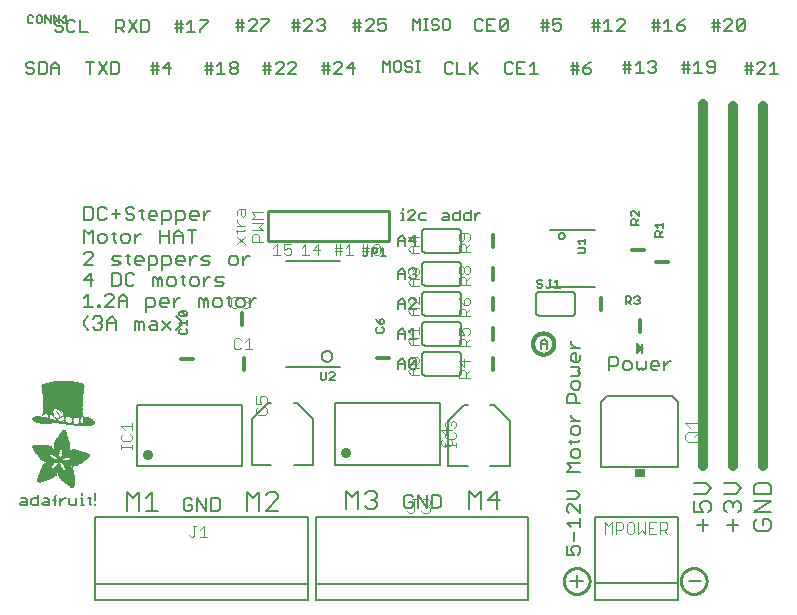
<source format=gbr>
G04 EAGLE Gerber RS-274X export*
G75*
%MOMM*%
%FSLAX34Y34*%
%LPD*%
%INSilkscreen Top*%
%IPPOS*%
%AMOC8*
5,1,8,0,0,1.08239X$1,22.5*%
G01*
%ADD10C,0.127000*%
%ADD11C,0.812800*%
%ADD12C,0.203200*%
%ADD13C,0.254000*%
%ADD14C,0.152400*%
%ADD15C,0.177800*%
%ADD16C,0.101600*%
%ADD17C,0.304800*%
%ADD18R,0.068600X0.007600*%
%ADD19R,0.114300X0.007600*%
%ADD20R,0.152400X0.007700*%
%ADD21R,0.182900X0.007600*%
%ADD22R,0.205700X0.007600*%
%ADD23R,0.228600X0.007600*%
%ADD24R,0.259100X0.007600*%
%ADD25R,0.274300X0.007700*%
%ADD26R,0.289500X0.007600*%
%ADD27R,0.304800X0.007600*%
%ADD28R,0.320100X0.007600*%
%ADD29R,0.342900X0.007600*%
%ADD30R,0.350500X0.007700*%
%ADD31R,0.365800X0.007600*%
%ADD32R,0.381000X0.007600*%
%ADD33R,0.388600X0.007600*%
%ADD34R,0.403800X0.007600*%
%ADD35R,0.419100X0.007700*%
%ADD36R,0.426700X0.007600*%
%ADD37R,0.441900X0.007600*%
%ADD38R,0.449600X0.007600*%
%ADD39R,0.464800X0.007600*%
%ADD40R,0.480000X0.007700*%
%ADD41R,0.487600X0.007600*%
%ADD42R,0.495300X0.007600*%
%ADD43R,0.510500X0.007600*%
%ADD44R,0.518100X0.007600*%
%ADD45R,0.525700X0.007700*%
%ADD46R,0.541000X0.007600*%
%ADD47R,0.548600X0.007600*%
%ADD48R,0.563800X0.007600*%
%ADD49R,0.571500X0.007600*%
%ADD50R,0.579100X0.007700*%
%ADD51R,0.594300X0.007600*%
%ADD52R,0.601900X0.007600*%
%ADD53R,0.609600X0.007600*%
%ADD54R,0.624800X0.007600*%
%ADD55R,0.632400X0.007700*%
%ADD56R,0.640000X0.007600*%
%ADD57R,0.655300X0.007600*%
%ADD58R,0.662900X0.007600*%
%ADD59R,0.678100X0.007600*%
%ADD60R,0.685800X0.007700*%
%ADD61R,0.693400X0.007600*%
%ADD62R,0.708600X0.007600*%
%ADD63R,0.716200X0.007600*%
%ADD64R,0.723900X0.007600*%
%ADD65R,0.739100X0.007700*%
%ADD66R,0.746700X0.007600*%
%ADD67R,0.754300X0.007600*%
%ADD68R,0.769600X0.007600*%
%ADD69R,0.777200X0.007600*%
%ADD70R,0.792400X0.007700*%
%ADD71R,0.800100X0.007600*%
%ADD72R,0.807700X0.007600*%
%ADD73R,0.822900X0.007600*%
%ADD74R,0.830500X0.007600*%
%ADD75R,0.838200X0.007700*%
%ADD76R,0.091500X0.007600*%
%ADD77R,0.853400X0.007600*%
%ADD78R,0.144700X0.007600*%
%ADD79R,0.861000X0.007600*%
%ADD80R,0.190500X0.007600*%
%ADD81R,0.876300X0.007600*%
%ADD82R,0.221000X0.007600*%
%ADD83R,0.883900X0.007600*%
%ADD84R,0.259000X0.007700*%
%ADD85R,0.891500X0.007700*%
%ADD86R,0.289600X0.007600*%
%ADD87R,0.906700X0.007600*%
%ADD88R,0.914400X0.007600*%
%ADD89R,0.350500X0.007600*%
%ADD90R,0.922000X0.007600*%
%ADD91R,0.937200X0.007600*%
%ADD92R,0.411400X0.007700*%
%ADD93R,0.944800X0.007700*%
%ADD94R,0.434300X0.007600*%
%ADD95R,0.952500X0.007600*%
%ADD96R,0.464900X0.007600*%
%ADD97R,0.967700X0.007600*%
%ADD98R,0.975300X0.007600*%
%ADD99R,0.518200X0.007600*%
%ADD100R,0.990600X0.007600*%
%ADD101R,0.548600X0.007700*%
%ADD102R,0.998200X0.007700*%
%ADD103R,1.005800X0.007600*%
%ADD104R,0.594400X0.007600*%
%ADD105R,1.021000X0.007600*%
%ADD106R,0.617200X0.007600*%
%ADD107R,1.028700X0.007600*%
%ADD108R,0.647700X0.007600*%
%ADD109R,1.036300X0.007600*%
%ADD110R,0.670500X0.007700*%
%ADD111R,1.051500X0.007700*%
%ADD112R,1.059100X0.007600*%
%ADD113R,0.716300X0.007600*%
%ADD114R,1.066800X0.007600*%
%ADD115R,0.739100X0.007600*%
%ADD116R,1.074400X0.007600*%
%ADD117R,0.762000X0.007600*%
%ADD118R,1.089600X0.007600*%
%ADD119R,0.784800X0.007700*%
%ADD120R,1.097200X0.007700*%
%ADD121R,1.104900X0.007600*%
%ADD122R,0.830600X0.007600*%
%ADD123R,1.112500X0.007600*%
%ADD124R,0.845800X0.007600*%
%ADD125R,1.120100X0.007600*%
%ADD126R,0.868700X0.007600*%
%ADD127R,1.127700X0.007600*%
%ADD128R,1.135300X0.007700*%
%ADD129R,1.143000X0.007600*%
%ADD130R,0.944900X0.007600*%
%ADD131R,1.150600X0.007600*%
%ADD132R,0.960100X0.007600*%
%ADD133R,1.158200X0.007600*%
%ADD134R,0.983000X0.007600*%
%ADD135R,1.165800X0.007600*%
%ADD136R,1.005900X0.007700*%
%ADD137R,1.173400X0.007700*%
%ADD138R,1.021100X0.007600*%
%ADD139R,1.181100X0.007600*%
%ADD140R,1.044000X0.007600*%
%ADD141R,1.188700X0.007600*%
%ADD142R,1.196300X0.007600*%
%ADD143R,1.082000X0.007600*%
%ADD144R,1.203900X0.007600*%
%ADD145R,1.104900X0.007700*%
%ADD146R,1.211500X0.007700*%
%ADD147R,1.211500X0.007600*%
%ADD148R,1.219200X0.007600*%
%ADD149R,1.226800X0.007600*%
%ADD150R,1.234400X0.007600*%
%ADD151R,1.188700X0.007700*%
%ADD152R,1.242000X0.007700*%
%ADD153R,1.242000X0.007600*%
%ADD154R,1.211600X0.007600*%
%ADD155R,1.249600X0.007600*%
%ADD156R,1.257300X0.007600*%
%ADD157R,1.264900X0.007600*%
%ADD158R,1.242100X0.007700*%
%ADD159R,1.264900X0.007700*%
%ADD160R,1.272500X0.007600*%
%ADD161R,1.265000X0.007600*%
%ADD162R,1.280100X0.007600*%
%ADD163R,1.272600X0.007600*%
%ADD164R,1.287700X0.007600*%
%ADD165R,1.287800X0.007600*%
%ADD166R,1.295400X0.007700*%
%ADD167R,1.303000X0.007600*%
%ADD168R,1.318200X0.007600*%
%ADD169R,1.310600X0.007600*%
%ADD170R,1.325900X0.007600*%
%ADD171R,1.341100X0.007700*%
%ADD172R,1.318200X0.007700*%
%ADD173R,1.341100X0.007600*%
%ADD174R,1.325800X0.007600*%
%ADD175R,1.348700X0.007600*%
%ADD176R,1.364000X0.007600*%
%ADD177R,1.333500X0.007600*%
%ADD178R,1.371600X0.007700*%
%ADD179R,1.379200X0.007600*%
%ADD180R,1.379300X0.007600*%
%ADD181R,1.386900X0.007600*%
%ADD182R,1.394500X0.007600*%
%ADD183R,1.356300X0.007600*%
%ADD184R,1.394400X0.007700*%
%ADD185R,1.356300X0.007700*%
%ADD186R,1.402000X0.007600*%
%ADD187R,1.409700X0.007600*%
%ADD188R,1.363900X0.007600*%
%ADD189R,1.417300X0.007600*%
%ADD190R,1.371600X0.007600*%
%ADD191R,1.424900X0.007700*%
%ADD192R,1.424900X0.007600*%
%ADD193R,1.432600X0.007600*%
%ADD194R,1.440200X0.007600*%
%ADD195R,1.386800X0.007600*%
%ADD196R,1.447800X0.007700*%
%ADD197R,1.386800X0.007700*%
%ADD198R,1.447800X0.007600*%
%ADD199R,1.455500X0.007600*%
%ADD200R,1.394400X0.007600*%
%ADD201R,1.463100X0.007600*%
%ADD202R,1.455400X0.007700*%
%ADD203R,1.463000X0.007600*%
%ADD204R,1.470600X0.007600*%
%ADD205R,1.470600X0.007700*%
%ADD206R,1.409700X0.007700*%
%ADD207R,1.470700X0.007600*%
%ADD208R,1.402100X0.007600*%
%ADD209R,1.478300X0.007600*%
%ADD210R,1.478300X0.007700*%
%ADD211R,1.402100X0.007700*%
%ADD212R,1.485900X0.007600*%
%ADD213R,1.485900X0.007700*%
%ADD214R,1.493500X0.007700*%
%ADD215R,1.493500X0.007600*%
%ADD216R,1.394500X0.007700*%
%ADD217R,1.493600X0.007700*%
%ADD218R,1.386900X0.007700*%
%ADD219R,1.379200X0.007700*%
%ADD220R,2.857500X0.007700*%
%ADD221R,2.857500X0.007600*%
%ADD222R,2.849900X0.007600*%
%ADD223R,2.842300X0.007600*%
%ADD224R,2.834700X0.007700*%
%ADD225R,2.827000X0.007600*%
%ADD226R,2.819400X0.007600*%
%ADD227R,2.811800X0.007600*%
%ADD228R,2.811800X0.007700*%
%ADD229R,2.804100X0.007600*%
%ADD230R,2.796500X0.007600*%
%ADD231R,1.966000X0.007600*%
%ADD232R,1.943100X0.007600*%
%ADD233R,0.754400X0.007600*%
%ADD234R,1.927900X0.007700*%
%ADD235R,0.746700X0.007700*%
%ADD236R,1.912600X0.007600*%
%ADD237R,0.731500X0.007600*%
%ADD238R,1.905000X0.007600*%
%ADD239R,1.882200X0.007600*%
%ADD240R,1.874600X0.007600*%
%ADD241R,1.866900X0.007700*%
%ADD242R,0.708700X0.007700*%
%ADD243R,1.851600X0.007600*%
%ADD244R,0.701100X0.007600*%
%ADD245R,1.844000X0.007600*%
%ADD246R,1.836400X0.007600*%
%ADD247R,1.821200X0.007600*%
%ADD248R,0.685800X0.007600*%
%ADD249R,1.813500X0.007700*%
%ADD250R,1.805900X0.007600*%
%ADD251R,0.678200X0.007600*%
%ADD252R,1.790700X0.007600*%
%ADD253R,0.670600X0.007600*%
%ADD254R,1.775500X0.007600*%
%ADD255R,1.767900X0.007700*%
%ADD256R,0.663000X0.007700*%
%ADD257R,1.760200X0.007600*%
%ADD258R,1.752600X0.007600*%
%ADD259R,0.937300X0.007600*%
%ADD260R,0.792500X0.007600*%
%ADD261R,0.899100X0.007600*%
%ADD262R,0.883900X0.007700*%
%ADD263R,0.716300X0.007700*%
%ADD264R,0.647700X0.007700*%
%ADD265R,0.640100X0.007600*%
%ADD266R,0.632500X0.007600*%
%ADD267R,0.655400X0.007600*%
%ADD268R,0.632400X0.007600*%
%ADD269R,0.845800X0.007700*%
%ADD270R,0.617200X0.007700*%
%ADD271R,0.624800X0.007700*%
%ADD272R,0.602000X0.007600*%
%ADD273R,0.838200X0.007600*%
%ADD274R,0.586700X0.007600*%
%ADD275R,0.548700X0.007600*%
%ADD276R,0.830500X0.007700*%
%ADD277R,0.541000X0.007700*%
%ADD278R,0.594300X0.007700*%
%ADD279R,0.525800X0.007600*%
%ADD280R,0.586800X0.007600*%
%ADD281R,0.815300X0.007600*%
%ADD282R,0.579200X0.007600*%
%ADD283R,0.815400X0.007600*%
%ADD284R,0.815400X0.007700*%
%ADD285R,0.571500X0.007700*%
%ADD286R,0.807800X0.007600*%
%ADD287R,0.563900X0.007600*%
%ADD288R,0.457200X0.007600*%
%ADD289R,0.442000X0.007600*%
%ADD290R,0.556300X0.007600*%
%ADD291R,0.807700X0.007700*%
%ADD292R,0.411500X0.007600*%
%ADD293R,0.533400X0.007600*%
%ADD294R,0.076200X0.007600*%
%ADD295R,0.403900X0.007600*%
%ADD296R,0.525700X0.007600*%
%ADD297R,0.388700X0.007600*%
%ADD298R,0.297200X0.007600*%
%ADD299R,0.373400X0.007700*%
%ADD300R,0.503000X0.007700*%
%ADD301R,0.426800X0.007700*%
%ADD302R,0.358100X0.007600*%
%ADD303R,0.502900X0.007600*%
%ADD304R,0.472400X0.007600*%
%ADD305R,0.487700X0.007600*%
%ADD306R,0.335300X0.007600*%
%ADD307R,0.792500X0.007700*%
%ADD308R,0.327600X0.007700*%
%ADD309R,0.472400X0.007700*%
%ADD310R,0.640000X0.007700*%
%ADD311R,0.784800X0.007600*%
%ADD312R,0.320000X0.007600*%
%ADD313R,0.792400X0.007600*%
%ADD314R,1.173400X0.007600*%
%ADD315R,1.196400X0.007600*%
%ADD316R,0.784900X0.007600*%
%ADD317R,0.784900X0.007700*%
%ADD318R,0.297200X0.007700*%
%ADD319R,1.249700X0.007600*%
%ADD320R,0.281900X0.007600*%
%ADD321R,1.295400X0.007600*%
%ADD322R,0.266700X0.007600*%
%ADD323R,0.777300X0.007700*%
%ADD324R,0.266700X0.007700*%
%ADD325R,1.333500X0.007700*%
%ADD326R,0.777300X0.007600*%
%ADD327R,1.348800X0.007600*%
%ADD328R,0.251500X0.007600*%
%ADD329R,0.243900X0.007700*%
%ADD330R,0.243900X0.007600*%
%ADD331R,1.440100X0.007600*%
%ADD332R,0.236200X0.007600*%
%ADD333R,0.762000X0.007700*%
%ADD334R,0.236200X0.007700*%
%ADD335R,1.508700X0.007700*%
%ADD336R,1.531600X0.007600*%
%ADD337R,1.546900X0.007600*%
%ADD338R,1.569700X0.007600*%
%ADD339R,1.585000X0.007600*%
%ADD340R,0.746800X0.007700*%
%ADD341R,1.607800X0.007700*%
%ADD342R,0.243800X0.007600*%
%ADD343R,1.630700X0.007600*%
%ADD344R,1.653500X0.007600*%
%ADD345R,0.739200X0.007600*%
%ADD346R,1.684000X0.007600*%
%ADD347R,2.019300X0.007600*%
%ADD348R,0.731500X0.007700*%
%ADD349R,2.026900X0.007700*%
%ADD350R,2.049800X0.007600*%
%ADD351R,2.057400X0.007600*%
%ADD352R,0.708700X0.007600*%
%ADD353R,2.072600X0.007600*%
%ADD354R,0.701000X0.007600*%
%ADD355R,2.095500X0.007600*%
%ADD356R,0.693500X0.007700*%
%ADD357R,2.110800X0.007700*%
%ADD358R,2.141200X0.007600*%
%ADD359R,0.060900X0.007600*%
%ADD360R,2.872700X0.007600*%
%ADD361R,3.124200X0.007600*%
%ADD362R,3.177600X0.007600*%
%ADD363R,3.215600X0.007700*%
%ADD364R,3.253700X0.007600*%
%ADD365R,3.284300X0.007600*%
%ADD366R,3.314700X0.007600*%
%ADD367R,3.352800X0.007600*%
%ADD368R,3.375600X0.007700*%
%ADD369R,3.406200X0.007600*%
%ADD370R,3.429000X0.007600*%
%ADD371R,3.451800X0.007600*%
%ADD372R,3.482400X0.007600*%
%ADD373R,1.828800X0.007700*%
%ADD374R,1.539300X0.007700*%
%ADD375R,1.767900X0.007600*%
%ADD376R,1.767800X0.007600*%
%ADD377R,1.760200X0.007700*%
%ADD378R,1.760300X0.007600*%
%ADD379R,1.775400X0.007700*%
%ADD380R,1.379300X0.007700*%
%ADD381R,1.783000X0.007600*%
%ADD382R,1.813500X0.007600*%
%ADD383R,1.821100X0.007700*%
%ADD384R,0.503000X0.007600*%
%ADD385R,1.135400X0.007600*%
%ADD386R,1.127700X0.007700*%
%ADD387R,0.487700X0.007700*%
%ADD388R,1.120200X0.007600*%
%ADD389R,1.097300X0.007600*%
%ADD390R,0.510600X0.007600*%
%ADD391R,1.074400X0.007700*%
%ADD392R,0.525800X0.007700*%
%ADD393R,1.440200X0.007700*%
%ADD394R,1.059200X0.007600*%
%ADD395R,1.051600X0.007600*%
%ADD396R,1.051500X0.007600*%
%ADD397R,1.043900X0.007700*%
%ADD398R,0.602000X0.007700*%
%ADD399R,1.524000X0.007600*%
%ADD400R,1.539300X0.007600*%
%ADD401R,1.592600X0.007600*%
%ADD402R,1.021100X0.007700*%
%ADD403R,1.615400X0.007700*%
%ADD404R,1.013400X0.007600*%
%ADD405R,1.653600X0.007600*%
%ADD406R,1.013500X0.007600*%
%ADD407R,1.699300X0.007600*%
%ADD408R,2.743200X0.007600*%
%ADD409R,1.005900X0.007600*%
%ADD410R,2.415500X0.007600*%
%ADD411R,1.005800X0.007700*%
%ADD412R,0.281900X0.007700*%
%ADD413R,2.408000X0.007700*%
%ADD414R,2.407900X0.007600*%
%ADD415R,0.998200X0.007600*%
%ADD416R,0.282000X0.007600*%
%ADD417R,0.998300X0.007600*%
%ADD418R,2.400300X0.007600*%
%ADD419R,0.289500X0.007700*%
%ADD420R,2.400300X0.007700*%
%ADD421R,0.297100X0.007600*%
%ADD422R,0.312400X0.007600*%
%ADD423R,2.392700X0.007600*%
%ADD424R,0.990600X0.007700*%
%ADD425R,0.327700X0.007700*%
%ADD426R,2.392700X0.007700*%
%ADD427R,2.385100X0.007600*%
%ADD428R,0.381000X0.007700*%
%ADD429R,2.377400X0.007700*%
%ADD430R,2.377400X0.007600*%
%ADD431R,2.369800X0.007600*%
%ADD432R,0.419100X0.007600*%
%ADD433R,2.362200X0.007600*%
%ADD434R,0.426800X0.007600*%
%ADD435R,1.036300X0.007700*%
%ADD436R,0.442000X0.007700*%
%ADD437R,2.354600X0.007700*%
%ADD438R,2.354600X0.007600*%
%ADD439R,0.480100X0.007600*%
%ADD440R,2.347000X0.007600*%
%ADD441R,1.074500X0.007600*%
%ADD442R,2.339400X0.007600*%
%ADD443R,1.082100X0.007700*%
%ADD444R,0.548700X0.007700*%
%ADD445R,2.331800X0.007700*%
%ADD446R,2.331800X0.007600*%
%ADD447R,0.624900X0.007600*%
%ADD448R,2.324100X0.007600*%
%ADD449R,1.859300X0.007600*%
%ADD450R,2.308800X0.007600*%
%ADD451R,2.301200X0.007700*%
%ADD452R,2.301200X0.007600*%
%ADD453R,2.293600X0.007600*%
%ADD454R,2.278400X0.007600*%
%ADD455R,1.889800X0.007600*%
%ADD456R,2.270700X0.007600*%
%ADD457R,1.897400X0.007700*%
%ADD458R,2.255500X0.007700*%
%ADD459R,1.897400X0.007600*%
%ADD460R,2.247900X0.007600*%
%ADD461R,2.232600X0.007600*%
%ADD462R,1.912700X0.007600*%
%ADD463R,2.209800X0.007600*%
%ADD464R,1.920300X0.007600*%
%ADD465R,2.186900X0.007600*%
%ADD466R,1.920300X0.007700*%
%ADD467R,2.171700X0.007700*%
%ADD468R,1.935500X0.007600*%
%ADD469R,2.148800X0.007600*%
%ADD470R,2.126000X0.007600*%
%ADD471R,1.950700X0.007600*%
%ADD472R,1.958400X0.007700*%
%ADD473R,2.042200X0.007700*%
%ADD474R,1.973600X0.007600*%
%ADD475R,1.996500X0.007600*%
%ADD476R,1.981200X0.007600*%
%ADD477R,1.988800X0.007600*%
%ADD478R,1.996400X0.007700*%
%ADD479R,1.996400X0.007600*%
%ADD480R,2.004100X0.007600*%
%ADD481R,1.874500X0.007600*%
%ADD482R,1.425000X0.007600*%
%ADD483R,2.026900X0.007600*%
%ADD484R,0.434400X0.007700*%
%ADD485R,1.364000X0.007700*%
%ADD486R,2.034500X0.007600*%
%ADD487R,0.434400X0.007600*%
%ADD488R,2.049700X0.007600*%
%ADD489R,2.065000X0.007700*%
%ADD490R,0.464800X0.007700*%
%ADD491R,1.196300X0.007700*%
%ADD492R,2.080300X0.007600*%
%ADD493R,1.158300X0.007600*%
%ADD494R,2.087900X0.007600*%
%ADD495R,0.472500X0.007600*%
%ADD496R,2.103100X0.007600*%
%ADD497R,2.118400X0.007600*%
%ADD498R,2.133600X0.007600*%
%ADD499R,2.148800X0.007700*%
%ADD500R,2.164000X0.007600*%
%ADD501R,2.171700X0.007600*%
%ADD502R,2.187000X0.007600*%
%ADD503R,0.556200X0.007600*%
%ADD504R,2.202200X0.007700*%
%ADD505R,0.556200X0.007700*%
%ADD506R,0.640100X0.007700*%
%ADD507R,0.579100X0.007600*%
%ADD508R,0.480000X0.007600*%
%ADD509R,1.752600X0.007700*%
%ADD510R,0.487600X0.007700*%
%ADD511R,0.594400X0.007700*%
%ADD512R,0.358100X0.007700*%
%ADD513R,0.099000X0.007600*%
%ADD514R,1.280200X0.007600*%
%ADD515R,1.745000X0.007600*%
%ADD516R,1.744900X0.007600*%
%ADD517R,1.737300X0.007700*%
%ADD518R,1.737400X0.007600*%
%ADD519R,1.729800X0.007600*%
%ADD520R,1.722200X0.007600*%
%ADD521R,1.722100X0.007600*%
%ADD522R,1.714500X0.007700*%
%ADD523R,1.356400X0.007700*%
%ADD524R,1.706900X0.007600*%
%ADD525R,1.356400X0.007600*%
%ADD526R,1.691700X0.007600*%
%ADD527R,1.668800X0.007700*%
%ADD528R,1.645900X0.007600*%
%ADD529R,1.623100X0.007600*%
%ADD530R,1.577400X0.007600*%
%ADD531R,1.554400X0.007600*%
%ADD532R,1.539200X0.007600*%
%ADD533R,1.524000X0.007700*%
%ADD534R,1.501100X0.007600*%
%ADD535R,1.455400X0.007600*%
%ADD536R,1.348800X0.007700*%
%ADD537R,1.318300X0.007600*%
%ADD538R,1.310600X0.007700*%
%ADD539R,1.287800X0.007700*%
%ADD540R,1.234500X0.007600*%
%ADD541R,1.226900X0.007600*%
%ADD542R,1.173500X0.007700*%
%ADD543R,1.173500X0.007600*%
%ADD544R,1.165900X0.007600*%
%ADD545R,1.143000X0.007700*%
%ADD546R,1.127800X0.007600*%
%ADD547R,1.097200X0.007600*%
%ADD548R,1.028700X0.007700*%
%ADD549R,0.982900X0.007600*%
%ADD550R,0.952500X0.007700*%
%ADD551R,0.929600X0.007600*%
%ADD552R,0.906800X0.007700*%
%ADD553R,0.906800X0.007600*%
%ADD554R,0.899200X0.007600*%
%ADD555R,0.884000X0.007600*%
%ADD556R,0.876300X0.007700*%
%ADD557R,0.830600X0.007700*%
%ADD558R,0.754400X0.007700*%
%ADD559R,0.746800X0.007600*%
%ADD560R,0.708600X0.007700*%
%ADD561R,0.678200X0.007700*%
%ADD562R,0.663000X0.007600*%
%ADD563R,0.632500X0.007700*%
%ADD564R,0.556300X0.007700*%
%ADD565R,0.518200X0.007700*%
%ADD566R,0.434300X0.007700*%
%ADD567R,0.396300X0.007700*%
%ADD568R,0.373300X0.007600*%
%ADD569R,0.365700X0.007600*%
%ADD570R,0.327700X0.007600*%
%ADD571R,0.304800X0.007700*%
%ADD572R,0.274300X0.007600*%
%ADD573R,0.243800X0.007700*%
%ADD574R,0.205800X0.007600*%
%ADD575R,0.152400X0.007600*%
%ADD576R,0.121900X0.007700*%
%ADD577R,0.787400X0.025400*%
%ADD578R,1.219200X0.025400*%
%ADD579R,1.549400X0.025400*%
%ADD580R,0.762000X0.025400*%
%ADD581R,0.381000X0.025400*%
%ADD582R,0.736600X0.025400*%
%ADD583R,0.965200X0.025400*%
%ADD584R,1.193800X0.025400*%
%ADD585R,1.346200X0.025400*%
%ADD586R,0.812800X0.025400*%
%ADD587R,1.295400X0.025400*%
%ADD588R,0.863600X0.025400*%
%ADD589R,0.025400X0.025400*%
%ADD590R,0.279400X0.025400*%
%ADD591R,0.939800X0.025400*%
%ADD592R,1.016000X0.025400*%
%ADD593R,0.914400X0.025400*%
%ADD594R,0.127000X0.025400*%
%ADD595R,0.203200X0.025400*%
%ADD596R,1.066800X0.025400*%
%ADD597R,0.990600X0.025400*%
%ADD598R,0.228600X0.025400*%
%ADD599R,0.177800X0.025400*%
%ADD600R,1.143000X0.025400*%
%ADD601R,0.152400X0.025400*%
%ADD602R,2.438400X0.025400*%
%ADD603R,2.387600X0.025400*%
%ADD604R,0.101600X0.025400*%
%ADD605R,2.336800X0.025400*%
%ADD606R,0.076200X0.025400*%
%ADD607R,2.260600X0.025400*%
%ADD608R,2.184400X0.025400*%
%ADD609R,0.889000X0.025400*%
%ADD610R,2.108200X0.025400*%
%ADD611R,2.032000X0.025400*%
%ADD612R,1.930400X0.025400*%
%ADD613R,0.838200X0.025400*%
%ADD614R,1.854200X0.025400*%
%ADD615R,0.050800X0.025400*%
%ADD616R,1.727200X0.025400*%
%ADD617R,1.651000X0.025400*%
%ADD618R,1.524000X0.025400*%
%ADD619R,0.685800X0.025400*%
%ADD620R,1.422400X0.025400*%
%ADD621R,0.330200X0.025400*%
%ADD622R,0.635000X0.025400*%
%ADD623R,1.320800X0.025400*%
%ADD624R,0.584200X0.025400*%
%ADD625R,0.254000X0.025400*%
%ADD626R,0.508000X0.025400*%
%ADD627R,0.304800X0.025400*%
%ADD628R,0.431800X0.025400*%
%ADD629R,0.355600X0.025400*%
%ADD630R,0.711200X0.025400*%
%ADD631R,1.168400X0.025400*%
%ADD632R,0.609600X0.025400*%
%ADD633R,0.406400X0.025400*%
%ADD634R,0.558800X0.025400*%
%ADD635R,1.625600X0.025400*%
%ADD636R,1.803400X0.025400*%
%ADD637R,1.879600X0.025400*%
%ADD638R,1.905000X0.025400*%
%ADD639R,2.006600X0.025400*%
%ADD640R,2.133600X0.025400*%
%ADD641R,3.302000X0.025400*%
%ADD642R,3.327400X0.025400*%
%ADD643R,3.352800X0.025400*%
%ADD644R,3.378200X0.025400*%
%ADD645R,3.403600X0.025400*%
%ADD646R,3.429000X0.025400*%
%ADD647R,3.454400X0.025400*%
%ADD648R,3.479800X0.025400*%
%ADD649R,3.505200X0.025400*%
%ADD650R,3.530600X0.025400*%
%ADD651R,3.556000X0.025400*%
%ADD652R,3.581400X0.025400*%
%ADD653R,3.606800X0.025400*%
%ADD654R,3.632200X0.025400*%
%ADD655R,3.657600X0.025400*%
%ADD656R,3.251200X0.025400*%
%ADD657R,3.149600X0.025400*%
%ADD658R,2.997200X0.025400*%
%ADD659R,2.819400X0.025400*%
%ADD660R,2.616200X0.025400*%
%ADD661R,1.778000X0.025400*%
%ADD662R,1.244600X0.025400*%
%ADD663C,0.884400*%
%ADD664C,0.076200*%
%ADD665R,0.190500X0.889000*%
%ADD666R,0.863600X0.762000*%

G36*
X528377Y196094D02*
X528377Y196094D01*
X528395Y196092D01*
X528497Y196120D01*
X528600Y196142D01*
X528615Y196151D01*
X528632Y196156D01*
X528777Y196241D01*
X533857Y200051D01*
X533860Y200054D01*
X533864Y200056D01*
X533945Y200143D01*
X534027Y200228D01*
X534029Y200232D01*
X534032Y200235D01*
X534082Y200344D01*
X534132Y200451D01*
X534132Y200455D01*
X534134Y200459D01*
X534147Y200577D01*
X534160Y200695D01*
X534160Y200699D01*
X534160Y200704D01*
X534134Y200820D01*
X534110Y200936D01*
X534107Y200940D01*
X534106Y200944D01*
X534045Y201046D01*
X533985Y201148D01*
X533981Y201151D01*
X533979Y201154D01*
X533857Y201269D01*
X528777Y205079D01*
X528761Y205087D01*
X528748Y205100D01*
X528733Y205107D01*
X528725Y205113D01*
X528675Y205133D01*
X528652Y205144D01*
X528559Y205193D01*
X528541Y205196D01*
X528525Y205203D01*
X528420Y205215D01*
X528316Y205231D01*
X528298Y205228D01*
X528281Y205230D01*
X528178Y205208D01*
X528073Y205190D01*
X528058Y205182D01*
X528040Y205178D01*
X527950Y205124D01*
X527857Y205074D01*
X527844Y205061D01*
X527829Y205052D01*
X527760Y204972D01*
X527688Y204895D01*
X527681Y204878D01*
X527669Y204865D01*
X527630Y204767D01*
X527586Y204671D01*
X527584Y204653D01*
X527577Y204637D01*
X527559Y204470D01*
X527559Y196850D01*
X527562Y196832D01*
X527560Y196815D01*
X527581Y196711D01*
X527599Y196607D01*
X527607Y196592D01*
X527611Y196574D01*
X527664Y196483D01*
X527714Y196390D01*
X527726Y196378D01*
X527736Y196362D01*
X527815Y196293D01*
X527892Y196221D01*
X527908Y196213D01*
X527922Y196201D01*
X528019Y196161D01*
X528115Y196117D01*
X528133Y196115D01*
X528149Y196108D01*
X528255Y196101D01*
X528359Y196090D01*
X528377Y196094D01*
G37*
D10*
X18297Y441544D02*
X16602Y443239D01*
X13213Y443239D01*
X11518Y441544D01*
X11518Y439849D01*
X13213Y438154D01*
X16602Y438154D01*
X18297Y436460D01*
X18297Y434765D01*
X16602Y433070D01*
X13213Y433070D01*
X11518Y434765D01*
X22043Y433070D02*
X22043Y443239D01*
X22043Y433070D02*
X27127Y433070D01*
X28822Y434765D01*
X28822Y441544D01*
X27127Y443239D01*
X22043Y443239D01*
X32567Y439849D02*
X32567Y433070D01*
X32567Y439849D02*
X35957Y443239D01*
X39346Y439849D01*
X39346Y433070D01*
X39346Y438154D02*
X32567Y438154D01*
X42427Y477104D02*
X40732Y478799D01*
X37343Y478799D01*
X35648Y477104D01*
X35648Y475409D01*
X37343Y473714D01*
X40732Y473714D01*
X42427Y472020D01*
X42427Y470325D01*
X40732Y468630D01*
X37343Y468630D01*
X35648Y470325D01*
X51257Y478799D02*
X52952Y477104D01*
X51257Y478799D02*
X47867Y478799D01*
X46173Y477104D01*
X46173Y470325D01*
X47867Y468630D01*
X51257Y468630D01*
X52952Y470325D01*
X56697Y468630D02*
X56697Y478799D01*
X56697Y468630D02*
X63476Y468630D01*
X65708Y443239D02*
X65708Y433070D01*
X69097Y443239D02*
X62318Y443239D01*
X72843Y443239D02*
X79622Y433070D01*
X72843Y433070D02*
X79622Y443239D01*
X83367Y443239D02*
X83367Y433070D01*
X88452Y433070D01*
X90146Y434765D01*
X90146Y441544D01*
X88452Y443239D01*
X83367Y443239D01*
X87718Y468630D02*
X87718Y478799D01*
X92802Y478799D01*
X94497Y477104D01*
X94497Y473714D01*
X92802Y472020D01*
X87718Y472020D01*
X91108Y472020D02*
X94497Y468630D01*
X105022Y468630D02*
X98243Y478799D01*
X105022Y478799D02*
X98243Y468630D01*
X108767Y468630D02*
X108767Y478799D01*
X108767Y468630D02*
X113852Y468630D01*
X115546Y470325D01*
X115546Y477104D01*
X113852Y478799D01*
X108767Y478799D01*
X118805Y443239D02*
X118805Y433070D01*
X122195Y433070D02*
X122195Y443239D01*
X122195Y439849D02*
X117110Y439849D01*
X122195Y439849D02*
X123890Y439849D01*
X123890Y436460D02*
X117110Y436460D01*
X132719Y433070D02*
X132719Y443239D01*
X127635Y438154D01*
X134414Y438154D01*
X138943Y468630D02*
X138943Y478799D01*
X142332Y478799D02*
X142332Y468630D01*
X142332Y475409D02*
X137248Y475409D01*
X142332Y475409D02*
X144027Y475409D01*
X144027Y472020D02*
X137248Y472020D01*
X147773Y475409D02*
X151162Y478799D01*
X151162Y468630D01*
X147773Y468630D02*
X154552Y468630D01*
X158297Y478799D02*
X165076Y478799D01*
X165076Y477104D01*
X158297Y470325D01*
X158297Y468630D01*
X164343Y443239D02*
X164343Y433070D01*
X167732Y433070D02*
X167732Y443239D01*
X167732Y439849D02*
X162648Y439849D01*
X167732Y439849D02*
X169427Y439849D01*
X169427Y436460D02*
X162648Y436460D01*
X173173Y439849D02*
X176562Y443239D01*
X176562Y433070D01*
X173173Y433070D02*
X179952Y433070D01*
X183697Y441544D02*
X185392Y443239D01*
X188782Y443239D01*
X190476Y441544D01*
X190476Y439849D01*
X188782Y438154D01*
X190476Y436460D01*
X190476Y434765D01*
X188782Y433070D01*
X185392Y433070D01*
X183697Y434765D01*
X183697Y436460D01*
X185392Y438154D01*
X183697Y439849D01*
X183697Y441544D01*
X185392Y438154D02*
X188782Y438154D01*
X191013Y469900D02*
X191013Y480069D01*
X194402Y480069D02*
X194402Y469900D01*
X194402Y476679D02*
X189318Y476679D01*
X194402Y476679D02*
X196097Y476679D01*
X196097Y473290D02*
X189318Y473290D01*
X199843Y469900D02*
X206622Y469900D01*
X199843Y469900D02*
X206622Y476679D01*
X206622Y478374D01*
X204927Y480069D01*
X201537Y480069D01*
X199843Y478374D01*
X210367Y480069D02*
X217146Y480069D01*
X217146Y478374D01*
X210367Y471595D01*
X210367Y469900D01*
X213873Y443239D02*
X213873Y433070D01*
X217262Y433070D02*
X217262Y443239D01*
X217262Y439849D02*
X212178Y439849D01*
X217262Y439849D02*
X218957Y439849D01*
X218957Y436460D02*
X212178Y436460D01*
X222703Y433070D02*
X229482Y433070D01*
X222703Y433070D02*
X229482Y439849D01*
X229482Y441544D01*
X227787Y443239D01*
X224397Y443239D01*
X222703Y441544D01*
X233227Y433070D02*
X240006Y433070D01*
X233227Y433070D02*
X240006Y439849D01*
X240006Y441544D01*
X238312Y443239D01*
X234922Y443239D01*
X233227Y441544D01*
X238003Y469900D02*
X238003Y480069D01*
X241392Y480069D02*
X241392Y469900D01*
X241392Y476679D02*
X236308Y476679D01*
X241392Y476679D02*
X243087Y476679D01*
X243087Y473290D02*
X236308Y473290D01*
X246833Y469900D02*
X253612Y469900D01*
X246833Y469900D02*
X253612Y476679D01*
X253612Y478374D01*
X251917Y480069D01*
X248527Y480069D01*
X246833Y478374D01*
X257357Y478374D02*
X259052Y480069D01*
X262442Y480069D01*
X264136Y478374D01*
X264136Y476679D01*
X262442Y474984D01*
X260747Y474984D01*
X262442Y474984D02*
X264136Y473290D01*
X264136Y471595D01*
X262442Y469900D01*
X259052Y469900D01*
X257357Y471595D01*
X263403Y443239D02*
X263403Y433070D01*
X266792Y433070D02*
X266792Y443239D01*
X266792Y439849D02*
X261708Y439849D01*
X266792Y439849D02*
X268487Y439849D01*
X268487Y436460D02*
X261708Y436460D01*
X272233Y433070D02*
X279012Y433070D01*
X272233Y433070D02*
X279012Y439849D01*
X279012Y441544D01*
X277317Y443239D01*
X273927Y443239D01*
X272233Y441544D01*
X287842Y443239D02*
X287842Y433070D01*
X282757Y438154D02*
X287842Y443239D01*
X289536Y438154D02*
X282757Y438154D01*
X290073Y469900D02*
X290073Y480069D01*
X293462Y480069D02*
X293462Y469900D01*
X293462Y476679D02*
X288378Y476679D01*
X293462Y476679D02*
X295157Y476679D01*
X295157Y473290D02*
X288378Y473290D01*
X298903Y469900D02*
X305682Y469900D01*
X298903Y469900D02*
X305682Y476679D01*
X305682Y478374D01*
X303987Y480069D01*
X300597Y480069D01*
X298903Y478374D01*
X309427Y480069D02*
X316206Y480069D01*
X309427Y480069D02*
X309427Y474984D01*
X312817Y476679D01*
X314512Y476679D01*
X316206Y474984D01*
X316206Y471595D01*
X314512Y469900D01*
X311122Y469900D01*
X309427Y471595D01*
X313684Y443873D02*
X313684Y434975D01*
X316650Y440907D02*
X313684Y443873D01*
X316650Y440907D02*
X319616Y443873D01*
X319616Y434975D01*
X324522Y443873D02*
X327488Y443873D01*
X324522Y443873D02*
X323039Y442390D01*
X323039Y436458D01*
X324522Y434975D01*
X327488Y434975D01*
X328971Y436458D01*
X328971Y442390D01*
X327488Y443873D01*
X336843Y443873D02*
X338326Y442390D01*
X336843Y443873D02*
X333877Y443873D01*
X332394Y442390D01*
X332394Y440907D01*
X333877Y439424D01*
X336843Y439424D01*
X338326Y437941D01*
X338326Y436458D01*
X336843Y434975D01*
X333877Y434975D01*
X332394Y436458D01*
X341749Y434975D02*
X344715Y434975D01*
X343232Y434975D02*
X343232Y443873D01*
X341749Y443873D02*
X344715Y443873D01*
X339084Y470535D02*
X339084Y479433D01*
X342050Y476467D01*
X345016Y479433D01*
X345016Y470535D01*
X348439Y470535D02*
X351405Y470535D01*
X349922Y470535D02*
X349922Y479433D01*
X348439Y479433D02*
X351405Y479433D01*
X359125Y479433D02*
X360608Y477950D01*
X359125Y479433D02*
X356159Y479433D01*
X354676Y477950D01*
X354676Y476467D01*
X356159Y474984D01*
X359125Y474984D01*
X360608Y473501D01*
X360608Y472018D01*
X359125Y470535D01*
X356159Y470535D01*
X354676Y472018D01*
X365514Y479433D02*
X368480Y479433D01*
X365514Y479433D02*
X364031Y477950D01*
X364031Y472018D01*
X365514Y470535D01*
X368480Y470535D01*
X369963Y472018D01*
X369963Y477950D01*
X368480Y479433D01*
X370932Y443239D02*
X372627Y441544D01*
X370932Y443239D02*
X367543Y443239D01*
X365848Y441544D01*
X365848Y434765D01*
X367543Y433070D01*
X370932Y433070D01*
X372627Y434765D01*
X376373Y433070D02*
X376373Y443239D01*
X376373Y433070D02*
X383152Y433070D01*
X386897Y433070D02*
X386897Y443239D01*
X386897Y436460D02*
X393676Y443239D01*
X388592Y438154D02*
X393676Y433070D01*
X398027Y478374D02*
X396332Y480069D01*
X392943Y480069D01*
X391248Y478374D01*
X391248Y471595D01*
X392943Y469900D01*
X396332Y469900D01*
X398027Y471595D01*
X401773Y480069D02*
X408552Y480069D01*
X401773Y480069D02*
X401773Y469900D01*
X408552Y469900D01*
X405162Y474984D02*
X401773Y474984D01*
X412297Y471595D02*
X412297Y478374D01*
X413992Y480069D01*
X417382Y480069D01*
X419076Y478374D01*
X419076Y471595D01*
X417382Y469900D01*
X413992Y469900D01*
X412297Y471595D01*
X419076Y478374D01*
X421732Y443239D02*
X423427Y441544D01*
X421732Y443239D02*
X418343Y443239D01*
X416648Y441544D01*
X416648Y434765D01*
X418343Y433070D01*
X421732Y433070D01*
X423427Y434765D01*
X427173Y443239D02*
X433952Y443239D01*
X427173Y443239D02*
X427173Y433070D01*
X433952Y433070D01*
X430562Y438154D02*
X427173Y438154D01*
X437697Y439849D02*
X441087Y443239D01*
X441087Y433070D01*
X444476Y433070D02*
X437697Y433070D01*
X449005Y469900D02*
X449005Y480069D01*
X452395Y480069D02*
X452395Y469900D01*
X452395Y476679D02*
X447310Y476679D01*
X452395Y476679D02*
X454090Y476679D01*
X454090Y473290D02*
X447310Y473290D01*
X457835Y480069D02*
X464614Y480069D01*
X457835Y480069D02*
X457835Y474984D01*
X461225Y476679D01*
X462919Y476679D01*
X464614Y474984D01*
X464614Y471595D01*
X462919Y469900D01*
X459530Y469900D01*
X457835Y471595D01*
X474405Y443239D02*
X474405Y433070D01*
X477795Y433070D02*
X477795Y443239D01*
X477795Y439849D02*
X472710Y439849D01*
X477795Y439849D02*
X479490Y439849D01*
X479490Y436460D02*
X472710Y436460D01*
X486625Y441544D02*
X490014Y443239D01*
X486625Y441544D02*
X483235Y438154D01*
X483235Y434765D01*
X484930Y433070D01*
X488319Y433070D01*
X490014Y434765D01*
X490014Y436460D01*
X488319Y438154D01*
X483235Y438154D01*
X492003Y469900D02*
X492003Y480069D01*
X495392Y480069D02*
X495392Y469900D01*
X495392Y476679D02*
X490308Y476679D01*
X495392Y476679D02*
X497087Y476679D01*
X497087Y473290D02*
X490308Y473290D01*
X500833Y476679D02*
X504222Y480069D01*
X504222Y469900D01*
X500833Y469900D02*
X507612Y469900D01*
X511357Y469900D02*
X518136Y469900D01*
X511357Y469900D02*
X518136Y476679D01*
X518136Y478374D01*
X516442Y480069D01*
X513052Y480069D01*
X511357Y478374D01*
X518673Y444509D02*
X518673Y434340D01*
X522062Y434340D02*
X522062Y444509D01*
X522062Y441119D02*
X516978Y441119D01*
X522062Y441119D02*
X523757Y441119D01*
X523757Y437730D02*
X516978Y437730D01*
X527503Y441119D02*
X530892Y444509D01*
X530892Y434340D01*
X527503Y434340D02*
X534282Y434340D01*
X538027Y442814D02*
X539722Y444509D01*
X543112Y444509D01*
X544806Y442814D01*
X544806Y441119D01*
X543112Y439424D01*
X541417Y439424D01*
X543112Y439424D02*
X544806Y437730D01*
X544806Y436035D01*
X543112Y434340D01*
X539722Y434340D01*
X538027Y436035D01*
X542803Y469900D02*
X542803Y480069D01*
X546192Y480069D02*
X546192Y469900D01*
X546192Y476679D02*
X541108Y476679D01*
X546192Y476679D02*
X547887Y476679D01*
X547887Y473290D02*
X541108Y473290D01*
X551633Y476679D02*
X555022Y480069D01*
X555022Y469900D01*
X551633Y469900D02*
X558412Y469900D01*
X565547Y478374D02*
X568936Y480069D01*
X565547Y478374D02*
X562157Y474984D01*
X562157Y471595D01*
X563852Y469900D01*
X567242Y469900D01*
X568936Y471595D01*
X568936Y473290D01*
X567242Y474984D01*
X562157Y474984D01*
X568203Y444509D02*
X568203Y434340D01*
X571592Y434340D02*
X571592Y444509D01*
X571592Y441119D02*
X566508Y441119D01*
X571592Y441119D02*
X573287Y441119D01*
X573287Y437730D02*
X566508Y437730D01*
X577033Y441119D02*
X580422Y444509D01*
X580422Y434340D01*
X577033Y434340D02*
X583812Y434340D01*
X587557Y436035D02*
X589252Y434340D01*
X592642Y434340D01*
X594336Y436035D01*
X594336Y442814D01*
X592642Y444509D01*
X589252Y444509D01*
X587557Y442814D01*
X587557Y441119D01*
X589252Y439424D01*
X594336Y439424D01*
X593603Y469900D02*
X593603Y480069D01*
X596992Y480069D02*
X596992Y469900D01*
X596992Y476679D02*
X591908Y476679D01*
X596992Y476679D02*
X598687Y476679D01*
X598687Y473290D02*
X591908Y473290D01*
X602433Y469900D02*
X609212Y469900D01*
X602433Y469900D02*
X609212Y476679D01*
X609212Y478374D01*
X607517Y480069D01*
X604127Y480069D01*
X602433Y478374D01*
X612957Y478374D02*
X612957Y471595D01*
X612957Y478374D02*
X614652Y480069D01*
X618042Y480069D01*
X619736Y478374D01*
X619736Y471595D01*
X618042Y469900D01*
X614652Y469900D01*
X612957Y471595D01*
X619736Y478374D01*
X621543Y443239D02*
X621543Y433070D01*
X624932Y433070D02*
X624932Y443239D01*
X624932Y439849D02*
X619848Y439849D01*
X624932Y439849D02*
X626627Y439849D01*
X626627Y436460D02*
X619848Y436460D01*
X630373Y433070D02*
X637152Y433070D01*
X630373Y433070D02*
X637152Y439849D01*
X637152Y441544D01*
X635457Y443239D01*
X632067Y443239D01*
X630373Y441544D01*
X640897Y439849D02*
X644287Y443239D01*
X644287Y433070D01*
X647676Y433070D02*
X640897Y433070D01*
X10428Y73877D02*
X7462Y73877D01*
X10428Y73877D02*
X11911Y72394D01*
X11911Y67945D01*
X7462Y67945D01*
X5979Y69428D01*
X7462Y70911D01*
X11911Y70911D01*
X21266Y67945D02*
X21266Y76843D01*
X21266Y67945D02*
X16818Y67945D01*
X15335Y69428D01*
X15335Y72394D01*
X16818Y73877D01*
X21266Y73877D01*
X26173Y73877D02*
X29139Y73877D01*
X30622Y72394D01*
X30622Y67945D01*
X26173Y67945D01*
X24690Y69428D01*
X26173Y70911D01*
X30622Y70911D01*
X35528Y67945D02*
X35528Y75360D01*
X37011Y76843D01*
X37011Y72394D02*
X34045Y72394D01*
X40282Y73877D02*
X40282Y67945D01*
X40282Y70911D02*
X43248Y73877D01*
X44731Y73877D01*
X48078Y73877D02*
X48078Y69428D01*
X49561Y67945D01*
X54009Y67945D01*
X54009Y73877D01*
X57433Y73877D02*
X58916Y73877D01*
X58916Y67945D01*
X57433Y67945D02*
X60399Y67945D01*
X58916Y76843D02*
X58916Y78326D01*
X65153Y75360D02*
X65153Y69428D01*
X66636Y67945D01*
X66636Y73877D02*
X63670Y73877D01*
X69907Y69428D02*
X69907Y67945D01*
X69907Y72394D02*
X69907Y78326D01*
D11*
X635000Y101600D02*
X635000Y406400D01*
D12*
X630079Y56272D02*
X627621Y53814D01*
X627621Y48899D01*
X630079Y46442D01*
X639909Y46442D01*
X642366Y48899D01*
X642366Y53814D01*
X639909Y56272D01*
X634994Y56272D01*
X634994Y51357D01*
X642366Y61878D02*
X627621Y61878D01*
X642366Y71708D01*
X627621Y71708D01*
X627621Y77314D02*
X642366Y77314D01*
X642366Y84686D01*
X639909Y87144D01*
X630079Y87144D01*
X627621Y84686D01*
X627621Y77314D01*
X609594Y56272D02*
X609594Y46442D01*
X604679Y51357D02*
X614509Y51357D01*
X604679Y61878D02*
X602221Y64335D01*
X602221Y69250D01*
X604679Y71708D01*
X607136Y71708D01*
X609594Y69250D01*
X609594Y66793D01*
X609594Y69250D02*
X612051Y71708D01*
X614509Y71708D01*
X616966Y69250D01*
X616966Y64335D01*
X614509Y61878D01*
X612051Y77314D02*
X602221Y77314D01*
X612051Y77314D02*
X616966Y82229D01*
X612051Y87144D01*
X602221Y87144D01*
D11*
X609600Y101600D02*
X609600Y406400D01*
X584200Y407670D02*
X584200Y101600D01*
D12*
X584194Y56272D02*
X584194Y46442D01*
X579279Y51357D02*
X589109Y51357D01*
X576821Y61878D02*
X576821Y71708D01*
X576821Y61878D02*
X584194Y61878D01*
X581736Y66793D01*
X581736Y69250D01*
X584194Y71708D01*
X589109Y71708D01*
X591566Y69250D01*
X591566Y64335D01*
X589109Y61878D01*
X586651Y77314D02*
X576821Y77314D01*
X586651Y77314D02*
X591566Y82229D01*
X586651Y87144D01*
X576821Y87144D01*
D13*
X466596Y3810D02*
X466599Y4078D01*
X466609Y4346D01*
X466626Y4614D01*
X466649Y4881D01*
X466678Y5147D01*
X466714Y5413D01*
X466757Y5678D01*
X466806Y5941D01*
X466861Y6203D01*
X466923Y6464D01*
X466992Y6724D01*
X467066Y6981D01*
X467147Y7237D01*
X467235Y7490D01*
X467328Y7741D01*
X467428Y7990D01*
X467533Y8237D01*
X467645Y8481D01*
X467762Y8722D01*
X467886Y8960D01*
X468015Y9194D01*
X468150Y9426D01*
X468291Y9654D01*
X468437Y9879D01*
X468589Y10100D01*
X468746Y10317D01*
X468908Y10531D01*
X469076Y10740D01*
X469248Y10945D01*
X469426Y11146D01*
X469608Y11343D01*
X469796Y11534D01*
X469987Y11722D01*
X470184Y11904D01*
X470385Y12082D01*
X470590Y12254D01*
X470799Y12422D01*
X471013Y12584D01*
X471230Y12741D01*
X471451Y12893D01*
X471676Y13039D01*
X471904Y13180D01*
X472136Y13315D01*
X472370Y13444D01*
X472608Y13568D01*
X472849Y13685D01*
X473093Y13797D01*
X473340Y13902D01*
X473589Y14002D01*
X473840Y14095D01*
X474093Y14183D01*
X474349Y14264D01*
X474606Y14338D01*
X474866Y14407D01*
X475127Y14469D01*
X475389Y14524D01*
X475652Y14573D01*
X475917Y14616D01*
X476183Y14652D01*
X476449Y14681D01*
X476716Y14704D01*
X476984Y14721D01*
X477252Y14731D01*
X477520Y14734D01*
X477788Y14731D01*
X478056Y14721D01*
X478324Y14704D01*
X478591Y14681D01*
X478857Y14652D01*
X479123Y14616D01*
X479388Y14573D01*
X479651Y14524D01*
X479913Y14469D01*
X480174Y14407D01*
X480434Y14338D01*
X480691Y14264D01*
X480947Y14183D01*
X481200Y14095D01*
X481451Y14002D01*
X481700Y13902D01*
X481947Y13797D01*
X482191Y13685D01*
X482432Y13568D01*
X482670Y13444D01*
X482904Y13315D01*
X483136Y13180D01*
X483364Y13039D01*
X483589Y12893D01*
X483810Y12741D01*
X484027Y12584D01*
X484241Y12422D01*
X484450Y12254D01*
X484655Y12082D01*
X484856Y11904D01*
X485053Y11722D01*
X485244Y11534D01*
X485432Y11343D01*
X485614Y11146D01*
X485792Y10945D01*
X485964Y10740D01*
X486132Y10531D01*
X486294Y10317D01*
X486451Y10100D01*
X486603Y9879D01*
X486749Y9654D01*
X486890Y9426D01*
X487025Y9194D01*
X487154Y8960D01*
X487278Y8722D01*
X487395Y8481D01*
X487507Y8237D01*
X487612Y7990D01*
X487712Y7741D01*
X487805Y7490D01*
X487893Y7237D01*
X487974Y6981D01*
X488048Y6724D01*
X488117Y6464D01*
X488179Y6203D01*
X488234Y5941D01*
X488283Y5678D01*
X488326Y5413D01*
X488362Y5147D01*
X488391Y4881D01*
X488414Y4614D01*
X488431Y4346D01*
X488441Y4078D01*
X488444Y3810D01*
X488441Y3542D01*
X488431Y3274D01*
X488414Y3006D01*
X488391Y2739D01*
X488362Y2473D01*
X488326Y2207D01*
X488283Y1942D01*
X488234Y1679D01*
X488179Y1417D01*
X488117Y1156D01*
X488048Y896D01*
X487974Y639D01*
X487893Y383D01*
X487805Y130D01*
X487712Y-121D01*
X487612Y-370D01*
X487507Y-617D01*
X487395Y-861D01*
X487278Y-1102D01*
X487154Y-1340D01*
X487025Y-1574D01*
X486890Y-1806D01*
X486749Y-2034D01*
X486603Y-2259D01*
X486451Y-2480D01*
X486294Y-2697D01*
X486132Y-2911D01*
X485964Y-3120D01*
X485792Y-3325D01*
X485614Y-3526D01*
X485432Y-3723D01*
X485244Y-3914D01*
X485053Y-4102D01*
X484856Y-4284D01*
X484655Y-4462D01*
X484450Y-4634D01*
X484241Y-4802D01*
X484027Y-4964D01*
X483810Y-5121D01*
X483589Y-5273D01*
X483364Y-5419D01*
X483136Y-5560D01*
X482904Y-5695D01*
X482670Y-5824D01*
X482432Y-5948D01*
X482191Y-6065D01*
X481947Y-6177D01*
X481700Y-6282D01*
X481451Y-6382D01*
X481200Y-6475D01*
X480947Y-6563D01*
X480691Y-6644D01*
X480434Y-6718D01*
X480174Y-6787D01*
X479913Y-6849D01*
X479651Y-6904D01*
X479388Y-6953D01*
X479123Y-6996D01*
X478857Y-7032D01*
X478591Y-7061D01*
X478324Y-7084D01*
X478056Y-7101D01*
X477788Y-7111D01*
X477520Y-7114D01*
X477252Y-7111D01*
X476984Y-7101D01*
X476716Y-7084D01*
X476449Y-7061D01*
X476183Y-7032D01*
X475917Y-6996D01*
X475652Y-6953D01*
X475389Y-6904D01*
X475127Y-6849D01*
X474866Y-6787D01*
X474606Y-6718D01*
X474349Y-6644D01*
X474093Y-6563D01*
X473840Y-6475D01*
X473589Y-6382D01*
X473340Y-6282D01*
X473093Y-6177D01*
X472849Y-6065D01*
X472608Y-5948D01*
X472370Y-5824D01*
X472136Y-5695D01*
X471904Y-5560D01*
X471676Y-5419D01*
X471451Y-5273D01*
X471230Y-5121D01*
X471013Y-4964D01*
X470799Y-4802D01*
X470590Y-4634D01*
X470385Y-4462D01*
X470184Y-4284D01*
X469987Y-4102D01*
X469796Y-3914D01*
X469608Y-3723D01*
X469426Y-3526D01*
X469248Y-3325D01*
X469076Y-3120D01*
X468908Y-2911D01*
X468746Y-2697D01*
X468589Y-2480D01*
X468437Y-2259D01*
X468291Y-2034D01*
X468150Y-1806D01*
X468015Y-1574D01*
X467886Y-1340D01*
X467762Y-1102D01*
X467645Y-861D01*
X467533Y-617D01*
X467428Y-370D01*
X467328Y-121D01*
X467235Y130D01*
X467147Y383D01*
X467066Y639D01*
X466992Y896D01*
X466923Y1156D01*
X466861Y1417D01*
X466806Y1679D01*
X466757Y1942D01*
X466714Y2207D01*
X466678Y2473D01*
X466649Y2739D01*
X466626Y3006D01*
X466609Y3274D01*
X466599Y3542D01*
X466596Y3810D01*
X565656Y3810D02*
X565659Y4078D01*
X565669Y4346D01*
X565686Y4614D01*
X565709Y4881D01*
X565738Y5147D01*
X565774Y5413D01*
X565817Y5678D01*
X565866Y5941D01*
X565921Y6203D01*
X565983Y6464D01*
X566052Y6724D01*
X566126Y6981D01*
X566207Y7237D01*
X566295Y7490D01*
X566388Y7741D01*
X566488Y7990D01*
X566593Y8237D01*
X566705Y8481D01*
X566822Y8722D01*
X566946Y8960D01*
X567075Y9194D01*
X567210Y9426D01*
X567351Y9654D01*
X567497Y9879D01*
X567649Y10100D01*
X567806Y10317D01*
X567968Y10531D01*
X568136Y10740D01*
X568308Y10945D01*
X568486Y11146D01*
X568668Y11343D01*
X568856Y11534D01*
X569047Y11722D01*
X569244Y11904D01*
X569445Y12082D01*
X569650Y12254D01*
X569859Y12422D01*
X570073Y12584D01*
X570290Y12741D01*
X570511Y12893D01*
X570736Y13039D01*
X570964Y13180D01*
X571196Y13315D01*
X571430Y13444D01*
X571668Y13568D01*
X571909Y13685D01*
X572153Y13797D01*
X572400Y13902D01*
X572649Y14002D01*
X572900Y14095D01*
X573153Y14183D01*
X573409Y14264D01*
X573666Y14338D01*
X573926Y14407D01*
X574187Y14469D01*
X574449Y14524D01*
X574712Y14573D01*
X574977Y14616D01*
X575243Y14652D01*
X575509Y14681D01*
X575776Y14704D01*
X576044Y14721D01*
X576312Y14731D01*
X576580Y14734D01*
X576848Y14731D01*
X577116Y14721D01*
X577384Y14704D01*
X577651Y14681D01*
X577917Y14652D01*
X578183Y14616D01*
X578448Y14573D01*
X578711Y14524D01*
X578973Y14469D01*
X579234Y14407D01*
X579494Y14338D01*
X579751Y14264D01*
X580007Y14183D01*
X580260Y14095D01*
X580511Y14002D01*
X580760Y13902D01*
X581007Y13797D01*
X581251Y13685D01*
X581492Y13568D01*
X581730Y13444D01*
X581964Y13315D01*
X582196Y13180D01*
X582424Y13039D01*
X582649Y12893D01*
X582870Y12741D01*
X583087Y12584D01*
X583301Y12422D01*
X583510Y12254D01*
X583715Y12082D01*
X583916Y11904D01*
X584113Y11722D01*
X584304Y11534D01*
X584492Y11343D01*
X584674Y11146D01*
X584852Y10945D01*
X585024Y10740D01*
X585192Y10531D01*
X585354Y10317D01*
X585511Y10100D01*
X585663Y9879D01*
X585809Y9654D01*
X585950Y9426D01*
X586085Y9194D01*
X586214Y8960D01*
X586338Y8722D01*
X586455Y8481D01*
X586567Y8237D01*
X586672Y7990D01*
X586772Y7741D01*
X586865Y7490D01*
X586953Y7237D01*
X587034Y6981D01*
X587108Y6724D01*
X587177Y6464D01*
X587239Y6203D01*
X587294Y5941D01*
X587343Y5678D01*
X587386Y5413D01*
X587422Y5147D01*
X587451Y4881D01*
X587474Y4614D01*
X587491Y4346D01*
X587501Y4078D01*
X587504Y3810D01*
X587501Y3542D01*
X587491Y3274D01*
X587474Y3006D01*
X587451Y2739D01*
X587422Y2473D01*
X587386Y2207D01*
X587343Y1942D01*
X587294Y1679D01*
X587239Y1417D01*
X587177Y1156D01*
X587108Y896D01*
X587034Y639D01*
X586953Y383D01*
X586865Y130D01*
X586772Y-121D01*
X586672Y-370D01*
X586567Y-617D01*
X586455Y-861D01*
X586338Y-1102D01*
X586214Y-1340D01*
X586085Y-1574D01*
X585950Y-1806D01*
X585809Y-2034D01*
X585663Y-2259D01*
X585511Y-2480D01*
X585354Y-2697D01*
X585192Y-2911D01*
X585024Y-3120D01*
X584852Y-3325D01*
X584674Y-3526D01*
X584492Y-3723D01*
X584304Y-3914D01*
X584113Y-4102D01*
X583916Y-4284D01*
X583715Y-4462D01*
X583510Y-4634D01*
X583301Y-4802D01*
X583087Y-4964D01*
X582870Y-5121D01*
X582649Y-5273D01*
X582424Y-5419D01*
X582196Y-5560D01*
X581964Y-5695D01*
X581730Y-5824D01*
X581492Y-5948D01*
X581251Y-6065D01*
X581007Y-6177D01*
X580760Y-6282D01*
X580511Y-6382D01*
X580260Y-6475D01*
X580007Y-6563D01*
X579751Y-6644D01*
X579494Y-6718D01*
X579234Y-6787D01*
X578973Y-6849D01*
X578711Y-6904D01*
X578448Y-6953D01*
X578183Y-6996D01*
X577917Y-7032D01*
X577651Y-7061D01*
X577384Y-7084D01*
X577116Y-7101D01*
X576848Y-7111D01*
X576580Y-7114D01*
X576312Y-7111D01*
X576044Y-7101D01*
X575776Y-7084D01*
X575509Y-7061D01*
X575243Y-7032D01*
X574977Y-6996D01*
X574712Y-6953D01*
X574449Y-6904D01*
X574187Y-6849D01*
X573926Y-6787D01*
X573666Y-6718D01*
X573409Y-6644D01*
X573153Y-6563D01*
X572900Y-6475D01*
X572649Y-6382D01*
X572400Y-6282D01*
X572153Y-6177D01*
X571909Y-6065D01*
X571668Y-5948D01*
X571430Y-5824D01*
X571196Y-5695D01*
X570964Y-5560D01*
X570736Y-5419D01*
X570511Y-5273D01*
X570290Y-5121D01*
X570073Y-4964D01*
X569859Y-4802D01*
X569650Y-4634D01*
X569445Y-4462D01*
X569244Y-4284D01*
X569047Y-4102D01*
X568856Y-3914D01*
X568668Y-3723D01*
X568486Y-3526D01*
X568308Y-3325D01*
X568136Y-3120D01*
X567968Y-2911D01*
X567806Y-2697D01*
X567649Y-2480D01*
X567497Y-2259D01*
X567351Y-2034D01*
X567210Y-1806D01*
X567075Y-1574D01*
X566946Y-1340D01*
X566822Y-1102D01*
X566705Y-861D01*
X566593Y-617D01*
X566488Y-370D01*
X566388Y-121D01*
X566295Y130D01*
X566207Y383D01*
X566126Y639D01*
X566052Y896D01*
X565983Y1156D01*
X565921Y1417D01*
X565866Y1679D01*
X565817Y1942D01*
X565774Y2207D01*
X565738Y2473D01*
X565709Y2739D01*
X565686Y3006D01*
X565669Y3274D01*
X565659Y3542D01*
X565656Y3810D01*
D12*
X96543Y63246D02*
X96543Y79007D01*
X101797Y73754D01*
X107050Y79007D01*
X107050Y63246D01*
X112914Y73754D02*
X118168Y79007D01*
X118168Y63246D01*
X112914Y63246D02*
X123422Y63246D01*
X198143Y63246D02*
X198143Y79007D01*
X203397Y73754D01*
X208650Y79007D01*
X208650Y63246D01*
X214514Y63246D02*
X225022Y63246D01*
X214514Y63246D02*
X225022Y73754D01*
X225022Y76381D01*
X222395Y79007D01*
X217141Y79007D01*
X214514Y76381D01*
D14*
X152207Y72313D02*
X150343Y74178D01*
X146614Y74178D01*
X144750Y72313D01*
X144750Y64856D01*
X146614Y62992D01*
X150343Y62992D01*
X152207Y64856D01*
X152207Y68585D01*
X148479Y68585D01*
X156444Y62992D02*
X156444Y74178D01*
X163901Y62992D01*
X163901Y74178D01*
X168138Y74178D02*
X168138Y62992D01*
X173731Y62992D01*
X175595Y64856D01*
X175595Y72313D01*
X173731Y74178D01*
X168138Y74178D01*
D12*
X386103Y80277D02*
X386103Y64516D01*
X391357Y75024D02*
X386103Y80277D01*
X391357Y75024D02*
X396610Y80277D01*
X396610Y64516D01*
X410355Y64516D02*
X410355Y80277D01*
X402474Y72397D01*
X412982Y72397D01*
X281963Y64516D02*
X281963Y80277D01*
X287217Y75024D01*
X292470Y80277D01*
X292470Y64516D01*
X298334Y77651D02*
X300961Y80277D01*
X306215Y80277D01*
X308842Y77651D01*
X308842Y75024D01*
X306215Y72397D01*
X303588Y72397D01*
X306215Y72397D02*
X308842Y69770D01*
X308842Y67143D01*
X306215Y64516D01*
X300961Y64516D01*
X298334Y67143D01*
D14*
X337033Y76718D02*
X338897Y74853D01*
X337033Y76718D02*
X333304Y76718D01*
X331440Y74853D01*
X331440Y67396D01*
X333304Y65532D01*
X337033Y65532D01*
X338897Y67396D01*
X338897Y71125D01*
X335169Y71125D01*
X343134Y65532D02*
X343134Y76718D01*
X350591Y65532D01*
X350591Y76718D01*
X354828Y76718D02*
X354828Y65532D01*
X360421Y65532D01*
X362285Y67396D01*
X362285Y74853D01*
X360421Y76718D01*
X354828Y76718D01*
D15*
X60579Y309499D02*
X60579Y320430D01*
X60579Y309499D02*
X66045Y309499D01*
X67867Y311321D01*
X67867Y318608D01*
X66045Y320430D01*
X60579Y320430D01*
X77739Y320430D02*
X79561Y318608D01*
X77739Y320430D02*
X74095Y320430D01*
X72273Y318608D01*
X72273Y311321D01*
X74095Y309499D01*
X77739Y309499D01*
X79561Y311321D01*
X83967Y314965D02*
X91254Y314965D01*
X87611Y318608D02*
X87611Y311321D01*
X101127Y320430D02*
X102948Y318608D01*
X101127Y320430D02*
X97483Y320430D01*
X95661Y318608D01*
X95661Y316787D01*
X97483Y314965D01*
X101127Y314965D01*
X102948Y313143D01*
X102948Y311321D01*
X101127Y309499D01*
X97483Y309499D01*
X95661Y311321D01*
X109177Y311321D02*
X109177Y318608D01*
X109177Y311321D02*
X110999Y309499D01*
X110999Y316787D02*
X107355Y316787D01*
X116973Y309499D02*
X120617Y309499D01*
X116973Y309499D02*
X115151Y311321D01*
X115151Y314965D01*
X116973Y316787D01*
X120617Y316787D01*
X122438Y314965D01*
X122438Y313143D01*
X115151Y313143D01*
X126845Y316787D02*
X126845Y305855D01*
X126845Y316787D02*
X132310Y316787D01*
X134132Y314965D01*
X134132Y311321D01*
X132310Y309499D01*
X126845Y309499D01*
X138539Y305855D02*
X138539Y316787D01*
X144004Y316787D01*
X145826Y314965D01*
X145826Y311321D01*
X144004Y309499D01*
X138539Y309499D01*
X152055Y309499D02*
X155698Y309499D01*
X152055Y309499D02*
X150233Y311321D01*
X150233Y314965D01*
X152055Y316787D01*
X155698Y316787D01*
X157520Y314965D01*
X157520Y313143D01*
X150233Y313143D01*
X161927Y309499D02*
X161927Y316787D01*
X165570Y316787D02*
X161927Y313143D01*
X165570Y316787D02*
X167392Y316787D01*
X60579Y301380D02*
X60579Y290449D01*
X64223Y297737D02*
X60579Y301380D01*
X64223Y297737D02*
X67867Y301380D01*
X67867Y290449D01*
X74095Y290449D02*
X77739Y290449D01*
X79561Y292271D01*
X79561Y295915D01*
X77739Y297737D01*
X74095Y297737D01*
X72273Y295915D01*
X72273Y292271D01*
X74095Y290449D01*
X85789Y292271D02*
X85789Y299558D01*
X85789Y292271D02*
X87611Y290449D01*
X87611Y297737D02*
X83967Y297737D01*
X93585Y290449D02*
X97229Y290449D01*
X99050Y292271D01*
X99050Y295915D01*
X97229Y297737D01*
X93585Y297737D01*
X91763Y295915D01*
X91763Y292271D01*
X93585Y290449D01*
X103457Y290449D02*
X103457Y297737D01*
X103457Y294093D02*
X107101Y297737D01*
X108923Y297737D01*
X124896Y301380D02*
X124896Y290449D01*
X124896Y295915D02*
X132183Y295915D01*
X132183Y301380D02*
X132183Y290449D01*
X136590Y290449D02*
X136590Y297737D01*
X140234Y301380D01*
X143877Y297737D01*
X143877Y290449D01*
X143877Y295915D02*
X136590Y295915D01*
X151928Y290449D02*
X151928Y301380D01*
X155571Y301380D02*
X148284Y301380D01*
D14*
X64181Y246898D02*
X60452Y243169D01*
X64181Y246898D02*
X64181Y235712D01*
X67909Y235712D02*
X60452Y235712D01*
X72146Y235712D02*
X72146Y237576D01*
X74010Y237576D01*
X74010Y235712D01*
X72146Y235712D01*
X77993Y235712D02*
X85450Y235712D01*
X77993Y235712D02*
X85450Y243169D01*
X85450Y245033D01*
X83586Y246898D01*
X79857Y246898D01*
X77993Y245033D01*
X89687Y243169D02*
X89687Y235712D01*
X89687Y243169D02*
X93415Y246898D01*
X97144Y243169D01*
X97144Y235712D01*
X97144Y241305D02*
X89687Y241305D01*
X113075Y243169D02*
X113075Y231984D01*
X113075Y243169D02*
X118668Y243169D01*
X120532Y241305D01*
X120532Y237576D01*
X118668Y235712D01*
X113075Y235712D01*
X126633Y235712D02*
X130362Y235712D01*
X126633Y235712D02*
X124769Y237576D01*
X124769Y241305D01*
X126633Y243169D01*
X130362Y243169D01*
X132226Y241305D01*
X132226Y239441D01*
X124769Y239441D01*
X136463Y243169D02*
X136463Y235712D01*
X136463Y239441D02*
X140191Y243169D01*
X142056Y243169D01*
X157902Y243169D02*
X157902Y235712D01*
X157902Y243169D02*
X159766Y243169D01*
X161630Y241305D01*
X161630Y235712D01*
X161630Y241305D02*
X163494Y243169D01*
X165359Y241305D01*
X165359Y235712D01*
X171460Y235712D02*
X175188Y235712D01*
X177053Y237576D01*
X177053Y241305D01*
X175188Y243169D01*
X171460Y243169D01*
X169596Y241305D01*
X169596Y237576D01*
X171460Y235712D01*
X183154Y237576D02*
X183154Y245033D01*
X183154Y237576D02*
X185018Y235712D01*
X185018Y243169D02*
X181290Y243169D01*
X190950Y235712D02*
X194678Y235712D01*
X196543Y237576D01*
X196543Y241305D01*
X194678Y243169D01*
X190950Y243169D01*
X189086Y241305D01*
X189086Y237576D01*
X190950Y235712D01*
X200780Y235712D02*
X200780Y243169D01*
X200780Y239441D02*
X204508Y243169D01*
X206372Y243169D01*
X64181Y216662D02*
X60452Y220391D01*
X60452Y224119D01*
X64181Y227848D01*
X68248Y225983D02*
X70112Y227848D01*
X73841Y227848D01*
X75705Y225983D01*
X75705Y224119D01*
X73841Y222255D01*
X71976Y222255D01*
X73841Y222255D02*
X75705Y220391D01*
X75705Y218526D01*
X73841Y216662D01*
X70112Y216662D01*
X68248Y218526D01*
X79942Y216662D02*
X79942Y224119D01*
X83670Y227848D01*
X87399Y224119D01*
X87399Y216662D01*
X87399Y222255D02*
X79942Y222255D01*
X103330Y224119D02*
X103330Y216662D01*
X103330Y224119D02*
X105194Y224119D01*
X107058Y222255D01*
X107058Y216662D01*
X107058Y222255D02*
X108923Y224119D01*
X110787Y222255D01*
X110787Y216662D01*
X116888Y224119D02*
X120617Y224119D01*
X122481Y222255D01*
X122481Y216662D01*
X116888Y216662D01*
X115024Y218526D01*
X116888Y220391D01*
X122481Y220391D01*
X126718Y224119D02*
X134175Y216662D01*
X126718Y216662D02*
X134175Y224119D01*
X138412Y216662D02*
X142140Y220391D01*
X142140Y224119D01*
X138412Y227848D01*
X469382Y33619D02*
X469382Y26162D01*
X474975Y26162D01*
X473111Y29891D01*
X473111Y31755D01*
X474975Y33619D01*
X478704Y33619D01*
X480568Y31755D01*
X480568Y28026D01*
X478704Y26162D01*
X474975Y37856D02*
X474975Y45313D01*
X473111Y49550D02*
X469382Y53278D01*
X480568Y53278D01*
X480568Y49550D02*
X480568Y57007D01*
X480568Y61244D02*
X480568Y68701D01*
X480568Y61244D02*
X473111Y68701D01*
X471247Y68701D01*
X469382Y66837D01*
X469382Y63108D01*
X471247Y61244D01*
X469382Y72938D02*
X476840Y72938D01*
X480568Y76666D01*
X476840Y80395D01*
X469382Y80395D01*
X469382Y96326D02*
X480568Y96326D01*
X473111Y100054D02*
X469382Y96326D01*
X473111Y100054D02*
X469382Y103783D01*
X480568Y103783D01*
X480568Y109884D02*
X480568Y113613D01*
X478704Y115477D01*
X474975Y115477D01*
X473111Y113613D01*
X473111Y109884D01*
X474975Y108020D01*
X478704Y108020D01*
X480568Y109884D01*
X478704Y121578D02*
X471247Y121578D01*
X478704Y121578D02*
X480568Y123442D01*
X473111Y123442D02*
X473111Y119714D01*
X480568Y129374D02*
X480568Y133102D01*
X478704Y134967D01*
X474975Y134967D01*
X473111Y133102D01*
X473111Y129374D01*
X474975Y127510D01*
X478704Y127510D01*
X480568Y129374D01*
X480568Y139204D02*
X473111Y139204D01*
X473111Y142932D02*
X476840Y139204D01*
X473111Y142932D02*
X473111Y144796D01*
D10*
X469255Y154305D02*
X480695Y154305D01*
X469255Y154305D02*
X469255Y160025D01*
X471162Y161932D01*
X474975Y161932D01*
X476882Y160025D01*
X476882Y154305D01*
X480695Y167906D02*
X480695Y171719D01*
X478788Y173625D01*
X474975Y173625D01*
X473069Y171719D01*
X473069Y167906D01*
X474975Y165999D01*
X478788Y165999D01*
X480695Y167906D01*
X478788Y177693D02*
X473069Y177693D01*
X478788Y177693D02*
X480695Y179600D01*
X478788Y181506D01*
X480695Y183413D01*
X478788Y185319D01*
X473069Y185319D01*
X480695Y191294D02*
X480695Y195107D01*
X480695Y191294D02*
X478788Y189387D01*
X474975Y189387D01*
X473069Y191294D01*
X473069Y195107D01*
X474975Y197013D01*
X476882Y197013D01*
X476882Y189387D01*
X480695Y201081D02*
X473069Y201081D01*
X476882Y201081D02*
X473069Y204894D01*
X473069Y206801D01*
D14*
X67909Y271272D02*
X60452Y271272D01*
X67909Y278729D01*
X67909Y280593D01*
X66045Y282458D01*
X62316Y282458D01*
X60452Y280593D01*
X83840Y271272D02*
X89433Y271272D01*
X91297Y273136D01*
X89433Y275001D01*
X85704Y275001D01*
X83840Y276865D01*
X85704Y278729D01*
X91297Y278729D01*
X97398Y280593D02*
X97398Y273136D01*
X99262Y271272D01*
X99262Y278729D02*
X95534Y278729D01*
X105194Y271272D02*
X108923Y271272D01*
X105194Y271272D02*
X103330Y273136D01*
X103330Y276865D01*
X105194Y278729D01*
X108923Y278729D01*
X110787Y276865D01*
X110787Y275001D01*
X103330Y275001D01*
X115024Y278729D02*
X115024Y267544D01*
X115024Y278729D02*
X120617Y278729D01*
X122481Y276865D01*
X122481Y273136D01*
X120617Y271272D01*
X115024Y271272D01*
X126718Y267544D02*
X126718Y278729D01*
X132311Y278729D01*
X134175Y276865D01*
X134175Y273136D01*
X132311Y271272D01*
X126718Y271272D01*
X140276Y271272D02*
X144005Y271272D01*
X140276Y271272D02*
X138412Y273136D01*
X138412Y276865D01*
X140276Y278729D01*
X144005Y278729D01*
X145869Y276865D01*
X145869Y275001D01*
X138412Y275001D01*
X150106Y278729D02*
X150106Y271272D01*
X150106Y275001D02*
X153834Y278729D01*
X155699Y278729D01*
X159851Y271272D02*
X165443Y271272D01*
X167308Y273136D01*
X165443Y275001D01*
X161715Y275001D01*
X159851Y276865D01*
X161715Y278729D01*
X167308Y278729D01*
X185103Y271272D02*
X188831Y271272D01*
X190696Y273136D01*
X190696Y276865D01*
X188831Y278729D01*
X185103Y278729D01*
X183239Y276865D01*
X183239Y273136D01*
X185103Y271272D01*
X194933Y271272D02*
X194933Y278729D01*
X194933Y275001D02*
X198661Y278729D01*
X200525Y278729D01*
X66045Y264678D02*
X66045Y253492D01*
X60452Y259085D02*
X66045Y264678D01*
X67909Y259085D02*
X60452Y259085D01*
X83840Y264678D02*
X83840Y253492D01*
X89433Y253492D01*
X91297Y255356D01*
X91297Y262813D01*
X89433Y264678D01*
X83840Y264678D01*
X101127Y264678D02*
X102991Y262813D01*
X101127Y264678D02*
X97398Y264678D01*
X95534Y262813D01*
X95534Y255356D01*
X97398Y253492D01*
X101127Y253492D01*
X102991Y255356D01*
X118922Y253492D02*
X118922Y260949D01*
X120786Y260949D01*
X122650Y259085D01*
X122650Y253492D01*
X122650Y259085D02*
X124515Y260949D01*
X126379Y259085D01*
X126379Y253492D01*
X132480Y253492D02*
X136209Y253492D01*
X138073Y255356D01*
X138073Y259085D01*
X136209Y260949D01*
X132480Y260949D01*
X130616Y259085D01*
X130616Y255356D01*
X132480Y253492D01*
X144174Y255356D02*
X144174Y262813D01*
X144174Y255356D02*
X146038Y253492D01*
X146038Y260949D02*
X142310Y260949D01*
X151970Y253492D02*
X155699Y253492D01*
X157563Y255356D01*
X157563Y259085D01*
X155699Y260949D01*
X151970Y260949D01*
X150106Y259085D01*
X150106Y255356D01*
X151970Y253492D01*
X161800Y253492D02*
X161800Y260949D01*
X161800Y257221D02*
X165528Y260949D01*
X167392Y260949D01*
X171545Y253492D02*
X177137Y253492D01*
X179002Y255356D01*
X177137Y257221D01*
X173409Y257221D01*
X171545Y259085D01*
X173409Y260949D01*
X179002Y260949D01*
D12*
X472186Y3817D02*
X482694Y3817D01*
X477440Y9071D02*
X477440Y-1437D01*
X572516Y3817D02*
X583024Y3817D01*
D13*
X318770Y292100D02*
X215900Y292100D01*
X318770Y292100D02*
X318770Y317500D01*
X215900Y317500D01*
X215900Y292100D01*
D16*
X220558Y286009D02*
X223608Y289060D01*
X223608Y279908D01*
X220558Y279908D02*
X226659Y279908D01*
X229913Y289060D02*
X236014Y289060D01*
X229913Y289060D02*
X229913Y284484D01*
X232963Y286009D01*
X234489Y286009D01*
X236014Y284484D01*
X236014Y281433D01*
X234489Y279908D01*
X231438Y279908D01*
X229913Y281433D01*
X244688Y286009D02*
X247738Y289060D01*
X247738Y279908D01*
X244688Y279908D02*
X250789Y279908D01*
X258619Y279908D02*
X258619Y289060D01*
X254043Y284484D01*
X260144Y284484D01*
X274153Y279908D02*
X274153Y289060D01*
X277204Y289060D02*
X277204Y279908D01*
X277204Y286009D02*
X272628Y286009D01*
X277204Y286009D02*
X278729Y286009D01*
X278729Y282959D02*
X272628Y282959D01*
X281983Y286009D02*
X285033Y289060D01*
X285033Y279908D01*
X281983Y279908D02*
X288084Y279908D01*
X297013Y279908D02*
X297013Y289060D01*
X300064Y289060D02*
X300064Y279908D01*
X300064Y286009D02*
X295488Y286009D01*
X300064Y286009D02*
X301589Y286009D01*
X301589Y282959D02*
X295488Y282959D01*
X304843Y281433D02*
X304843Y287535D01*
X306368Y289060D01*
X309419Y289060D01*
X310944Y287535D01*
X310944Y281433D01*
X309419Y279908D01*
X306368Y279908D01*
X304843Y281433D01*
X310944Y287535D01*
X196342Y295038D02*
X190241Y288936D01*
X196342Y288936D02*
X190241Y295038D01*
X188716Y299817D02*
X194817Y299817D01*
X196342Y301342D01*
X190241Y301342D02*
X190241Y298292D01*
X190241Y304528D02*
X196342Y304528D01*
X193291Y304528D02*
X190241Y307579D01*
X190241Y309104D01*
X190241Y313850D02*
X190241Y316900D01*
X191766Y318426D01*
X196342Y318426D01*
X196342Y313850D01*
X194817Y312324D01*
X193291Y313850D01*
X193291Y318426D01*
X202430Y291275D02*
X211582Y291275D01*
X202430Y291275D02*
X202430Y295851D01*
X203956Y297376D01*
X207006Y297376D01*
X208531Y295851D01*
X208531Y291275D01*
X211582Y300630D02*
X202430Y300630D01*
X208531Y303681D02*
X211582Y300630D01*
X208531Y303681D02*
X211582Y306732D01*
X202430Y306732D01*
X202430Y309986D02*
X211582Y309986D01*
X205481Y313036D02*
X202430Y309986D01*
X205481Y313036D02*
X202430Y316087D01*
X211582Y316087D01*
D14*
X504952Y193558D02*
X504952Y182372D01*
X504952Y193558D02*
X510545Y193558D01*
X512409Y191693D01*
X512409Y187965D01*
X510545Y186101D01*
X504952Y186101D01*
X518510Y182372D02*
X522239Y182372D01*
X524103Y184236D01*
X524103Y187965D01*
X522239Y189829D01*
X518510Y189829D01*
X516646Y187965D01*
X516646Y184236D01*
X518510Y182372D01*
X528340Y184236D02*
X528340Y189829D01*
X528340Y184236D02*
X530204Y182372D01*
X532068Y184236D01*
X533933Y182372D01*
X535797Y184236D01*
X535797Y189829D01*
X541898Y182372D02*
X545627Y182372D01*
X541898Y182372D02*
X540034Y184236D01*
X540034Y187965D01*
X541898Y189829D01*
X545627Y189829D01*
X547491Y187965D01*
X547491Y186101D01*
X540034Y186101D01*
X551728Y189829D02*
X551728Y182372D01*
X551728Y186101D02*
X555456Y189829D01*
X557321Y189829D01*
D10*
X326560Y189447D02*
X326560Y183515D01*
X326560Y189447D02*
X329526Y192413D01*
X332492Y189447D01*
X332492Y183515D01*
X332492Y187964D02*
X326560Y187964D01*
X335915Y184998D02*
X335915Y190930D01*
X337398Y192413D01*
X340364Y192413D01*
X341847Y190930D01*
X341847Y184998D01*
X340364Y183515D01*
X337398Y183515D01*
X335915Y184998D01*
X341847Y190930D01*
X326560Y208915D02*
X326560Y214847D01*
X329526Y217813D01*
X332492Y214847D01*
X332492Y208915D01*
X332492Y213364D02*
X326560Y213364D01*
X335915Y214847D02*
X338881Y217813D01*
X338881Y208915D01*
X335915Y208915D02*
X341847Y208915D01*
X326560Y234315D02*
X326560Y240247D01*
X329526Y243213D01*
X332492Y240247D01*
X332492Y234315D01*
X332492Y238764D02*
X326560Y238764D01*
X335915Y234315D02*
X341847Y234315D01*
X335915Y234315D02*
X341847Y240247D01*
X341847Y241730D01*
X340364Y243213D01*
X337398Y243213D01*
X335915Y241730D01*
X326560Y259715D02*
X326560Y265647D01*
X329526Y268613D01*
X332492Y265647D01*
X332492Y259715D01*
X332492Y264164D02*
X326560Y264164D01*
X335915Y267130D02*
X337398Y268613D01*
X340364Y268613D01*
X341847Y267130D01*
X341847Y265647D01*
X340364Y264164D01*
X338881Y264164D01*
X340364Y264164D02*
X341847Y262681D01*
X341847Y261198D01*
X340364Y259715D01*
X337398Y259715D01*
X335915Y261198D01*
X326560Y287655D02*
X326560Y293587D01*
X329526Y296553D01*
X332492Y293587D01*
X332492Y287655D01*
X332492Y292104D02*
X326560Y292104D01*
X340364Y287655D02*
X340364Y296553D01*
X335915Y292104D01*
X341847Y292104D01*
X330256Y315177D02*
X328773Y315177D01*
X330256Y315177D02*
X330256Y309245D01*
X328773Y309245D02*
X331739Y309245D01*
X330256Y318143D02*
X330256Y319626D01*
X335010Y309245D02*
X340942Y309245D01*
X335010Y309245D02*
X340942Y315177D01*
X340942Y316660D01*
X339459Y318143D01*
X336493Y318143D01*
X335010Y316660D01*
X345848Y315177D02*
X350297Y315177D01*
X345848Y315177D02*
X344365Y313694D01*
X344365Y310728D01*
X345848Y309245D01*
X350297Y309245D01*
X364558Y315177D02*
X367524Y315177D01*
X369007Y313694D01*
X369007Y309245D01*
X364558Y309245D01*
X363075Y310728D01*
X364558Y312211D01*
X369007Y312211D01*
X378362Y309245D02*
X378362Y318143D01*
X378362Y309245D02*
X373913Y309245D01*
X372431Y310728D01*
X372431Y313694D01*
X373913Y315177D01*
X378362Y315177D01*
X387717Y318143D02*
X387717Y309245D01*
X383269Y309245D01*
X381786Y310728D01*
X381786Y313694D01*
X383269Y315177D01*
X387717Y315177D01*
X391141Y315177D02*
X391141Y309245D01*
X391141Y312211D02*
X394107Y315177D01*
X395590Y315177D01*
D14*
X17106Y481758D02*
X16005Y482860D01*
X13802Y482860D01*
X12700Y481758D01*
X12700Y477352D01*
X13802Y476250D01*
X16005Y476250D01*
X17106Y477352D01*
X21286Y482860D02*
X23489Y482860D01*
X21286Y482860D02*
X20184Y481758D01*
X20184Y477352D01*
X21286Y476250D01*
X23489Y476250D01*
X24591Y477352D01*
X24591Y481758D01*
X23489Y482860D01*
X27668Y482860D02*
X27668Y476250D01*
X32075Y476250D02*
X27668Y482860D01*
X32075Y482860D02*
X32075Y476250D01*
X35152Y476250D02*
X35152Y482860D01*
X39559Y476250D01*
X39559Y482860D01*
X42637Y480656D02*
X44840Y482860D01*
X44840Y476250D01*
X42637Y476250D02*
X47043Y476250D01*
D12*
X454710Y300860D02*
X492710Y300860D01*
X492710Y252860D02*
X454710Y252860D01*
X462280Y296164D02*
X462282Y296264D01*
X462288Y296365D01*
X462298Y296464D01*
X462312Y296564D01*
X462329Y296663D01*
X462351Y296761D01*
X462377Y296858D01*
X462406Y296954D01*
X462439Y297048D01*
X462476Y297142D01*
X462516Y297234D01*
X462560Y297324D01*
X462608Y297412D01*
X462659Y297499D01*
X462713Y297583D01*
X462771Y297665D01*
X462832Y297745D01*
X462896Y297822D01*
X462963Y297897D01*
X463033Y297969D01*
X463106Y298038D01*
X463181Y298104D01*
X463259Y298168D01*
X463339Y298228D01*
X463422Y298285D01*
X463507Y298338D01*
X463594Y298388D01*
X463683Y298435D01*
X463773Y298478D01*
X463865Y298518D01*
X463959Y298554D01*
X464054Y298586D01*
X464150Y298614D01*
X464248Y298639D01*
X464346Y298659D01*
X464445Y298676D01*
X464545Y298689D01*
X464644Y298698D01*
X464745Y298703D01*
X464845Y298704D01*
X464945Y298701D01*
X465046Y298694D01*
X465145Y298683D01*
X465245Y298668D01*
X465343Y298650D01*
X465441Y298627D01*
X465538Y298600D01*
X465633Y298570D01*
X465728Y298536D01*
X465821Y298498D01*
X465912Y298457D01*
X466002Y298412D01*
X466090Y298364D01*
X466176Y298312D01*
X466260Y298257D01*
X466341Y298198D01*
X466420Y298136D01*
X466497Y298072D01*
X466571Y298004D01*
X466642Y297933D01*
X466711Y297860D01*
X466776Y297784D01*
X466839Y297705D01*
X466898Y297624D01*
X466954Y297541D01*
X467007Y297456D01*
X467056Y297368D01*
X467102Y297279D01*
X467144Y297188D01*
X467183Y297095D01*
X467218Y297001D01*
X467249Y296906D01*
X467277Y296809D01*
X467300Y296712D01*
X467320Y296613D01*
X467336Y296514D01*
X467348Y296415D01*
X467356Y296314D01*
X467360Y296214D01*
X467360Y296114D01*
X467356Y296014D01*
X467348Y295913D01*
X467336Y295814D01*
X467320Y295715D01*
X467300Y295616D01*
X467277Y295519D01*
X467249Y295422D01*
X467218Y295327D01*
X467183Y295233D01*
X467144Y295140D01*
X467102Y295049D01*
X467056Y294960D01*
X467007Y294872D01*
X466954Y294787D01*
X466898Y294704D01*
X466839Y294623D01*
X466776Y294544D01*
X466711Y294468D01*
X466642Y294395D01*
X466571Y294324D01*
X466497Y294256D01*
X466420Y294192D01*
X466341Y294130D01*
X466260Y294071D01*
X466176Y294016D01*
X466090Y293964D01*
X466002Y293916D01*
X465912Y293871D01*
X465821Y293830D01*
X465728Y293792D01*
X465633Y293758D01*
X465538Y293728D01*
X465441Y293701D01*
X465343Y293678D01*
X465245Y293660D01*
X465145Y293645D01*
X465046Y293634D01*
X464945Y293627D01*
X464845Y293624D01*
X464745Y293625D01*
X464644Y293630D01*
X464545Y293639D01*
X464445Y293652D01*
X464346Y293669D01*
X464248Y293689D01*
X464150Y293714D01*
X464054Y293742D01*
X463959Y293774D01*
X463865Y293810D01*
X463773Y293850D01*
X463683Y293893D01*
X463594Y293940D01*
X463507Y293990D01*
X463422Y294043D01*
X463339Y294100D01*
X463259Y294160D01*
X463181Y294224D01*
X463106Y294290D01*
X463033Y294359D01*
X462963Y294431D01*
X462896Y294506D01*
X462832Y294583D01*
X462771Y294663D01*
X462713Y294745D01*
X462659Y294829D01*
X462608Y294916D01*
X462560Y295004D01*
X462516Y295094D01*
X462476Y295186D01*
X462439Y295280D01*
X462406Y295374D01*
X462377Y295470D01*
X462351Y295567D01*
X462329Y295665D01*
X462312Y295764D01*
X462298Y295864D01*
X462288Y295963D01*
X462282Y296064D01*
X462280Y296164D01*
D14*
X478276Y281704D02*
X483784Y281704D01*
X484886Y282805D01*
X484886Y285009D01*
X483784Y286110D01*
X478276Y286110D01*
X480480Y289188D02*
X478276Y291391D01*
X484886Y291391D01*
X484886Y289188D02*
X484886Y293594D01*
D17*
X544830Y274320D02*
X554990Y274320D01*
D14*
X550418Y295402D02*
X543808Y295402D01*
X543808Y298707D01*
X544910Y299808D01*
X547113Y299808D01*
X548215Y298707D01*
X548215Y295402D01*
X548215Y297605D02*
X550418Y299808D01*
X546012Y302886D02*
X543808Y305089D01*
X550418Y305089D01*
X550418Y302886D02*
X550418Y307293D01*
D17*
X534670Y284480D02*
X524510Y284480D01*
D14*
X523488Y305562D02*
X530098Y305562D01*
X523488Y305562D02*
X523488Y308867D01*
X524590Y309968D01*
X526793Y309968D01*
X527895Y308867D01*
X527895Y305562D01*
X527895Y307765D02*
X530098Y309968D01*
X530098Y313046D02*
X530098Y317453D01*
X525692Y317453D02*
X530098Y313046D01*
X525692Y317453D02*
X524590Y317453D01*
X523488Y316351D01*
X523488Y314148D01*
X524590Y313046D01*
D17*
X497840Y243840D02*
X497840Y233680D01*
D14*
X518922Y238252D02*
X518922Y244862D01*
X522227Y244862D01*
X523328Y243760D01*
X523328Y241557D01*
X522227Y240455D01*
X518922Y240455D01*
X521125Y240455D02*
X523328Y238252D01*
X526406Y243760D02*
X527508Y244862D01*
X529711Y244862D01*
X530813Y243760D01*
X530813Y242658D01*
X529711Y241557D01*
X528609Y241557D01*
X529711Y241557D02*
X530813Y240455D01*
X530813Y239354D01*
X529711Y238252D01*
X527508Y238252D01*
X526406Y239354D01*
D12*
X473710Y228600D02*
X445770Y228600D01*
X473710Y248920D02*
X473810Y248918D01*
X473909Y248912D01*
X474009Y248902D01*
X474107Y248889D01*
X474206Y248871D01*
X474303Y248850D01*
X474399Y248825D01*
X474495Y248796D01*
X474589Y248763D01*
X474682Y248727D01*
X474773Y248687D01*
X474863Y248643D01*
X474951Y248596D01*
X475037Y248546D01*
X475121Y248492D01*
X475203Y248435D01*
X475282Y248375D01*
X475360Y248311D01*
X475434Y248245D01*
X475506Y248176D01*
X475575Y248104D01*
X475641Y248030D01*
X475705Y247952D01*
X475765Y247873D01*
X475822Y247791D01*
X475876Y247707D01*
X475926Y247621D01*
X475973Y247533D01*
X476017Y247443D01*
X476057Y247352D01*
X476093Y247259D01*
X476126Y247165D01*
X476155Y247069D01*
X476180Y246973D01*
X476201Y246876D01*
X476219Y246777D01*
X476232Y246679D01*
X476242Y246579D01*
X476248Y246480D01*
X476250Y246380D01*
X445770Y248920D02*
X445670Y248918D01*
X445571Y248912D01*
X445471Y248902D01*
X445373Y248889D01*
X445274Y248871D01*
X445177Y248850D01*
X445081Y248825D01*
X444985Y248796D01*
X444891Y248763D01*
X444798Y248727D01*
X444707Y248687D01*
X444617Y248643D01*
X444529Y248596D01*
X444443Y248546D01*
X444359Y248492D01*
X444277Y248435D01*
X444198Y248375D01*
X444120Y248311D01*
X444046Y248245D01*
X443974Y248176D01*
X443905Y248104D01*
X443839Y248030D01*
X443775Y247952D01*
X443715Y247873D01*
X443658Y247791D01*
X443604Y247707D01*
X443554Y247621D01*
X443507Y247533D01*
X443463Y247443D01*
X443423Y247352D01*
X443387Y247259D01*
X443354Y247165D01*
X443325Y247069D01*
X443300Y246973D01*
X443279Y246876D01*
X443261Y246777D01*
X443248Y246679D01*
X443238Y246579D01*
X443232Y246480D01*
X443230Y246380D01*
X443230Y231140D02*
X443232Y231040D01*
X443238Y230941D01*
X443248Y230841D01*
X443261Y230743D01*
X443279Y230644D01*
X443300Y230547D01*
X443325Y230451D01*
X443354Y230355D01*
X443387Y230261D01*
X443423Y230168D01*
X443463Y230077D01*
X443507Y229987D01*
X443554Y229899D01*
X443604Y229813D01*
X443658Y229729D01*
X443715Y229647D01*
X443775Y229568D01*
X443839Y229490D01*
X443905Y229416D01*
X443974Y229344D01*
X444046Y229275D01*
X444120Y229209D01*
X444198Y229145D01*
X444277Y229085D01*
X444359Y229028D01*
X444443Y228974D01*
X444529Y228924D01*
X444617Y228877D01*
X444707Y228833D01*
X444798Y228793D01*
X444891Y228757D01*
X444985Y228724D01*
X445081Y228695D01*
X445177Y228670D01*
X445274Y228649D01*
X445373Y228631D01*
X445471Y228618D01*
X445571Y228608D01*
X445670Y228602D01*
X445770Y228600D01*
X473710Y228600D02*
X473810Y228602D01*
X473909Y228608D01*
X474009Y228618D01*
X474107Y228631D01*
X474206Y228649D01*
X474303Y228670D01*
X474399Y228695D01*
X474495Y228724D01*
X474589Y228757D01*
X474682Y228793D01*
X474773Y228833D01*
X474863Y228877D01*
X474951Y228924D01*
X475037Y228974D01*
X475121Y229028D01*
X475203Y229085D01*
X475282Y229145D01*
X475360Y229209D01*
X475434Y229275D01*
X475506Y229344D01*
X475575Y229416D01*
X475641Y229490D01*
X475705Y229568D01*
X475765Y229647D01*
X475822Y229729D01*
X475876Y229813D01*
X475926Y229899D01*
X475973Y229987D01*
X476017Y230077D01*
X476057Y230168D01*
X476093Y230261D01*
X476126Y230355D01*
X476155Y230451D01*
X476180Y230547D01*
X476201Y230644D01*
X476219Y230743D01*
X476232Y230841D01*
X476242Y230941D01*
X476248Y231040D01*
X476250Y231140D01*
X476250Y246380D01*
X443230Y246380D02*
X443230Y231140D01*
X445770Y248920D02*
X473710Y248920D01*
D14*
X448398Y257730D02*
X447297Y258832D01*
X445094Y258832D01*
X443992Y257730D01*
X443992Y256628D01*
X445094Y255527D01*
X447297Y255527D01*
X448398Y254425D01*
X448398Y253324D01*
X447297Y252222D01*
X445094Y252222D01*
X443992Y253324D01*
X451476Y253324D02*
X452578Y252222D01*
X453679Y252222D01*
X454781Y253324D01*
X454781Y258832D01*
X453679Y258832D02*
X455883Y258832D01*
X458960Y256628D02*
X461164Y258832D01*
X461164Y252222D01*
X463367Y252222D02*
X458960Y252222D01*
D18*
X50648Y82550D03*
D19*
X50648Y82626D03*
D20*
X50610Y82703D03*
D21*
X50610Y82779D03*
D22*
X50648Y82855D03*
D23*
X50610Y82931D03*
D24*
X50610Y83007D03*
D25*
X50610Y83084D03*
D26*
X50610Y83160D03*
D27*
X50533Y83236D03*
D28*
X50534Y83312D03*
D29*
X50496Y83388D03*
D30*
X50458Y83465D03*
D31*
X50457Y83541D03*
D32*
X50381Y83617D03*
D33*
X50343Y83693D03*
D34*
X50343Y83769D03*
D35*
X50267Y83846D03*
D36*
X50229Y83922D03*
D37*
X50153Y83998D03*
D38*
X50114Y84074D03*
D39*
X50114Y84150D03*
D40*
X50038Y84227D03*
D41*
X50000Y84303D03*
D42*
X49962Y84379D03*
D43*
X49886Y84455D03*
D44*
X49848Y84531D03*
D45*
X49810Y84608D03*
D46*
X49733Y84684D03*
D47*
X49695Y84760D03*
D48*
X49619Y84836D03*
D49*
X49581Y84912D03*
D50*
X49543Y84989D03*
D51*
X49467Y85065D03*
D52*
X49429Y85141D03*
D53*
X49390Y85217D03*
D54*
X49314Y85293D03*
D55*
X49276Y85370D03*
D56*
X49238Y85446D03*
D57*
X49162Y85522D03*
D58*
X49124Y85598D03*
D59*
X49048Y85674D03*
D60*
X49009Y85751D03*
D61*
X48971Y85827D03*
D62*
X48895Y85903D03*
D63*
X48857Y85979D03*
D64*
X48819Y86055D03*
D65*
X48743Y86132D03*
D66*
X48705Y86208D03*
D67*
X48667Y86284D03*
D68*
X48590Y86360D03*
D69*
X48552Y86436D03*
D70*
X48476Y86513D03*
D71*
X48438Y86589D03*
D72*
X48400Y86665D03*
D73*
X48324Y86741D03*
D74*
X48286Y86817D03*
D75*
X48247Y86894D03*
D76*
X22721Y86970D03*
D77*
X48171Y86970D03*
D78*
X22759Y87046D03*
D79*
X48133Y87046D03*
D80*
X22835Y87122D03*
D81*
X48057Y87122D03*
D82*
X22911Y87198D03*
D83*
X48019Y87198D03*
D84*
X22949Y87275D03*
D85*
X47981Y87275D03*
D86*
X23025Y87351D03*
D87*
X47905Y87351D03*
D28*
X23102Y87427D03*
D88*
X47866Y87427D03*
D89*
X23178Y87503D03*
D90*
X47828Y87503D03*
D32*
X23254Y87579D03*
D91*
X47752Y87579D03*
D92*
X23330Y87656D03*
D93*
X47714Y87656D03*
D94*
X23445Y87732D03*
D95*
X47676Y87732D03*
D96*
X23521Y87808D03*
D97*
X47600Y87808D03*
D42*
X23597Y87884D03*
D98*
X47562Y87884D03*
D99*
X23711Y87960D03*
D100*
X47485Y87960D03*
D101*
X23787Y88037D03*
D102*
X47447Y88037D03*
D49*
X23902Y88113D03*
D103*
X47409Y88113D03*
D104*
X24016Y88189D03*
D105*
X47333Y88189D03*
D106*
X24130Y88265D03*
D107*
X47295Y88265D03*
D108*
X24207Y88341D03*
D109*
X47257Y88341D03*
D110*
X24321Y88418D03*
D111*
X47181Y88418D03*
D61*
X24435Y88494D03*
D112*
X47143Y88494D03*
D113*
X24550Y88570D03*
D114*
X47104Y88570D03*
D115*
X24664Y88646D03*
D116*
X47066Y88646D03*
D117*
X24778Y88722D03*
D118*
X46990Y88722D03*
D119*
X24892Y88799D03*
D120*
X46952Y88799D03*
D72*
X25007Y88875D03*
D121*
X46914Y88875D03*
D122*
X25121Y88951D03*
D123*
X46876Y88951D03*
D124*
X25273Y89027D03*
D125*
X46838Y89027D03*
D126*
X25388Y89103D03*
D127*
X46800Y89103D03*
D85*
X25502Y89180D03*
D128*
X46762Y89180D03*
D90*
X25654Y89256D03*
D129*
X46723Y89256D03*
D130*
X25769Y89332D03*
D131*
X46685Y89332D03*
D132*
X25921Y89408D03*
D133*
X46647Y89408D03*
D134*
X26035Y89484D03*
D135*
X46609Y89484D03*
D136*
X26150Y89561D03*
D137*
X46571Y89561D03*
D138*
X26302Y89637D03*
D139*
X46533Y89637D03*
D140*
X26416Y89713D03*
D141*
X46495Y89713D03*
D114*
X26530Y89789D03*
D142*
X46457Y89789D03*
D143*
X26683Y89865D03*
D144*
X46419Y89865D03*
D145*
X26798Y89942D03*
D146*
X46381Y89942D03*
D125*
X26874Y90018D03*
D147*
X46381Y90018D03*
D129*
X26988Y90094D03*
D148*
X46342Y90094D03*
D131*
X27102Y90170D03*
D149*
X46304Y90170D03*
D135*
X27178Y90246D03*
D150*
X46266Y90246D03*
D151*
X27293Y90323D03*
D152*
X46228Y90323D03*
D142*
X27407Y90399D03*
D153*
X46228Y90399D03*
D154*
X27483Y90475D03*
D155*
X46190Y90475D03*
D149*
X27559Y90551D03*
D156*
X46152Y90551D03*
D149*
X27635Y90627D03*
D157*
X46114Y90627D03*
D158*
X27712Y90704D03*
D159*
X46114Y90704D03*
D156*
X27788Y90780D03*
D160*
X46076Y90780D03*
D161*
X27902Y90856D03*
D162*
X46038Y90856D03*
D163*
X27940Y90932D03*
D164*
X46000Y90932D03*
D165*
X28016Y91008D03*
D164*
X46000Y91008D03*
D166*
X28131Y91085D03*
X45961Y91085D03*
D167*
X28169Y91161D03*
X45923Y91161D03*
D168*
X28245Y91237D03*
D167*
X45923Y91237D03*
D168*
X28321Y91313D03*
D169*
X45885Y91313D03*
D170*
X28360Y91389D03*
D169*
X45885Y91389D03*
D171*
X28436Y91466D03*
D172*
X45847Y91466D03*
D173*
X28512Y91542D03*
D174*
X45809Y91542D03*
D175*
X28550Y91618D03*
D174*
X45809Y91618D03*
D176*
X28626Y91694D03*
D177*
X45771Y91694D03*
D176*
X28702Y91770D03*
D177*
X45771Y91770D03*
D178*
X28740Y91847D03*
D171*
X45733Y91847D03*
D179*
X28778Y91923D03*
D173*
X45733Y91923D03*
D180*
X28855Y91999D03*
D175*
X45695Y91999D03*
D181*
X28893Y92075D03*
D175*
X45695Y92075D03*
D182*
X28931Y92151D03*
D183*
X45657Y92151D03*
D184*
X29007Y92228D03*
D185*
X45657Y92228D03*
D186*
X29045Y92304D03*
D183*
X45657Y92304D03*
D187*
X29084Y92380D03*
D188*
X45619Y92380D03*
D187*
X29160Y92456D03*
D188*
X45619Y92456D03*
D189*
X29198Y92532D03*
D190*
X45580Y92532D03*
D191*
X29236Y92609D03*
D178*
X45580Y92609D03*
D192*
X29312Y92685D03*
D190*
X45580Y92685D03*
D193*
X29350Y92761D03*
D179*
X45542Y92761D03*
D194*
X29388Y92837D03*
D179*
X45542Y92837D03*
D194*
X29464Y92913D03*
D195*
X45504Y92913D03*
D196*
X29502Y92990D03*
D197*
X45504Y92990D03*
D198*
X29502Y93066D03*
D195*
X45504Y93066D03*
D198*
X29578Y93142D03*
D195*
X45504Y93142D03*
D199*
X29617Y93218D03*
D200*
X45466Y93218D03*
D201*
X29655Y93294D03*
D200*
X45466Y93294D03*
D202*
X29693Y93371D03*
D184*
X45466Y93371D03*
D203*
X29731Y93447D03*
D186*
X45428Y93447D03*
D204*
X29769Y93523D03*
D186*
X45428Y93523D03*
D203*
X29807Y93599D03*
D186*
X45428Y93599D03*
D204*
X29845Y93675D03*
D186*
X45428Y93675D03*
D205*
X29845Y93752D03*
D206*
X45390Y93752D03*
D207*
X29922Y93828D03*
D208*
X45352Y93828D03*
D209*
X29960Y93904D03*
D208*
X45352Y93904D03*
D209*
X29960Y93980D03*
D208*
X45352Y93980D03*
D209*
X30036Y94056D03*
D208*
X45352Y94056D03*
D210*
X30036Y94133D03*
D211*
X45352Y94133D03*
D212*
X30074Y94209D03*
D187*
X45314Y94209D03*
D209*
X30112Y94285D03*
D187*
X45314Y94285D03*
D212*
X30150Y94361D03*
D187*
X45314Y94361D03*
D212*
X30150Y94437D03*
D187*
X45314Y94437D03*
D213*
X30227Y94514D03*
D206*
X45314Y94514D03*
D212*
X30227Y94590D03*
D187*
X45314Y94590D03*
D212*
X30227Y94666D03*
D187*
X45314Y94666D03*
D212*
X30303Y94742D03*
D208*
X45276Y94742D03*
D212*
X30303Y94818D03*
D208*
X45276Y94818D03*
D214*
X30341Y94895D03*
D211*
X45276Y94895D03*
D212*
X30379Y94971D03*
D208*
X45276Y94971D03*
D212*
X30379Y95047D03*
D208*
X45276Y95047D03*
D215*
X30417Y95123D03*
D208*
X45276Y95123D03*
D212*
X30455Y95199D03*
D208*
X45276Y95199D03*
D213*
X30455Y95276D03*
D216*
X45238Y95276D03*
D215*
X30493Y95352D03*
D182*
X45238Y95352D03*
D212*
X30531Y95428D03*
D182*
X45238Y95428D03*
D212*
X30531Y95504D03*
D182*
X45238Y95504D03*
D212*
X30531Y95580D03*
D182*
X45238Y95580D03*
D217*
X30569Y95657D03*
D218*
X45200Y95657D03*
D212*
X30608Y95733D03*
D181*
X45200Y95733D03*
D212*
X30608Y95809D03*
D181*
X45200Y95809D03*
D215*
X30646Y95885D03*
D181*
X45200Y95885D03*
D212*
X30684Y95961D03*
D179*
X45161Y95961D03*
D213*
X30684Y96038D03*
D219*
X45161Y96038D03*
D215*
X30722Y96114D03*
D179*
X45161Y96114D03*
D212*
X30760Y96190D03*
D179*
X45161Y96190D03*
D212*
X30760Y96266D03*
D190*
X45123Y96266D03*
D212*
X30760Y96342D03*
D190*
X45123Y96342D03*
D220*
X37694Y96419D03*
D221*
X37694Y96495D03*
D222*
X37656Y96571D03*
D223*
X37694Y96647D03*
X37694Y96723D03*
D224*
X37656Y96800D03*
D225*
X37694Y96876D03*
X37694Y96952D03*
D226*
X37656Y97028D03*
D227*
X37694Y97104D03*
D228*
X37694Y97181D03*
D229*
X37656Y97257D03*
D230*
X37694Y97333D03*
D231*
X33541Y97409D03*
D68*
X47752Y97409D03*
D232*
X33427Y97485D03*
D233*
X47828Y97485D03*
D234*
X33427Y97562D03*
D235*
X47867Y97562D03*
D236*
X33350Y97638D03*
D237*
X47867Y97638D03*
D238*
X33312Y97714D03*
D237*
X47867Y97714D03*
D239*
X33274Y97790D03*
D113*
X47867Y97790D03*
D240*
X33236Y97866D03*
D113*
X47867Y97866D03*
D241*
X33198Y97943D03*
D242*
X47829Y97943D03*
D243*
X33198Y98019D03*
D244*
X47867Y98019D03*
D245*
X33160Y98095D03*
D61*
X47828Y98095D03*
D246*
X33122Y98171D03*
D61*
X47828Y98171D03*
D247*
X33122Y98247D03*
D248*
X47790Y98247D03*
D249*
X33084Y98324D03*
D60*
X47790Y98324D03*
D250*
X33046Y98400D03*
D251*
X47752Y98400D03*
D252*
X33046Y98476D03*
D251*
X47752Y98476D03*
D252*
X33046Y98552D03*
D253*
X47714Y98552D03*
D254*
X33046Y98628D03*
D253*
X47714Y98628D03*
D255*
X33008Y98705D03*
D256*
X47676Y98705D03*
D257*
X32969Y98781D03*
D57*
X47638Y98781D03*
D258*
X33007Y98857D03*
D57*
X47638Y98857D03*
D259*
X28931Y98933D03*
D260*
X37732Y98933D03*
D108*
X47600Y98933D03*
D261*
X28817Y99009D03*
D115*
X37923Y99009D03*
D108*
X47524Y99009D03*
D262*
X28741Y99086D03*
D263*
X38037Y99086D03*
D264*
X47524Y99086D03*
D126*
X28741Y99162D03*
D61*
X38075Y99162D03*
D265*
X47486Y99162D03*
D126*
X28741Y99238D03*
D253*
X38113Y99238D03*
D266*
X47448Y99238D03*
D77*
X28740Y99314D03*
D267*
X38189Y99314D03*
D54*
X47409Y99314D03*
D77*
X28740Y99390D03*
D268*
X38227Y99390D03*
D54*
X47409Y99390D03*
D269*
X28778Y99467D03*
D270*
X38303Y99467D03*
D271*
X47333Y99467D03*
D124*
X28778Y99543D03*
D272*
X38303Y99543D03*
D106*
X47295Y99543D03*
D273*
X28816Y99619D03*
D274*
X38380Y99619D03*
D53*
X47257Y99619D03*
D273*
X28816Y99695D03*
D49*
X38380Y99695D03*
D272*
X47219Y99695D03*
D74*
X28855Y99771D03*
D275*
X38418Y99771D03*
D52*
X47143Y99771D03*
D276*
X28855Y99848D03*
D277*
X38456Y99848D03*
D278*
X47105Y99848D03*
D73*
X28893Y99924D03*
D279*
X38456Y99924D03*
D274*
X47067Y99924D03*
D73*
X28893Y100000D03*
D99*
X38494Y100000D03*
D280*
X46990Y100000D03*
D281*
X28931Y100076D03*
D42*
X38532Y100076D03*
D282*
X46952Y100076D03*
D283*
X29007Y100152D03*
D41*
X38570Y100152D03*
D49*
X46914Y100152D03*
D284*
X29007Y100229D03*
D40*
X38608Y100229D03*
D285*
X46838Y100229D03*
D286*
X29045Y100305D03*
D39*
X38608Y100305D03*
D287*
X46800Y100305D03*
D283*
X29083Y100381D03*
D288*
X38646Y100381D03*
D287*
X46724Y100381D03*
D72*
X29122Y100457D03*
D289*
X38646Y100457D03*
D290*
X46686Y100457D03*
D71*
X29160Y100533D03*
D94*
X38685Y100533D03*
D46*
X46609Y100533D03*
D291*
X29198Y100610D03*
D35*
X38685Y100610D03*
D277*
X46533Y100610D03*
D71*
X29236Y100686D03*
D292*
X38723Y100686D03*
D293*
X46495Y100686D03*
D294*
X51448Y100686D03*
D71*
X29312Y100762D03*
D295*
X38761Y100762D03*
D296*
X46381Y100762D03*
D82*
X51486Y100762D03*
D71*
X29312Y100838D03*
D297*
X38761Y100838D03*
D44*
X46343Y100838D03*
D298*
X51486Y100838D03*
D71*
X29388Y100914D03*
D32*
X38799Y100914D03*
D99*
X46266Y100914D03*
D31*
X51524Y100914D03*
D70*
X29426Y100991D03*
D299*
X38837Y100991D03*
D300*
X46190Y100991D03*
D301*
X51524Y100991D03*
D260*
X29503Y101067D03*
D302*
X38837Y101067D03*
D303*
X46114Y101067D03*
D304*
X51524Y101067D03*
D71*
X29541Y101143D03*
D302*
X38837Y101143D03*
D305*
X46038Y101143D03*
D99*
X51524Y101143D03*
D260*
X29579Y101219D03*
D89*
X38875Y101219D03*
D305*
X45962Y101219D03*
D48*
X51524Y101219D03*
D260*
X29655Y101295D03*
D306*
X38875Y101295D03*
D304*
X45885Y101295D03*
D272*
X51562Y101295D03*
D307*
X29731Y101372D03*
D308*
X38913Y101372D03*
D309*
X45809Y101372D03*
D310*
X51524Y101372D03*
D311*
X29769Y101448D03*
D312*
X38951Y101448D03*
D288*
X45733Y101448D03*
D248*
X51524Y101448D03*
D313*
X29807Y101524D03*
D312*
X38951Y101524D03*
D314*
X49238Y101524D03*
D260*
X29884Y101600D03*
D27*
X38951Y101600D03*
D315*
X49276Y101600D03*
D316*
X29922Y101676D03*
D298*
X38989Y101676D03*
D154*
X49352Y101676D03*
D317*
X29998Y101753D03*
D318*
X38989Y101753D03*
D158*
X49429Y101753D03*
D316*
X30074Y101829D03*
D86*
X39027Y101829D03*
D319*
X49467Y101829D03*
D311*
X30150Y101905D03*
D320*
X39066Y101905D03*
D160*
X49505Y101905D03*
D311*
X30226Y101981D03*
D320*
X39066Y101981D03*
D321*
X49543Y101981D03*
D69*
X30264Y102057D03*
D322*
X39066Y102057D03*
D169*
X49619Y102057D03*
D323*
X30341Y102134D03*
D324*
X39066Y102134D03*
D325*
X49658Y102134D03*
D326*
X30417Y102210D03*
D24*
X39104Y102210D03*
D327*
X49657Y102210D03*
D69*
X30493Y102286D03*
D24*
X39104Y102286D03*
D190*
X49695Y102286D03*
D69*
X30569Y102362D03*
D328*
X39142Y102362D03*
D181*
X49772Y102362D03*
D69*
X30645Y102438D03*
D328*
X39142Y102438D03*
D208*
X49772Y102438D03*
D323*
X30722Y102515D03*
D329*
X39180Y102515D03*
D191*
X49810Y102515D03*
D68*
X30836Y102591D03*
D330*
X39180Y102591D03*
D331*
X49810Y102591D03*
D68*
X30912Y102667D03*
D332*
X39218Y102667D03*
D199*
X49810Y102667D03*
D68*
X30988Y102743D03*
D332*
X39218Y102743D03*
D209*
X49848Y102743D03*
D68*
X31064Y102819D03*
D23*
X39256Y102819D03*
D215*
X49848Y102819D03*
D333*
X31179Y102896D03*
D334*
X39294Y102896D03*
D335*
X49848Y102896D03*
D117*
X31255Y102972D03*
D332*
X39294Y102972D03*
D336*
X49886Y102972D03*
D117*
X31407Y103048D03*
D332*
X39294Y103048D03*
D337*
X49886Y103048D03*
D117*
X31483Y103124D03*
D23*
X39332Y103124D03*
D338*
X49924Y103124D03*
D233*
X31598Y103200D03*
D332*
X39370Y103200D03*
D339*
X49924Y103200D03*
D340*
X31712Y103277D03*
D334*
X39370Y103277D03*
D341*
X49886Y103277D03*
D66*
X31865Y103353D03*
D342*
X39408Y103353D03*
D343*
X49924Y103353D03*
D66*
X31941Y103429D03*
D328*
X39447Y103429D03*
D344*
X49886Y103429D03*
D345*
X32131Y103505D03*
D322*
X39523Y103505D03*
D346*
X49886Y103505D03*
D237*
X32246Y103581D03*
D347*
X48286Y103581D03*
D348*
X32398Y103658D03*
D349*
X48324Y103658D03*
D64*
X32589Y103734D03*
D350*
X48362Y103734D03*
D113*
X32779Y103810D03*
D351*
X48400Y103810D03*
D352*
X32970Y103886D03*
D353*
X48400Y103886D03*
D354*
X33160Y103962D03*
D355*
X48438Y103962D03*
D356*
X33427Y104039D03*
D357*
X48438Y104039D03*
D61*
X33655Y104115D03*
D358*
X48438Y104115D03*
D359*
X29198Y104191D03*
D360*
X44857Y104191D03*
D361*
X43675Y104267D03*
D362*
X43561Y104343D03*
D363*
X43447Y104420D03*
D364*
X43409Y104496D03*
D365*
X43333Y104572D03*
D366*
X43257Y104648D03*
D367*
X43218Y104724D03*
D368*
X43180Y104801D03*
D369*
X43180Y104877D03*
D370*
X43142Y104953D03*
D371*
X43104Y105029D03*
D372*
X43104Y105105D03*
D373*
X34684Y105182D03*
D374*
X52896Y105182D03*
D252*
X34341Y105258D03*
D212*
X53239Y105258D03*
D375*
X34151Y105334D03*
D203*
X53505Y105334D03*
D376*
X33998Y105410D03*
D194*
X53696Y105410D03*
D375*
X33846Y105486D03*
D192*
X53925Y105486D03*
D377*
X33731Y105563D03*
D206*
X54077Y105563D03*
D257*
X33579Y105639D03*
D200*
X54229Y105639D03*
D257*
X33503Y105715D03*
D182*
X54382Y105715D03*
D378*
X33427Y105791D03*
D195*
X54496Y105791D03*
D254*
X33351Y105867D03*
D179*
X54686Y105867D03*
D379*
X33274Y105944D03*
D380*
X54763Y105944D03*
D381*
X33236Y106020D03*
D190*
X54877Y106020D03*
D252*
X33198Y106096D03*
D190*
X55029Y106096D03*
D250*
X33122Y106172D03*
D190*
X55105Y106172D03*
D382*
X33084Y106248D03*
D176*
X55220Y106248D03*
D383*
X33046Y106325D03*
D178*
X55334Y106325D03*
D148*
X29959Y106401D03*
D296*
X39523Y106401D03*
D190*
X55410Y106401D03*
D139*
X29693Y106477D03*
D384*
X39713Y106477D03*
D180*
X55525Y106477D03*
D133*
X29502Y106553D03*
D305*
X39790Y106553D03*
D179*
X55601Y106553D03*
D385*
X29312Y106629D03*
D305*
X39866Y106629D03*
D195*
X55639Y106629D03*
D386*
X29198Y106706D03*
D387*
X39942Y106706D03*
D184*
X55753Y106706D03*
D388*
X29007Y106782D03*
D42*
X39980Y106782D03*
D182*
X55830Y106782D03*
D123*
X28893Y106858D03*
D42*
X40056Y106858D03*
D187*
X55906Y106858D03*
D389*
X28741Y106934D03*
D384*
X40094Y106934D03*
D189*
X55944Y106934D03*
D143*
X28664Y107010D03*
D390*
X40132Y107010D03*
D192*
X55982Y107010D03*
D391*
X28550Y107087D03*
D392*
X40208Y107087D03*
D393*
X56058Y107087D03*
D114*
X28435Y107163D03*
D293*
X40246Y107163D03*
D198*
X56096Y107163D03*
D394*
X28321Y107239D03*
D275*
X40323Y107239D03*
D203*
X56172Y107239D03*
D395*
X28207Y107315D03*
D287*
X40399Y107315D03*
D207*
X56211Y107315D03*
D396*
X28131Y107391D03*
D282*
X40475Y107391D03*
D212*
X56211Y107391D03*
D397*
X28017Y107468D03*
D398*
X40513Y107468D03*
D335*
X56249Y107468D03*
D140*
X27940Y107544D03*
D106*
X40589Y107544D03*
D399*
X56248Y107544D03*
D109*
X27826Y107620D03*
D108*
X40666Y107620D03*
D400*
X56249Y107620D03*
D109*
X27750Y107696D03*
D253*
X40780Y107696D03*
D338*
X56249Y107696D03*
D138*
X27674Y107772D03*
D354*
X40856Y107772D03*
D401*
X56210Y107772D03*
D402*
X27598Y107849D03*
D65*
X40971Y107849D03*
D403*
X56172Y107849D03*
D404*
X27483Y107925D03*
D69*
X41161Y107925D03*
D405*
X56134Y107925D03*
D406*
X27407Y108001D03*
D122*
X41351Y108001D03*
D407*
X55982Y108001D03*
D406*
X27331Y108077D03*
D408*
X50838Y108077D03*
D409*
X27293Y108153D03*
D86*
X38494Y108153D03*
D410*
X52553Y108153D03*
D411*
X27216Y108230D03*
D412*
X38380Y108230D03*
D413*
X52667Y108230D03*
D103*
X27140Y108306D03*
D320*
X38304Y108306D03*
D414*
X52744Y108306D03*
D415*
X27102Y108382D03*
D416*
X38227Y108382D03*
D414*
X52820Y108382D03*
D415*
X27026Y108458D03*
D86*
X38189Y108458D03*
D414*
X52896Y108458D03*
D417*
X26950Y108534D03*
D86*
X38113Y108534D03*
D418*
X52934Y108534D03*
D102*
X26873Y108611D03*
D419*
X38037Y108611D03*
D420*
X53010Y108611D03*
D100*
X26835Y108687D03*
D421*
X37999Y108687D03*
D418*
X53087Y108687D03*
D100*
X26759Y108763D03*
D27*
X37884Y108763D03*
D418*
X53087Y108763D03*
D415*
X26721Y108839D03*
D422*
X37846Y108839D03*
D423*
X53125Y108839D03*
D415*
X26645Y108915D03*
D312*
X37808Y108915D03*
D423*
X53201Y108915D03*
D424*
X26607Y108992D03*
D425*
X37694Y108992D03*
D426*
X53201Y108992D03*
D417*
X26569Y109068D03*
D306*
X37656Y109068D03*
D427*
X53239Y109068D03*
D415*
X26492Y109144D03*
D89*
X37580Y109144D03*
D427*
X53239Y109144D03*
D103*
X26454Y109220D03*
D302*
X37542Y109220D03*
D427*
X53315Y109220D03*
D415*
X26416Y109296D03*
D31*
X37427Y109296D03*
D427*
X53315Y109296D03*
D411*
X26378Y109373D03*
D428*
X37351Y109373D03*
D429*
X53353Y109373D03*
D404*
X26340Y109449D03*
D33*
X37313Y109449D03*
D430*
X53353Y109449D03*
D404*
X26340Y109525D03*
D295*
X37237Y109525D03*
D431*
X53391Y109525D03*
D138*
X26302Y109601D03*
D432*
X37161Y109601D03*
D433*
X53353Y109601D03*
D107*
X26264Y109677D03*
D434*
X37046Y109677D03*
D433*
X53353Y109677D03*
D435*
X26226Y109754D03*
D436*
X36970Y109754D03*
D437*
X53391Y109754D03*
D109*
X26226Y109830D03*
D96*
X36856Y109830D03*
D438*
X53391Y109830D03*
D396*
X26226Y109906D03*
D439*
X36780Y109906D03*
D440*
X53429Y109906D03*
D112*
X26188Y109982D03*
D384*
X36665Y109982D03*
D440*
X53429Y109982D03*
D441*
X26188Y110058D03*
D279*
X36551Y110058D03*
D442*
X53391Y110058D03*
D443*
X26226Y110135D03*
D444*
X36437Y110135D03*
D445*
X53429Y110135D03*
D121*
X26264Y110211D03*
D282*
X36284Y110211D03*
D446*
X53429Y110211D03*
D129*
X26378Y110287D03*
D447*
X36056Y110287D03*
D448*
X53391Y110287D03*
D449*
X29884Y110363D03*
D448*
X53391Y110363D03*
D449*
X29884Y110439D03*
D450*
X53391Y110439D03*
D241*
X29846Y110516D03*
D451*
X53353Y110516D03*
D240*
X29807Y110592D03*
D452*
X53353Y110592D03*
D240*
X29807Y110668D03*
D453*
X53315Y110668D03*
D239*
X29769Y110744D03*
D454*
X53315Y110744D03*
D455*
X29731Y110820D03*
D456*
X53277Y110820D03*
D457*
X29693Y110897D03*
D458*
X53201Y110897D03*
D459*
X29693Y110973D03*
D460*
X53163Y110973D03*
D238*
X29655Y111049D03*
D461*
X53086Y111049D03*
D462*
X29617Y111125D03*
D463*
X53048Y111125D03*
D464*
X29579Y111201D03*
D465*
X52934Y111201D03*
D466*
X29579Y111278D03*
D467*
X52858Y111278D03*
D468*
X29579Y111354D03*
D469*
X52743Y111354D03*
D232*
X29541Y111430D03*
D470*
X52629Y111430D03*
D471*
X29503Y111506D03*
D355*
X52477Y111506D03*
D471*
X29503Y111582D03*
D353*
X52362Y111582D03*
D472*
X29464Y111659D03*
D473*
X52286Y111659D03*
D231*
X29426Y111735D03*
D347*
X52172Y111735D03*
D474*
X29388Y111811D03*
D475*
X52058Y111811D03*
D476*
X29426Y111887D03*
D474*
X51943Y111887D03*
D477*
X29388Y111963D03*
D471*
X51829Y111963D03*
D478*
X29350Y112040D03*
D234*
X51715Y112040D03*
D479*
X29350Y112116D03*
D459*
X51562Y112116D03*
D480*
X29312Y112192D03*
D481*
X51448Y112192D03*
D347*
X29312Y112268D03*
D432*
X44171Y112268D03*
D482*
X53467Y112268D03*
D483*
X29274Y112344D03*
D36*
X44209Y112344D03*
D200*
X53391Y112344D03*
D349*
X29274Y112421D03*
D484*
X44247Y112421D03*
D485*
X53315Y112421D03*
D486*
X29236Y112497D03*
D487*
X44247Y112497D03*
D177*
X53239Y112497D03*
D488*
X29236Y112573D03*
D289*
X44285Y112573D03*
D321*
X53200Y112573D03*
D351*
X29197Y112649D03*
D38*
X44323Y112649D03*
D156*
X53087Y112649D03*
D351*
X29197Y112725D03*
D288*
X44361Y112725D03*
D149*
X53010Y112725D03*
D489*
X29159Y112802D03*
D490*
X44399Y112802D03*
D491*
X52934Y112802D03*
D492*
X29160Y112878D03*
D39*
X44399Y112878D03*
D493*
X52896Y112878D03*
D494*
X29122Y112954D03*
D495*
X44438Y112954D03*
D127*
X52820Y112954D03*
D494*
X29122Y113030D03*
D439*
X44476Y113030D03*
D389*
X52744Y113030D03*
D496*
X29122Y113106D03*
D305*
X44514Y113106D03*
D394*
X52705Y113106D03*
D357*
X29083Y113183D03*
D387*
X44514Y113183D03*
D402*
X52591Y113183D03*
D497*
X29121Y113259D03*
D42*
X44552Y113259D03*
D134*
X52553Y113259D03*
D470*
X29083Y113335D03*
D43*
X44552Y113335D03*
D95*
X52477Y113335D03*
D498*
X29045Y113411D03*
D99*
X44590Y113411D03*
D88*
X52438Y113411D03*
D469*
X29045Y113487D03*
D99*
X44590Y113487D03*
D83*
X52363Y113487D03*
D499*
X29045Y113564D03*
D392*
X44628Y113564D03*
D269*
X52324Y113564D03*
D500*
X29045Y113640D03*
D293*
X44666Y113640D03*
D286*
X52286Y113640D03*
D501*
X29007Y113716D03*
D293*
X44666Y113716D03*
D68*
X52248Y113716D03*
D502*
X29007Y113792D03*
D47*
X44666Y113792D03*
D64*
X52172Y113792D03*
D502*
X29007Y113868D03*
D503*
X44704Y113868D03*
D248*
X52134Y113868D03*
D504*
X29007Y113945D03*
D505*
X44704Y113945D03*
D506*
X52134Y113945D03*
D258*
X26683Y114021D03*
D38*
X37770Y114021D03*
D49*
X44705Y114021D03*
D52*
X52096Y114021D03*
D258*
X26607Y114097D03*
D39*
X37770Y114097D03*
D49*
X44705Y114097D03*
D290*
X52096Y114097D03*
D258*
X26607Y114173D03*
D304*
X37808Y114173D03*
D507*
X44743Y114173D03*
D42*
X52096Y114173D03*
D258*
X26530Y114249D03*
D508*
X37770Y114249D03*
D280*
X44704Y114249D03*
D94*
X52020Y114249D03*
D509*
X26454Y114326D03*
D510*
X37808Y114326D03*
D511*
X44742Y114326D03*
D512*
X52020Y114326D03*
D258*
X26454Y114402D03*
D42*
X37847Y114402D03*
D272*
X44704Y114402D03*
D24*
X51982Y114402D03*
D258*
X26378Y114478D03*
D390*
X37846Y114478D03*
D53*
X44742Y114478D03*
D513*
X51943Y114478D03*
D258*
X26302Y114554D03*
D99*
X37884Y114554D03*
D106*
X44704Y114554D03*
D257*
X26264Y114630D03*
D279*
X37922Y114630D03*
D268*
X44704Y114630D03*
D509*
X26226Y114707D03*
D277*
X37922Y114707D03*
D310*
X44666Y114707D03*
D258*
X26149Y114783D03*
D290*
X37999Y114783D03*
D267*
X44666Y114783D03*
D257*
X26111Y114859D03*
D514*
X41542Y114859D03*
D257*
X26035Y114935D03*
D514*
X41542Y114935D03*
D258*
X25997Y115011D03*
D165*
X41580Y115011D03*
D509*
X25921Y115088D03*
D166*
X41542Y115088D03*
D257*
X25883Y115164D03*
D167*
X41580Y115164D03*
D258*
X25845Y115240D03*
D167*
X41580Y115240D03*
D258*
X25768Y115316D03*
D169*
X41542Y115316D03*
D258*
X25692Y115392D03*
D168*
X41580Y115392D03*
D509*
X25692Y115469D03*
D172*
X41580Y115469D03*
D258*
X25616Y115545D03*
D168*
X41580Y115545D03*
D258*
X25540Y115621D03*
D170*
X41542Y115621D03*
D515*
X25502Y115697D03*
D177*
X41580Y115697D03*
D516*
X25426Y115773D03*
D177*
X41580Y115773D03*
D517*
X25388Y115850D03*
D171*
X41542Y115850D03*
D518*
X25311Y115926D03*
D173*
X41542Y115926D03*
D519*
X25273Y116002D03*
D327*
X41580Y116002D03*
D520*
X25235Y116078D03*
D327*
X41580Y116078D03*
D521*
X25159Y116154D03*
D327*
X41580Y116154D03*
D522*
X25121Y116231D03*
D523*
X41542Y116231D03*
D524*
X25083Y116307D03*
D525*
X41542Y116307D03*
D526*
X25007Y116383D03*
D176*
X41580Y116383D03*
D346*
X24968Y116459D03*
D176*
X41580Y116459D03*
D346*
X24892Y116535D03*
D176*
X41580Y116535D03*
D527*
X24892Y116612D03*
D485*
X41580Y116612D03*
D405*
X24816Y116688D03*
D176*
X41580Y116688D03*
D528*
X24778Y116764D03*
D190*
X41542Y116764D03*
D343*
X24702Y116840D03*
D179*
X41580Y116840D03*
D529*
X24664Y116916D03*
D179*
X41580Y116916D03*
D341*
X24587Y116993D03*
D219*
X41580Y116993D03*
D339*
X24549Y117069D03*
D179*
X41580Y117069D03*
D530*
X24511Y117145D03*
D179*
X41580Y117145D03*
D531*
X24473Y117221D03*
D179*
X41580Y117221D03*
D532*
X24397Y117297D03*
D179*
X41580Y117297D03*
D533*
X24321Y117374D03*
D219*
X41580Y117374D03*
D534*
X24283Y117450D03*
D179*
X41580Y117450D03*
D207*
X24207Y117526D03*
D179*
X41580Y117526D03*
D535*
X24130Y117602D03*
D179*
X41580Y117602D03*
D482*
X24054Y117678D03*
D179*
X41580Y117678D03*
D216*
X23978Y117755D03*
D219*
X41580Y117755D03*
D190*
X23863Y117831D03*
D179*
X41580Y117831D03*
D173*
X23788Y117907D03*
D179*
X41580Y117907D03*
D321*
X23711Y117983D03*
D179*
X41580Y117983D03*
D156*
X23597Y118059D03*
D179*
X41580Y118059D03*
D146*
X23521Y118136D03*
D219*
X41580Y118136D03*
D131*
X23368Y118212D03*
D190*
X41618Y118212D03*
D116*
X23216Y118288D03*
D190*
X41618Y118288D03*
D272*
X21463Y118364D03*
D190*
X41618Y118364D03*
X41618Y118440D03*
D178*
X41618Y118517D03*
D190*
X41618Y118593D03*
X41618Y118669D03*
D176*
X41656Y118745D03*
X41656Y118821D03*
D485*
X41656Y118898D03*
D176*
X41656Y118974D03*
D525*
X41618Y119050D03*
D327*
X41656Y119126D03*
X41656Y119202D03*
D536*
X41656Y119279D03*
D327*
X41656Y119355D03*
D173*
X41695Y119431D03*
X41695Y119507D03*
X41695Y119583D03*
D325*
X41657Y119660D03*
D170*
X41695Y119736D03*
X41695Y119812D03*
X41695Y119888D03*
D537*
X41733Y119964D03*
D538*
X41694Y120041D03*
D169*
X41694Y120117D03*
D167*
X41732Y120193D03*
X41732Y120269D03*
X41732Y120345D03*
D539*
X41732Y120422D03*
D165*
X41732Y120498D03*
X41732Y120574D03*
D162*
X41771Y120650D03*
D160*
X41733Y120726D03*
D159*
X41771Y120803D03*
D157*
X41771Y120879D03*
X41771Y120955D03*
D319*
X41771Y121031D03*
X41771Y121107D03*
D158*
X41809Y121184D03*
D540*
X41771Y121260D03*
D541*
X41809Y121336D03*
X41809Y121412D03*
D147*
X41809Y121488D03*
D146*
X41809Y121565D03*
D144*
X41847Y121641D03*
D142*
X41809Y121717D03*
D141*
X41847Y121793D03*
X41847Y121869D03*
D542*
X41847Y121946D03*
D543*
X41847Y122022D03*
D544*
X41885Y122098D03*
X41885Y122174D03*
D131*
X41885Y122250D03*
D545*
X41923Y122327D03*
D129*
X41923Y122403D03*
D546*
X41923Y122479D03*
X41923Y122555D03*
D388*
X41961Y122631D03*
D145*
X41961Y122708D03*
D121*
X41961Y122784D03*
D547*
X41999Y122860D03*
D143*
X41999Y122936D03*
X41999Y123012D03*
D391*
X42037Y123089D03*
D394*
X42037Y123165D03*
D395*
X42075Y123241D03*
X42075Y123317D03*
D109*
X42076Y123393D03*
D548*
X42114Y123470D03*
D138*
X42152Y123546D03*
D406*
X42114Y123622D03*
D409*
X42152Y123698D03*
D417*
X42190Y123774D03*
D424*
X42151Y123851D03*
D549*
X42190Y123927D03*
D98*
X42228Y124003D03*
D132*
X42228Y124079D03*
X42228Y124155D03*
D550*
X42266Y124232D03*
D130*
X42304Y124308D03*
D259*
X42266Y124384D03*
D551*
X42304Y124460D03*
D90*
X42342Y124536D03*
D552*
X42342Y124613D03*
D553*
X42342Y124689D03*
D554*
X42380Y124765D03*
D555*
X42380Y124841D03*
X42380Y124917D03*
D556*
X42419Y124994D03*
D79*
X42418Y125070D03*
D77*
X42456Y125146D03*
X42456Y125222D03*
D273*
X42456Y125298D03*
D557*
X42494Y125375D03*
D122*
X42494Y125451D03*
D281*
X42495Y125527D03*
D72*
X42533Y125603D03*
D71*
X42571Y125679D03*
D307*
X42533Y125756D03*
D316*
X42571Y125832D03*
D326*
X42609Y125908D03*
D117*
X42609Y125984D03*
X42609Y126060D03*
D558*
X42647Y126137D03*
D559*
X42685Y126213D03*
D115*
X42647Y126289D03*
D237*
X42685Y126365D03*
D64*
X42723Y126441D03*
D560*
X42723Y126518D03*
D62*
X42723Y126594D03*
D354*
X42761Y126670D03*
D248*
X42761Y126746D03*
X42761Y126822D03*
D561*
X42799Y126899D03*
D562*
X42799Y126975D03*
D57*
X42838Y127051D03*
X42838Y127127D03*
D265*
X42838Y127203D03*
D563*
X42876Y127280D03*
D266*
X42876Y127356D03*
D106*
X42875Y127432D03*
D53*
X42913Y127508D03*
D52*
X42952Y127584D03*
D278*
X42914Y127661D03*
D274*
X42952Y127737D03*
D507*
X42990Y127813D03*
D49*
X42952Y127889D03*
D287*
X42990Y127965D03*
D564*
X43028Y128042D03*
D46*
X43028Y128118D03*
X43028Y128194D03*
D293*
X43066Y128270D03*
D279*
X43104Y128346D03*
D565*
X43066Y128423D03*
D390*
X43104Y128499D03*
D384*
X43142Y128575D03*
D41*
X43142Y128651D03*
X43142Y128727D03*
D40*
X43180Y128804D03*
D39*
X43180Y128880D03*
D288*
X43218Y128956D03*
X43218Y129032D03*
D289*
X43218Y129108D03*
D566*
X43257Y129185D03*
D94*
X43257Y129261D03*
D432*
X43257Y129337D03*
D292*
X43295Y129413D03*
D295*
X43333Y129489D03*
D567*
X43295Y129566D03*
D297*
X43333Y129642D03*
D32*
X43371Y129718D03*
D568*
X43333Y129794D03*
D569*
X43371Y129870D03*
D30*
X43371Y129947D03*
D29*
X43409Y130023D03*
X43409Y130099D03*
D570*
X43409Y130175D03*
D312*
X43447Y130251D03*
D571*
X43447Y130328D03*
D86*
X43447Y130404D03*
X43447Y130480D03*
D572*
X43447Y130556D03*
D24*
X43447Y130632D03*
D573*
X43447Y130709D03*
D23*
X43447Y130785D03*
D574*
X43485Y130861D03*
D21*
X43447Y130937D03*
D575*
X43447Y131013D03*
D576*
X43447Y131090D03*
D359*
X43371Y131166D03*
D577*
X61468Y134874D03*
D578*
X60579Y135128D03*
D579*
X59690Y135382D03*
D580*
X53467Y135636D03*
D581*
X66040Y135636D03*
D582*
X51308Y135890D03*
D583*
X63373Y135890D03*
D580*
X49403Y136144D03*
D584*
X62484Y136144D03*
D577*
X47752Y136398D03*
D585*
X61976Y136398D03*
D586*
X46101Y136652D03*
D587*
X62230Y136652D03*
D588*
X44577Y136906D03*
D589*
X52070Y136906D03*
D590*
X57404Y136906D03*
D591*
X64262Y136906D03*
D592*
X28575Y137160D03*
D593*
X43053Y137160D03*
D594*
X51308Y137160D03*
D595*
X57277Y137160D03*
D591*
X64262Y137160D03*
D596*
X26797Y137414D03*
D597*
X41402Y137414D03*
D598*
X50546Y137414D03*
D599*
X57150Y137414D03*
D591*
X64262Y137414D03*
D580*
X24003Y137668D03*
D600*
X39370Y137668D03*
D595*
X50673Y137668D03*
D601*
X57277Y137668D03*
D591*
X64262Y137668D03*
D602*
X31623Y137922D03*
D601*
X50673Y137922D03*
D594*
X57150Y137922D03*
D591*
X64262Y137922D03*
D603*
X30607Y138176D03*
D594*
X50800Y138176D03*
D604*
X57277Y138176D03*
D591*
X64262Y138176D03*
D605*
X29845Y138430D03*
D594*
X50800Y138430D03*
D606*
X57150Y138430D03*
D593*
X64135Y138430D03*
D607*
X29210Y138684D03*
D604*
X44069Y138684D03*
X50927Y138684D03*
D606*
X57150Y138684D03*
D593*
X64135Y138684D03*
D608*
X28321Y138938D03*
D601*
X43815Y138938D03*
D606*
X50800Y138938D03*
X57150Y138938D03*
D609*
X64008Y138938D03*
D610*
X27686Y139192D03*
D594*
X43942Y139192D03*
D606*
X50800Y139192D03*
X57150Y139192D03*
D609*
X64008Y139192D03*
D611*
X27051Y139446D03*
D604*
X44069Y139446D03*
D606*
X50800Y139446D03*
X57150Y139446D03*
D588*
X63881Y139446D03*
D612*
X26543Y139700D03*
D606*
X43942Y139700D03*
X51054Y139700D03*
X57150Y139700D03*
D613*
X63754Y139700D03*
D614*
X25908Y139954D03*
D615*
X44069Y139954D03*
D604*
X50927Y139954D03*
D606*
X57150Y139954D03*
D577*
X63500Y139954D03*
D616*
X25273Y140208D03*
D606*
X37592Y140208D03*
X44196Y140208D03*
D604*
X50927Y140208D03*
X57023Y140208D03*
D580*
X63373Y140208D03*
D617*
X24638Y140462D03*
D604*
X37211Y140462D03*
D606*
X44196Y140462D03*
D594*
X51054Y140462D03*
D604*
X57023Y140462D03*
D582*
X63246Y140462D03*
D618*
X24257Y140716D03*
D595*
X37973Y140716D03*
D606*
X44196Y140716D03*
D594*
X51054Y140716D03*
D604*
X57023Y140716D03*
D619*
X62992Y140716D03*
D620*
X23749Y140970D03*
D621*
X38100Y140970D03*
D604*
X44323Y140970D03*
D599*
X51054Y140970D03*
D601*
X57023Y140970D03*
D622*
X62738Y140970D03*
D623*
X23241Y141224D03*
D594*
X36576Y141224D03*
D604*
X39497Y141224D03*
X44323Y141224D03*
D595*
X51181Y141224D03*
D599*
X56896Y141224D03*
D624*
X62484Y141224D03*
D584*
X22860Y141478D03*
D604*
X35941Y141478D03*
D606*
X40132Y141478D03*
D594*
X44450Y141478D03*
D625*
X51181Y141478D03*
D598*
X56896Y141478D03*
D626*
X62103Y141478D03*
D596*
X22479Y141732D03*
D589*
X31242Y141732D03*
D606*
X35560Y141732D03*
D615*
X40259Y141732D03*
D601*
X44577Y141732D03*
D627*
X51181Y141732D03*
D625*
X56769Y141732D03*
D628*
X61722Y141732D03*
D609*
X22098Y141986D03*
D606*
X30988Y141986D03*
D604*
X35687Y141986D03*
D601*
X41021Y141986D03*
D599*
X44450Y141986D03*
D581*
X51308Y141986D03*
D621*
X56642Y141986D03*
D629*
X61341Y141986D03*
D630*
X21971Y142240D03*
D606*
X30988Y142240D03*
D604*
X35433Y142240D03*
D598*
X41148Y142240D03*
X44704Y142240D03*
D591*
X53848Y142240D03*
D625*
X60833Y142240D03*
D626*
X21717Y142494D03*
D606*
X30988Y142494D03*
X35052Y142494D03*
X40386Y142494D03*
X42164Y142494D03*
D590*
X44704Y142494D03*
D631*
X54737Y142494D03*
D604*
X30861Y142748D03*
D606*
X34798Y142748D03*
D615*
X40259Y142748D03*
D606*
X42418Y142748D03*
D581*
X44958Y142748D03*
D600*
X53848Y142748D03*
D594*
X30988Y143002D03*
D606*
X34798Y143002D03*
X40132Y143002D03*
D591*
X46990Y143002D03*
D601*
X58801Y143002D03*
D589*
X25654Y143256D03*
D594*
X30988Y143256D03*
D606*
X34798Y143256D03*
D615*
X40005Y143256D03*
D632*
X45593Y143256D03*
D581*
X56388Y143256D03*
D606*
X59182Y143256D03*
D589*
X25654Y143510D03*
D599*
X30988Y143510D03*
D606*
X34544Y143510D03*
X39878Y143510D03*
D633*
X44577Y143510D03*
D630*
X55245Y143510D03*
D589*
X59182Y143510D03*
D615*
X25781Y143764D03*
D595*
X31115Y143764D03*
D615*
X34417Y143764D03*
X39751Y143764D03*
D595*
X43561Y143764D03*
D583*
X54229Y143764D03*
D606*
X25908Y144018D03*
D625*
X31115Y144018D03*
D615*
X34163Y144018D03*
X39497Y144018D03*
X43053Y144018D03*
D600*
X53340Y144018D03*
D604*
X26035Y144272D03*
D621*
X31242Y144272D03*
D604*
X34417Y144272D03*
D615*
X39497Y144272D03*
X43053Y144272D03*
D585*
X52324Y144272D03*
D594*
X26162Y144526D03*
D633*
X31369Y144526D03*
D606*
X34290Y144526D03*
D615*
X39243Y144526D03*
X43053Y144526D03*
D618*
X51435Y144526D03*
D601*
X26543Y144780D03*
D634*
X31623Y144780D03*
D589*
X39116Y144780D03*
D635*
X50927Y144780D03*
D586*
X30099Y145034D03*
D615*
X38989Y145034D03*
D635*
X50927Y145034D03*
D589*
X26162Y145288D03*
D628*
X29210Y145288D03*
D615*
X33909Y145288D03*
X38735Y145288D03*
D635*
X50927Y145288D03*
D594*
X26670Y145542D03*
D604*
X33909Y145542D03*
D589*
X38608Y145542D03*
D617*
X50800Y145542D03*
D613*
X30226Y145796D03*
D589*
X38354Y145796D03*
D617*
X50800Y145796D03*
D586*
X30099Y146050D03*
D589*
X38100Y146050D03*
D617*
X50800Y146050D03*
D586*
X30099Y146304D03*
D615*
X37973Y146304D03*
D589*
X42164Y146304D03*
D617*
X50800Y146304D03*
D577*
X29972Y146558D03*
D589*
X34290Y146558D03*
X37846Y146558D03*
D616*
X50419Y146558D03*
D613*
X30226Y146812D03*
D589*
X37592Y146812D03*
D616*
X50419Y146812D03*
D586*
X30099Y147066D03*
D616*
X50419Y147066D03*
D586*
X30099Y147320D03*
D615*
X41275Y147320D03*
D616*
X50419Y147320D03*
D586*
X30099Y147574D03*
D589*
X34544Y147574D03*
D636*
X50038Y147574D03*
D588*
X30353Y147828D03*
D589*
X40386Y147828D03*
D636*
X50038Y147828D03*
D613*
X30226Y148082D03*
D637*
X49657Y148082D03*
D613*
X30226Y148336D03*
D589*
X39624Y148336D03*
D638*
X49530Y148336D03*
D613*
X30226Y148590D03*
D589*
X34798Y148590D03*
X39370Y148590D03*
D612*
X49403Y148590D03*
D609*
X30480Y148844D03*
D589*
X38354Y148844D03*
D639*
X49022Y148844D03*
D609*
X30480Y149098D03*
D589*
X37338Y149098D03*
D615*
X38227Y149098D03*
D611*
X48895Y149098D03*
D609*
X30480Y149352D03*
D589*
X36068Y149352D03*
D615*
X37211Y149352D03*
D640*
X48387Y149352D03*
D609*
X30480Y149606D03*
D615*
X35687Y149606D03*
D607*
X47752Y149606D03*
D641*
X42545Y149860D03*
X42545Y150114D03*
X42545Y150368D03*
X42545Y150622D03*
X42545Y150876D03*
D642*
X42672Y151130D03*
X42672Y151384D03*
X42672Y151638D03*
X42672Y151892D03*
X42672Y152146D03*
X42672Y152400D03*
X42672Y152654D03*
X42672Y152908D03*
X42672Y153162D03*
X42672Y153416D03*
X42672Y153670D03*
X42672Y153924D03*
X42672Y154178D03*
D643*
X42545Y154432D03*
X42545Y154686D03*
X42545Y154940D03*
X42545Y155194D03*
D644*
X42672Y155448D03*
X42672Y155702D03*
X42672Y155956D03*
X42672Y156210D03*
X42672Y156464D03*
X42672Y156718D03*
X42672Y156972D03*
X42672Y157226D03*
X42672Y157480D03*
X42672Y157734D03*
X42672Y157988D03*
X42672Y158242D03*
X42672Y158496D03*
D645*
X42545Y158750D03*
D646*
X42672Y159004D03*
X42672Y159258D03*
X42672Y159512D03*
X42672Y159766D03*
X42672Y160020D03*
X42672Y160274D03*
X42672Y160528D03*
D647*
X42545Y160782D03*
X42545Y161036D03*
X42545Y161290D03*
X42545Y161544D03*
X42545Y161798D03*
D648*
X42672Y162052D03*
X42672Y162306D03*
D649*
X42545Y162560D03*
X42545Y162814D03*
X42545Y163068D03*
X42545Y163322D03*
X42545Y163576D03*
X42545Y163830D03*
X42545Y164084D03*
D650*
X42418Y164338D03*
D651*
X42545Y164592D03*
X42545Y164846D03*
X42545Y165100D03*
X42545Y165354D03*
X42545Y165608D03*
D652*
X42418Y165862D03*
X42418Y166116D03*
X42418Y166370D03*
D653*
X42545Y166624D03*
X42545Y166878D03*
X42545Y167132D03*
D654*
X42418Y167386D03*
X42418Y167640D03*
X42418Y167894D03*
X42418Y168148D03*
D655*
X42545Y168402D03*
D654*
X42672Y168656D03*
X42672Y168910D03*
D651*
X42799Y169164D03*
D650*
X42926Y169418D03*
D647*
X43053Y169672D03*
D644*
X43180Y169926D03*
D656*
X43307Y170180D03*
D657*
X43307Y170434D03*
D658*
X43307Y170688D03*
D659*
X43434Y170942D03*
D660*
X43434Y171196D03*
D603*
X43307Y171450D03*
D610*
X43434Y171704D03*
D661*
X43307Y171958D03*
D662*
X43180Y172212D03*
D12*
X105360Y101000D02*
X194360Y101000D01*
X194360Y153000D01*
X105360Y153000D01*
X105360Y101000D01*
D663*
X114360Y110750D03*
D664*
X101219Y116033D02*
X101219Y119168D01*
X101219Y117600D02*
X91813Y117600D01*
X91813Y116033D02*
X91813Y119168D01*
X91813Y126973D02*
X93381Y128540D01*
X91813Y126973D02*
X91813Y123837D01*
X93381Y122270D01*
X99651Y122270D01*
X101219Y123837D01*
X101219Y126973D01*
X99651Y128540D01*
X94948Y131625D02*
X91813Y134760D01*
X101219Y134760D01*
X101219Y131625D02*
X101219Y137895D01*
D12*
X273000Y102270D02*
X362000Y102270D01*
X362000Y154270D01*
X273000Y154270D01*
X273000Y102270D01*
D663*
X282000Y112020D03*
D664*
X375539Y117592D02*
X375539Y120727D01*
X375539Y119160D02*
X366133Y119160D01*
X366133Y120727D02*
X366133Y117592D01*
X366133Y128532D02*
X367701Y130099D01*
X366133Y128532D02*
X366133Y125396D01*
X367701Y123829D01*
X373971Y123829D01*
X375539Y125396D01*
X375539Y128532D01*
X373971Y130099D01*
X367701Y133184D02*
X366133Y134752D01*
X366133Y137887D01*
X367701Y139455D01*
X369268Y139455D01*
X370836Y137887D01*
X370836Y136319D01*
X370836Y137887D02*
X372404Y139455D01*
X373971Y139455D01*
X375539Y137887D01*
X375539Y134752D01*
X373971Y133184D01*
D10*
X70020Y58130D02*
X70020Y1730D01*
X70020Y-11870D01*
X250020Y-11870D01*
X250020Y1730D01*
X250020Y58130D01*
X70020Y58130D01*
X70020Y1730D02*
X250020Y1730D01*
D664*
X150718Y41091D02*
X149151Y42659D01*
X150718Y41091D02*
X152286Y41091D01*
X153854Y42659D01*
X153854Y50497D01*
X155421Y50497D02*
X152286Y50497D01*
X158506Y47362D02*
X161641Y50497D01*
X161641Y41091D01*
X158506Y41091D02*
X164777Y41091D01*
D17*
X406400Y182880D02*
X406400Y193040D01*
D664*
X386969Y175981D02*
X377563Y175981D01*
X377563Y180684D01*
X379131Y182251D01*
X382266Y182251D01*
X383834Y180684D01*
X383834Y175981D01*
X383834Y179116D02*
X386969Y182251D01*
X386969Y190039D02*
X377563Y190039D01*
X382266Y185336D01*
X382266Y191607D01*
D17*
X406400Y208280D02*
X406400Y218440D01*
D664*
X386969Y202651D02*
X377563Y202651D01*
X377563Y207354D01*
X379131Y208921D01*
X382266Y208921D01*
X383834Y207354D01*
X383834Y202651D01*
X383834Y205786D02*
X386969Y208921D01*
X377563Y212006D02*
X377563Y218277D01*
X377563Y212006D02*
X382266Y212006D01*
X380698Y215141D01*
X380698Y216709D01*
X382266Y218277D01*
X385401Y218277D01*
X386969Y216709D01*
X386969Y213573D01*
X385401Y212006D01*
D17*
X406400Y233680D02*
X406400Y243840D01*
D664*
X386969Y228051D02*
X377563Y228051D01*
X377563Y232754D01*
X379131Y234321D01*
X382266Y234321D01*
X383834Y232754D01*
X383834Y228051D01*
X383834Y231186D02*
X386969Y234321D01*
X379131Y240541D02*
X377563Y243677D01*
X379131Y240541D02*
X382266Y237406D01*
X385401Y237406D01*
X386969Y238973D01*
X386969Y242109D01*
X385401Y243677D01*
X383834Y243677D01*
X382266Y242109D01*
X382266Y237406D01*
D10*
X493050Y58130D02*
X493050Y2130D01*
X493050Y-11870D01*
X563050Y-11870D01*
X563050Y2130D01*
X563050Y58130D01*
X493050Y58130D01*
X493050Y2130D02*
X563050Y2130D01*
D664*
X501300Y44031D02*
X501300Y53437D01*
X504435Y50302D01*
X507571Y53437D01*
X507571Y44031D01*
X510655Y44031D02*
X510655Y53437D01*
X515358Y53437D01*
X516926Y51869D01*
X516926Y48734D01*
X515358Y47166D01*
X510655Y47166D01*
X521578Y53437D02*
X524713Y53437D01*
X521578Y53437D02*
X520010Y51869D01*
X520010Y45599D01*
X521578Y44031D01*
X524713Y44031D01*
X526281Y45599D01*
X526281Y51869D01*
X524713Y53437D01*
X529365Y53437D02*
X529365Y44031D01*
X532501Y47166D01*
X535636Y44031D01*
X535636Y53437D01*
X538721Y53437D02*
X544991Y53437D01*
X538721Y53437D02*
X538721Y44031D01*
X544991Y44031D01*
X541856Y48734D02*
X538721Y48734D01*
X548076Y44031D02*
X548076Y53437D01*
X552779Y53437D01*
X554346Y51869D01*
X554346Y48734D01*
X552779Y47166D01*
X548076Y47166D01*
X551211Y47166D02*
X554346Y44031D01*
D12*
X377190Y177800D02*
X349250Y177800D01*
X377190Y198120D02*
X377290Y198118D01*
X377389Y198112D01*
X377489Y198102D01*
X377587Y198089D01*
X377686Y198071D01*
X377783Y198050D01*
X377879Y198025D01*
X377975Y197996D01*
X378069Y197963D01*
X378162Y197927D01*
X378253Y197887D01*
X378343Y197843D01*
X378431Y197796D01*
X378517Y197746D01*
X378601Y197692D01*
X378683Y197635D01*
X378762Y197575D01*
X378840Y197511D01*
X378914Y197445D01*
X378986Y197376D01*
X379055Y197304D01*
X379121Y197230D01*
X379185Y197152D01*
X379245Y197073D01*
X379302Y196991D01*
X379356Y196907D01*
X379406Y196821D01*
X379453Y196733D01*
X379497Y196643D01*
X379537Y196552D01*
X379573Y196459D01*
X379606Y196365D01*
X379635Y196269D01*
X379660Y196173D01*
X379681Y196076D01*
X379699Y195977D01*
X379712Y195879D01*
X379722Y195779D01*
X379728Y195680D01*
X379730Y195580D01*
X349250Y198120D02*
X349150Y198118D01*
X349051Y198112D01*
X348951Y198102D01*
X348853Y198089D01*
X348754Y198071D01*
X348657Y198050D01*
X348561Y198025D01*
X348465Y197996D01*
X348371Y197963D01*
X348278Y197927D01*
X348187Y197887D01*
X348097Y197843D01*
X348009Y197796D01*
X347923Y197746D01*
X347839Y197692D01*
X347757Y197635D01*
X347678Y197575D01*
X347600Y197511D01*
X347526Y197445D01*
X347454Y197376D01*
X347385Y197304D01*
X347319Y197230D01*
X347255Y197152D01*
X347195Y197073D01*
X347138Y196991D01*
X347084Y196907D01*
X347034Y196821D01*
X346987Y196733D01*
X346943Y196643D01*
X346903Y196552D01*
X346867Y196459D01*
X346834Y196365D01*
X346805Y196269D01*
X346780Y196173D01*
X346759Y196076D01*
X346741Y195977D01*
X346728Y195879D01*
X346718Y195779D01*
X346712Y195680D01*
X346710Y195580D01*
X346710Y180340D02*
X346712Y180240D01*
X346718Y180141D01*
X346728Y180041D01*
X346741Y179943D01*
X346759Y179844D01*
X346780Y179747D01*
X346805Y179651D01*
X346834Y179555D01*
X346867Y179461D01*
X346903Y179368D01*
X346943Y179277D01*
X346987Y179187D01*
X347034Y179099D01*
X347084Y179013D01*
X347138Y178929D01*
X347195Y178847D01*
X347255Y178768D01*
X347319Y178690D01*
X347385Y178616D01*
X347454Y178544D01*
X347526Y178475D01*
X347600Y178409D01*
X347678Y178345D01*
X347757Y178285D01*
X347839Y178228D01*
X347923Y178174D01*
X348009Y178124D01*
X348097Y178077D01*
X348187Y178033D01*
X348278Y177993D01*
X348371Y177957D01*
X348465Y177924D01*
X348561Y177895D01*
X348657Y177870D01*
X348754Y177849D01*
X348853Y177831D01*
X348951Y177818D01*
X349051Y177808D01*
X349150Y177802D01*
X349250Y177800D01*
X377190Y177800D02*
X377290Y177802D01*
X377389Y177808D01*
X377489Y177818D01*
X377587Y177831D01*
X377686Y177849D01*
X377783Y177870D01*
X377879Y177895D01*
X377975Y177924D01*
X378069Y177957D01*
X378162Y177993D01*
X378253Y178033D01*
X378343Y178077D01*
X378431Y178124D01*
X378517Y178174D01*
X378601Y178228D01*
X378683Y178285D01*
X378762Y178345D01*
X378840Y178409D01*
X378914Y178475D01*
X378986Y178544D01*
X379055Y178616D01*
X379121Y178690D01*
X379185Y178768D01*
X379245Y178847D01*
X379302Y178929D01*
X379356Y179013D01*
X379406Y179099D01*
X379453Y179187D01*
X379497Y179277D01*
X379537Y179368D01*
X379573Y179461D01*
X379606Y179555D01*
X379635Y179651D01*
X379660Y179747D01*
X379681Y179844D01*
X379699Y179943D01*
X379712Y180041D01*
X379722Y180141D01*
X379728Y180240D01*
X379730Y180340D01*
X379730Y195580D01*
X346710Y195580D02*
X346710Y180340D01*
X349250Y198120D02*
X377190Y198120D01*
D16*
X343662Y178308D02*
X337561Y178308D01*
X334510Y181359D01*
X337561Y184409D01*
X343662Y184409D01*
X339086Y184409D02*
X339086Y178308D01*
X342137Y187663D02*
X336036Y187663D01*
X334510Y189188D01*
X334510Y192239D01*
X336036Y193764D01*
X342137Y193764D01*
X343662Y192239D01*
X343662Y189188D01*
X342137Y187663D01*
X336036Y193764D01*
D12*
X349250Y203200D02*
X377190Y203200D01*
X379730Y220980D02*
X379728Y221080D01*
X379722Y221179D01*
X379712Y221279D01*
X379699Y221377D01*
X379681Y221476D01*
X379660Y221573D01*
X379635Y221669D01*
X379606Y221765D01*
X379573Y221859D01*
X379537Y221952D01*
X379497Y222043D01*
X379453Y222133D01*
X379406Y222221D01*
X379356Y222307D01*
X379302Y222391D01*
X379245Y222473D01*
X379185Y222552D01*
X379121Y222630D01*
X379055Y222704D01*
X378986Y222776D01*
X378914Y222845D01*
X378840Y222911D01*
X378762Y222975D01*
X378683Y223035D01*
X378601Y223092D01*
X378517Y223146D01*
X378431Y223196D01*
X378343Y223243D01*
X378253Y223287D01*
X378162Y223327D01*
X378069Y223363D01*
X377975Y223396D01*
X377879Y223425D01*
X377783Y223450D01*
X377686Y223471D01*
X377587Y223489D01*
X377489Y223502D01*
X377389Y223512D01*
X377290Y223518D01*
X377190Y223520D01*
X349250Y223520D02*
X349150Y223518D01*
X349051Y223512D01*
X348951Y223502D01*
X348853Y223489D01*
X348754Y223471D01*
X348657Y223450D01*
X348561Y223425D01*
X348465Y223396D01*
X348371Y223363D01*
X348278Y223327D01*
X348187Y223287D01*
X348097Y223243D01*
X348009Y223196D01*
X347923Y223146D01*
X347839Y223092D01*
X347757Y223035D01*
X347678Y222975D01*
X347600Y222911D01*
X347526Y222845D01*
X347454Y222776D01*
X347385Y222704D01*
X347319Y222630D01*
X347255Y222552D01*
X347195Y222473D01*
X347138Y222391D01*
X347084Y222307D01*
X347034Y222221D01*
X346987Y222133D01*
X346943Y222043D01*
X346903Y221952D01*
X346867Y221859D01*
X346834Y221765D01*
X346805Y221669D01*
X346780Y221573D01*
X346759Y221476D01*
X346741Y221377D01*
X346728Y221279D01*
X346718Y221179D01*
X346712Y221080D01*
X346710Y220980D01*
X346710Y205740D02*
X346712Y205640D01*
X346718Y205541D01*
X346728Y205441D01*
X346741Y205343D01*
X346759Y205244D01*
X346780Y205147D01*
X346805Y205051D01*
X346834Y204955D01*
X346867Y204861D01*
X346903Y204768D01*
X346943Y204677D01*
X346987Y204587D01*
X347034Y204499D01*
X347084Y204413D01*
X347138Y204329D01*
X347195Y204247D01*
X347255Y204168D01*
X347319Y204090D01*
X347385Y204016D01*
X347454Y203944D01*
X347526Y203875D01*
X347600Y203809D01*
X347678Y203745D01*
X347757Y203685D01*
X347839Y203628D01*
X347923Y203574D01*
X348009Y203524D01*
X348097Y203477D01*
X348187Y203433D01*
X348278Y203393D01*
X348371Y203357D01*
X348465Y203324D01*
X348561Y203295D01*
X348657Y203270D01*
X348754Y203249D01*
X348853Y203231D01*
X348951Y203218D01*
X349051Y203208D01*
X349150Y203202D01*
X349250Y203200D01*
X377190Y203200D02*
X377290Y203202D01*
X377389Y203208D01*
X377489Y203218D01*
X377587Y203231D01*
X377686Y203249D01*
X377783Y203270D01*
X377879Y203295D01*
X377975Y203324D01*
X378069Y203357D01*
X378162Y203393D01*
X378253Y203433D01*
X378343Y203477D01*
X378431Y203524D01*
X378517Y203574D01*
X378601Y203628D01*
X378683Y203685D01*
X378762Y203745D01*
X378840Y203809D01*
X378914Y203875D01*
X378986Y203944D01*
X379055Y204016D01*
X379121Y204090D01*
X379185Y204168D01*
X379245Y204247D01*
X379302Y204329D01*
X379356Y204413D01*
X379406Y204499D01*
X379453Y204587D01*
X379497Y204677D01*
X379537Y204768D01*
X379573Y204861D01*
X379606Y204955D01*
X379635Y205051D01*
X379660Y205147D01*
X379681Y205244D01*
X379699Y205343D01*
X379712Y205441D01*
X379722Y205541D01*
X379728Y205640D01*
X379730Y205740D01*
X379730Y220980D01*
X346710Y220980D02*
X346710Y205740D01*
X349250Y223520D02*
X377190Y223520D01*
D16*
X343662Y203708D02*
X337561Y203708D01*
X334510Y206759D01*
X337561Y209809D01*
X343662Y209809D01*
X339086Y209809D02*
X339086Y203708D01*
X337561Y213063D02*
X334510Y216114D01*
X343662Y216114D01*
X343662Y219164D02*
X343662Y213063D01*
D12*
X349250Y228600D02*
X377190Y228600D01*
X379730Y246380D02*
X379728Y246480D01*
X379722Y246579D01*
X379712Y246679D01*
X379699Y246777D01*
X379681Y246876D01*
X379660Y246973D01*
X379635Y247069D01*
X379606Y247165D01*
X379573Y247259D01*
X379537Y247352D01*
X379497Y247443D01*
X379453Y247533D01*
X379406Y247621D01*
X379356Y247707D01*
X379302Y247791D01*
X379245Y247873D01*
X379185Y247952D01*
X379121Y248030D01*
X379055Y248104D01*
X378986Y248176D01*
X378914Y248245D01*
X378840Y248311D01*
X378762Y248375D01*
X378683Y248435D01*
X378601Y248492D01*
X378517Y248546D01*
X378431Y248596D01*
X378343Y248643D01*
X378253Y248687D01*
X378162Y248727D01*
X378069Y248763D01*
X377975Y248796D01*
X377879Y248825D01*
X377783Y248850D01*
X377686Y248871D01*
X377587Y248889D01*
X377489Y248902D01*
X377389Y248912D01*
X377290Y248918D01*
X377190Y248920D01*
X349250Y248920D02*
X349150Y248918D01*
X349051Y248912D01*
X348951Y248902D01*
X348853Y248889D01*
X348754Y248871D01*
X348657Y248850D01*
X348561Y248825D01*
X348465Y248796D01*
X348371Y248763D01*
X348278Y248727D01*
X348187Y248687D01*
X348097Y248643D01*
X348009Y248596D01*
X347923Y248546D01*
X347839Y248492D01*
X347757Y248435D01*
X347678Y248375D01*
X347600Y248311D01*
X347526Y248245D01*
X347454Y248176D01*
X347385Y248104D01*
X347319Y248030D01*
X347255Y247952D01*
X347195Y247873D01*
X347138Y247791D01*
X347084Y247707D01*
X347034Y247621D01*
X346987Y247533D01*
X346943Y247443D01*
X346903Y247352D01*
X346867Y247259D01*
X346834Y247165D01*
X346805Y247069D01*
X346780Y246973D01*
X346759Y246876D01*
X346741Y246777D01*
X346728Y246679D01*
X346718Y246579D01*
X346712Y246480D01*
X346710Y246380D01*
X346710Y231140D02*
X346712Y231040D01*
X346718Y230941D01*
X346728Y230841D01*
X346741Y230743D01*
X346759Y230644D01*
X346780Y230547D01*
X346805Y230451D01*
X346834Y230355D01*
X346867Y230261D01*
X346903Y230168D01*
X346943Y230077D01*
X346987Y229987D01*
X347034Y229899D01*
X347084Y229813D01*
X347138Y229729D01*
X347195Y229647D01*
X347255Y229568D01*
X347319Y229490D01*
X347385Y229416D01*
X347454Y229344D01*
X347526Y229275D01*
X347600Y229209D01*
X347678Y229145D01*
X347757Y229085D01*
X347839Y229028D01*
X347923Y228974D01*
X348009Y228924D01*
X348097Y228877D01*
X348187Y228833D01*
X348278Y228793D01*
X348371Y228757D01*
X348465Y228724D01*
X348561Y228695D01*
X348657Y228670D01*
X348754Y228649D01*
X348853Y228631D01*
X348951Y228618D01*
X349051Y228608D01*
X349150Y228602D01*
X349250Y228600D01*
X377190Y228600D02*
X377290Y228602D01*
X377389Y228608D01*
X377489Y228618D01*
X377587Y228631D01*
X377686Y228649D01*
X377783Y228670D01*
X377879Y228695D01*
X377975Y228724D01*
X378069Y228757D01*
X378162Y228793D01*
X378253Y228833D01*
X378343Y228877D01*
X378431Y228924D01*
X378517Y228974D01*
X378601Y229028D01*
X378683Y229085D01*
X378762Y229145D01*
X378840Y229209D01*
X378914Y229275D01*
X378986Y229344D01*
X379055Y229416D01*
X379121Y229490D01*
X379185Y229568D01*
X379245Y229647D01*
X379302Y229729D01*
X379356Y229813D01*
X379406Y229899D01*
X379453Y229987D01*
X379497Y230077D01*
X379537Y230168D01*
X379573Y230261D01*
X379606Y230355D01*
X379635Y230451D01*
X379660Y230547D01*
X379681Y230644D01*
X379699Y230743D01*
X379712Y230841D01*
X379722Y230941D01*
X379728Y231040D01*
X379730Y231140D01*
X379730Y246380D01*
X346710Y246380D02*
X346710Y231140D01*
X349250Y248920D02*
X377190Y248920D01*
D16*
X343662Y229108D02*
X337561Y229108D01*
X334510Y232159D01*
X337561Y235209D01*
X343662Y235209D01*
X339086Y235209D02*
X339086Y229108D01*
X343662Y238463D02*
X343662Y244564D01*
X343662Y238463D02*
X337561Y244564D01*
X336036Y244564D01*
X334510Y243039D01*
X334510Y239988D01*
X336036Y238463D01*
D17*
X195580Y193040D02*
X195580Y182880D01*
D664*
X193521Y207749D02*
X191954Y209317D01*
X188818Y209317D01*
X187251Y207749D01*
X187251Y201479D01*
X188818Y199911D01*
X191954Y199911D01*
X193521Y201479D01*
X196606Y206182D02*
X199741Y209317D01*
X199741Y199911D01*
X196606Y199911D02*
X202877Y199911D01*
D17*
X194310Y220980D02*
X194310Y231140D01*
D664*
X190962Y243029D02*
X189394Y244597D01*
X186259Y244597D01*
X184691Y243029D01*
X184691Y236759D01*
X186259Y235191D01*
X189394Y235191D01*
X190962Y236759D01*
X194046Y243029D02*
X195614Y244597D01*
X198749Y244597D01*
X200317Y243029D01*
X200317Y241462D01*
X198749Y239894D01*
X197182Y239894D01*
X198749Y239894D02*
X200317Y238326D01*
X200317Y236759D01*
X198749Y235191D01*
X195614Y235191D01*
X194046Y236759D01*
D12*
X368970Y101000D02*
X385470Y101000D01*
X368970Y101000D02*
X368970Y139500D01*
X382470Y153000D01*
X385470Y153000D01*
X404470Y153000D02*
X407470Y153000D01*
X420970Y139500D01*
X420970Y101000D01*
X404470Y101000D01*
D664*
X364051Y124312D02*
X362483Y122744D01*
X362483Y119609D01*
X364051Y118041D01*
X370321Y118041D01*
X371889Y119609D01*
X371889Y122744D01*
X370321Y124312D01*
X371889Y132099D02*
X362483Y132099D01*
X367186Y127396D01*
X367186Y133667D01*
D12*
X219100Y102270D02*
X202600Y102270D01*
X202600Y140770D01*
X216100Y154270D01*
X219100Y154270D01*
X238100Y154270D02*
X241100Y154270D01*
X254600Y140770D01*
X254600Y102270D01*
X238100Y102270D01*
D664*
X205953Y149384D02*
X207521Y150951D01*
X205953Y149384D02*
X205953Y146248D01*
X207521Y144681D01*
X213791Y144681D01*
X215359Y146248D01*
X215359Y149384D01*
X213791Y150951D01*
X205953Y154036D02*
X205953Y160307D01*
X205953Y154036D02*
X210656Y154036D01*
X209088Y157171D01*
X209088Y158739D01*
X210656Y160307D01*
X213791Y160307D01*
X215359Y158739D01*
X215359Y155603D01*
X213791Y154036D01*
D665*
X533218Y200660D03*
D17*
X530860Y214630D02*
X530860Y224790D01*
D12*
X563610Y100420D02*
X498110Y100420D01*
X498110Y155170D01*
X503110Y160170D01*
X558610Y160170D01*
X563610Y155170D01*
X563610Y100420D01*
D666*
X530860Y95504D03*
D16*
X571407Y121900D02*
X579203Y121900D01*
X571407Y121900D02*
X569458Y123849D01*
X569458Y127747D01*
X571407Y129696D01*
X579203Y129696D01*
X581152Y127747D01*
X581152Y123849D01*
X579203Y121900D01*
X577254Y125798D02*
X581152Y129696D01*
X573356Y133594D02*
X569458Y137492D01*
X581152Y137492D01*
X581152Y133594D02*
X581152Y141390D01*
D12*
X276828Y274516D02*
X231172Y274516D01*
X231172Y185224D02*
X276828Y185224D01*
X261620Y194114D02*
X261622Y194249D01*
X261628Y194384D01*
X261638Y194518D01*
X261652Y194652D01*
X261670Y194786D01*
X261691Y194919D01*
X261717Y195051D01*
X261747Y195183D01*
X261780Y195314D01*
X261817Y195443D01*
X261859Y195572D01*
X261903Y195699D01*
X261952Y195825D01*
X262004Y195949D01*
X262060Y196072D01*
X262120Y196193D01*
X262183Y196312D01*
X262249Y196429D01*
X262319Y196544D01*
X262393Y196658D01*
X262470Y196769D01*
X262549Y196877D01*
X262633Y196983D01*
X262719Y197087D01*
X262808Y197188D01*
X262900Y197287D01*
X262995Y197382D01*
X263093Y197475D01*
X263193Y197565D01*
X263296Y197652D01*
X263402Y197736D01*
X263510Y197817D01*
X263620Y197894D01*
X263733Y197968D01*
X263848Y198039D01*
X263965Y198107D01*
X264083Y198171D01*
X264204Y198231D01*
X264326Y198288D01*
X264450Y198341D01*
X264576Y198391D01*
X264702Y198437D01*
X264831Y198479D01*
X264960Y198517D01*
X265090Y198551D01*
X265222Y198582D01*
X265354Y198609D01*
X265487Y198631D01*
X265620Y198650D01*
X265754Y198665D01*
X265889Y198676D01*
X266023Y198683D01*
X266158Y198686D01*
X266293Y198685D01*
X266428Y198680D01*
X266562Y198671D01*
X266697Y198658D01*
X266831Y198641D01*
X266964Y198620D01*
X267096Y198596D01*
X267228Y198567D01*
X267359Y198535D01*
X267489Y198498D01*
X267618Y198458D01*
X267745Y198414D01*
X267871Y198366D01*
X267996Y198315D01*
X268119Y198260D01*
X268241Y198201D01*
X268360Y198139D01*
X268478Y198073D01*
X268594Y198004D01*
X268707Y197932D01*
X268819Y197856D01*
X268928Y197777D01*
X269035Y197695D01*
X269139Y197609D01*
X269241Y197521D01*
X269340Y197429D01*
X269437Y197335D01*
X269530Y197238D01*
X269621Y197138D01*
X269709Y197036D01*
X269793Y196931D01*
X269875Y196823D01*
X269953Y196713D01*
X270028Y196601D01*
X270100Y196487D01*
X270168Y196371D01*
X270233Y196252D01*
X270294Y196132D01*
X270352Y196010D01*
X270406Y195887D01*
X270457Y195762D01*
X270503Y195635D01*
X270546Y195508D01*
X270586Y195379D01*
X270621Y195248D01*
X270653Y195117D01*
X270680Y194985D01*
X270704Y194853D01*
X270724Y194719D01*
X270740Y194585D01*
X270752Y194451D01*
X270760Y194316D01*
X270764Y194181D01*
X270764Y194047D01*
X270760Y193912D01*
X270752Y193777D01*
X270740Y193643D01*
X270724Y193509D01*
X270704Y193375D01*
X270680Y193243D01*
X270653Y193111D01*
X270621Y192980D01*
X270586Y192849D01*
X270546Y192720D01*
X270503Y192593D01*
X270457Y192466D01*
X270406Y192341D01*
X270352Y192218D01*
X270294Y192096D01*
X270233Y191976D01*
X270168Y191857D01*
X270100Y191741D01*
X270028Y191627D01*
X269953Y191515D01*
X269875Y191405D01*
X269793Y191297D01*
X269709Y191192D01*
X269621Y191090D01*
X269530Y190990D01*
X269437Y190893D01*
X269340Y190799D01*
X269241Y190707D01*
X269139Y190619D01*
X269035Y190533D01*
X268928Y190451D01*
X268819Y190372D01*
X268707Y190296D01*
X268594Y190224D01*
X268478Y190155D01*
X268360Y190089D01*
X268241Y190027D01*
X268119Y189968D01*
X267996Y189913D01*
X267871Y189862D01*
X267745Y189814D01*
X267618Y189770D01*
X267489Y189730D01*
X267359Y189693D01*
X267228Y189661D01*
X267096Y189632D01*
X266964Y189608D01*
X266831Y189587D01*
X266697Y189570D01*
X266562Y189557D01*
X266428Y189548D01*
X266293Y189543D01*
X266158Y189542D01*
X266023Y189545D01*
X265889Y189552D01*
X265754Y189563D01*
X265620Y189578D01*
X265487Y189597D01*
X265354Y189619D01*
X265222Y189646D01*
X265090Y189677D01*
X264960Y189711D01*
X264831Y189749D01*
X264702Y189791D01*
X264576Y189837D01*
X264450Y189887D01*
X264326Y189940D01*
X264204Y189997D01*
X264083Y190057D01*
X263965Y190121D01*
X263848Y190189D01*
X263733Y190260D01*
X263620Y190334D01*
X263510Y190411D01*
X263402Y190492D01*
X263296Y190576D01*
X263193Y190663D01*
X263093Y190753D01*
X262995Y190846D01*
X262900Y190941D01*
X262808Y191040D01*
X262719Y191141D01*
X262633Y191245D01*
X262549Y191351D01*
X262470Y191459D01*
X262393Y191570D01*
X262319Y191684D01*
X262249Y191799D01*
X262183Y191916D01*
X262120Y192035D01*
X262060Y192156D01*
X262004Y192279D01*
X261952Y192403D01*
X261903Y192529D01*
X261859Y192656D01*
X261817Y192785D01*
X261780Y192914D01*
X261747Y193045D01*
X261717Y193177D01*
X261691Y193309D01*
X261670Y193442D01*
X261652Y193576D01*
X261638Y193710D01*
X261628Y193844D01*
X261622Y193979D01*
X261620Y194114D01*
D14*
X260622Y180658D02*
X260622Y175150D01*
X261723Y174048D01*
X263927Y174048D01*
X265028Y175150D01*
X265028Y180658D01*
X268106Y174048D02*
X272512Y174048D01*
X268106Y174048D02*
X272512Y178454D01*
X272512Y179556D01*
X271411Y180658D01*
X269207Y180658D01*
X268106Y179556D01*
D12*
X349250Y274320D02*
X377190Y274320D01*
X349250Y254000D02*
X349150Y254002D01*
X349051Y254008D01*
X348951Y254018D01*
X348853Y254031D01*
X348754Y254049D01*
X348657Y254070D01*
X348561Y254095D01*
X348465Y254124D01*
X348371Y254157D01*
X348278Y254193D01*
X348187Y254233D01*
X348097Y254277D01*
X348009Y254324D01*
X347923Y254374D01*
X347839Y254428D01*
X347757Y254485D01*
X347678Y254545D01*
X347600Y254609D01*
X347526Y254675D01*
X347454Y254744D01*
X347385Y254816D01*
X347319Y254890D01*
X347255Y254968D01*
X347195Y255047D01*
X347138Y255129D01*
X347084Y255213D01*
X347034Y255299D01*
X346987Y255387D01*
X346943Y255477D01*
X346903Y255568D01*
X346867Y255661D01*
X346834Y255755D01*
X346805Y255851D01*
X346780Y255947D01*
X346759Y256044D01*
X346741Y256143D01*
X346728Y256241D01*
X346718Y256341D01*
X346712Y256440D01*
X346710Y256540D01*
X377190Y254000D02*
X377290Y254002D01*
X377389Y254008D01*
X377489Y254018D01*
X377587Y254031D01*
X377686Y254049D01*
X377783Y254070D01*
X377879Y254095D01*
X377975Y254124D01*
X378069Y254157D01*
X378162Y254193D01*
X378253Y254233D01*
X378343Y254277D01*
X378431Y254324D01*
X378517Y254374D01*
X378601Y254428D01*
X378683Y254485D01*
X378762Y254545D01*
X378840Y254609D01*
X378914Y254675D01*
X378986Y254744D01*
X379055Y254816D01*
X379121Y254890D01*
X379185Y254968D01*
X379245Y255047D01*
X379302Y255129D01*
X379356Y255213D01*
X379406Y255299D01*
X379453Y255387D01*
X379497Y255477D01*
X379537Y255568D01*
X379573Y255661D01*
X379606Y255755D01*
X379635Y255851D01*
X379660Y255947D01*
X379681Y256044D01*
X379699Y256143D01*
X379712Y256241D01*
X379722Y256341D01*
X379728Y256440D01*
X379730Y256540D01*
X379730Y271780D02*
X379728Y271880D01*
X379722Y271979D01*
X379712Y272079D01*
X379699Y272177D01*
X379681Y272276D01*
X379660Y272373D01*
X379635Y272469D01*
X379606Y272565D01*
X379573Y272659D01*
X379537Y272752D01*
X379497Y272843D01*
X379453Y272933D01*
X379406Y273021D01*
X379356Y273107D01*
X379302Y273191D01*
X379245Y273273D01*
X379185Y273352D01*
X379121Y273430D01*
X379055Y273504D01*
X378986Y273576D01*
X378914Y273645D01*
X378840Y273711D01*
X378762Y273775D01*
X378683Y273835D01*
X378601Y273892D01*
X378517Y273946D01*
X378431Y273996D01*
X378343Y274043D01*
X378253Y274087D01*
X378162Y274127D01*
X378069Y274163D01*
X377975Y274196D01*
X377879Y274225D01*
X377783Y274250D01*
X377686Y274271D01*
X377587Y274289D01*
X377489Y274302D01*
X377389Y274312D01*
X377290Y274318D01*
X377190Y274320D01*
X349250Y274320D02*
X349150Y274318D01*
X349051Y274312D01*
X348951Y274302D01*
X348853Y274289D01*
X348754Y274271D01*
X348657Y274250D01*
X348561Y274225D01*
X348465Y274196D01*
X348371Y274163D01*
X348278Y274127D01*
X348187Y274087D01*
X348097Y274043D01*
X348009Y273996D01*
X347923Y273946D01*
X347839Y273892D01*
X347757Y273835D01*
X347678Y273775D01*
X347600Y273711D01*
X347526Y273645D01*
X347454Y273576D01*
X347385Y273504D01*
X347319Y273430D01*
X347255Y273352D01*
X347195Y273273D01*
X347138Y273191D01*
X347084Y273107D01*
X347034Y273021D01*
X346987Y272933D01*
X346943Y272843D01*
X346903Y272752D01*
X346867Y272659D01*
X346834Y272565D01*
X346805Y272469D01*
X346780Y272373D01*
X346759Y272276D01*
X346741Y272177D01*
X346728Y272079D01*
X346718Y271979D01*
X346712Y271880D01*
X346710Y271780D01*
X346710Y256540D01*
X379730Y256540D02*
X379730Y271780D01*
X377190Y254000D02*
X349250Y254000D01*
D16*
X343662Y253578D02*
X337561Y253578D01*
X334510Y256628D01*
X337561Y259679D01*
X343662Y259679D01*
X339086Y259679D02*
X339086Y253578D01*
X336036Y262933D02*
X334510Y264458D01*
X334510Y267509D01*
X336036Y269034D01*
X337561Y269034D01*
X339086Y267509D01*
X339086Y265983D01*
X339086Y267509D02*
X340611Y269034D01*
X342137Y269034D01*
X343662Y267509D01*
X343662Y264458D01*
X342137Y262933D01*
D12*
X349250Y302260D02*
X377190Y302260D01*
X349250Y281940D02*
X349150Y281942D01*
X349051Y281948D01*
X348951Y281958D01*
X348853Y281971D01*
X348754Y281989D01*
X348657Y282010D01*
X348561Y282035D01*
X348465Y282064D01*
X348371Y282097D01*
X348278Y282133D01*
X348187Y282173D01*
X348097Y282217D01*
X348009Y282264D01*
X347923Y282314D01*
X347839Y282368D01*
X347757Y282425D01*
X347678Y282485D01*
X347600Y282549D01*
X347526Y282615D01*
X347454Y282684D01*
X347385Y282756D01*
X347319Y282830D01*
X347255Y282908D01*
X347195Y282987D01*
X347138Y283069D01*
X347084Y283153D01*
X347034Y283239D01*
X346987Y283327D01*
X346943Y283417D01*
X346903Y283508D01*
X346867Y283601D01*
X346834Y283695D01*
X346805Y283791D01*
X346780Y283887D01*
X346759Y283984D01*
X346741Y284083D01*
X346728Y284181D01*
X346718Y284281D01*
X346712Y284380D01*
X346710Y284480D01*
X377190Y281940D02*
X377290Y281942D01*
X377389Y281948D01*
X377489Y281958D01*
X377587Y281971D01*
X377686Y281989D01*
X377783Y282010D01*
X377879Y282035D01*
X377975Y282064D01*
X378069Y282097D01*
X378162Y282133D01*
X378253Y282173D01*
X378343Y282217D01*
X378431Y282264D01*
X378517Y282314D01*
X378601Y282368D01*
X378683Y282425D01*
X378762Y282485D01*
X378840Y282549D01*
X378914Y282615D01*
X378986Y282684D01*
X379055Y282756D01*
X379121Y282830D01*
X379185Y282908D01*
X379245Y282987D01*
X379302Y283069D01*
X379356Y283153D01*
X379406Y283239D01*
X379453Y283327D01*
X379497Y283417D01*
X379537Y283508D01*
X379573Y283601D01*
X379606Y283695D01*
X379635Y283791D01*
X379660Y283887D01*
X379681Y283984D01*
X379699Y284083D01*
X379712Y284181D01*
X379722Y284281D01*
X379728Y284380D01*
X379730Y284480D01*
X379730Y299720D02*
X379728Y299820D01*
X379722Y299919D01*
X379712Y300019D01*
X379699Y300117D01*
X379681Y300216D01*
X379660Y300313D01*
X379635Y300409D01*
X379606Y300505D01*
X379573Y300599D01*
X379537Y300692D01*
X379497Y300783D01*
X379453Y300873D01*
X379406Y300961D01*
X379356Y301047D01*
X379302Y301131D01*
X379245Y301213D01*
X379185Y301292D01*
X379121Y301370D01*
X379055Y301444D01*
X378986Y301516D01*
X378914Y301585D01*
X378840Y301651D01*
X378762Y301715D01*
X378683Y301775D01*
X378601Y301832D01*
X378517Y301886D01*
X378431Y301936D01*
X378343Y301983D01*
X378253Y302027D01*
X378162Y302067D01*
X378069Y302103D01*
X377975Y302136D01*
X377879Y302165D01*
X377783Y302190D01*
X377686Y302211D01*
X377587Y302229D01*
X377489Y302242D01*
X377389Y302252D01*
X377290Y302258D01*
X377190Y302260D01*
X349250Y302260D02*
X349150Y302258D01*
X349051Y302252D01*
X348951Y302242D01*
X348853Y302229D01*
X348754Y302211D01*
X348657Y302190D01*
X348561Y302165D01*
X348465Y302136D01*
X348371Y302103D01*
X348278Y302067D01*
X348187Y302027D01*
X348097Y301983D01*
X348009Y301936D01*
X347923Y301886D01*
X347839Y301832D01*
X347757Y301775D01*
X347678Y301715D01*
X347600Y301651D01*
X347526Y301585D01*
X347454Y301516D01*
X347385Y301444D01*
X347319Y301370D01*
X347255Y301292D01*
X347195Y301213D01*
X347138Y301131D01*
X347084Y301047D01*
X347034Y300961D01*
X346987Y300873D01*
X346943Y300783D01*
X346903Y300692D01*
X346867Y300599D01*
X346834Y300505D01*
X346805Y300409D01*
X346780Y300313D01*
X346759Y300216D01*
X346741Y300117D01*
X346728Y300019D01*
X346718Y299919D01*
X346712Y299820D01*
X346710Y299720D01*
X346710Y284480D01*
X379730Y284480D02*
X379730Y299720D01*
X377190Y281940D02*
X349250Y281940D01*
D16*
X343662Y281518D02*
X337561Y281518D01*
X334510Y284568D01*
X337561Y287619D01*
X343662Y287619D01*
X339086Y287619D02*
X339086Y281518D01*
X343662Y295449D02*
X334510Y295449D01*
X339086Y290873D01*
X339086Y296974D01*
D17*
X406400Y269240D02*
X406400Y259080D01*
D664*
X386969Y254721D02*
X377563Y254721D01*
X377563Y259424D01*
X379131Y260991D01*
X382266Y260991D01*
X383834Y259424D01*
X383834Y254721D01*
X383834Y257856D02*
X386969Y260991D01*
X379131Y264076D02*
X377563Y265643D01*
X377563Y268779D01*
X379131Y270347D01*
X380698Y270347D01*
X382266Y268779D01*
X383834Y270347D01*
X385401Y270347D01*
X386969Y268779D01*
X386969Y265643D01*
X385401Y264076D01*
X383834Y264076D01*
X382266Y265643D01*
X380698Y264076D01*
X379131Y264076D01*
X382266Y265643D02*
X382266Y268779D01*
D17*
X406400Y287020D02*
X406400Y297180D01*
D664*
X386969Y282661D02*
X377563Y282661D01*
X377563Y287364D01*
X379131Y288931D01*
X382266Y288931D01*
X383834Y287364D01*
X383834Y282661D01*
X383834Y285796D02*
X386969Y288931D01*
X385401Y292016D02*
X386969Y293583D01*
X386969Y296719D01*
X385401Y298287D01*
X379131Y298287D01*
X377563Y296719D01*
X377563Y293583D01*
X379131Y292016D01*
X380698Y292016D01*
X382266Y293583D01*
X382266Y298287D01*
D14*
X297673Y279146D02*
X296572Y280248D01*
X297673Y279146D02*
X298775Y279146D01*
X299876Y280248D01*
X299876Y285756D01*
X298775Y285756D02*
X300978Y285756D01*
X304056Y285756D02*
X304056Y279146D01*
X304056Y285756D02*
X307361Y285756D01*
X308462Y284654D01*
X308462Y282451D01*
X307361Y281349D01*
X304056Y281349D01*
X311540Y283552D02*
X313743Y285756D01*
X313743Y279146D01*
X311540Y279146D02*
X315946Y279146D01*
D17*
X318770Y193040D02*
X308610Y193040D01*
D14*
X307588Y217427D02*
X308690Y218528D01*
X307588Y217427D02*
X307588Y215224D01*
X308690Y214122D01*
X313096Y214122D01*
X314198Y215224D01*
X314198Y217427D01*
X313096Y218528D01*
X308690Y223809D02*
X307588Y226013D01*
X308690Y223809D02*
X310893Y221606D01*
X313096Y221606D01*
X314198Y222708D01*
X314198Y224911D01*
X313096Y226013D01*
X311995Y226013D01*
X310893Y224911D01*
X310893Y221606D01*
D17*
X152400Y191770D02*
X142240Y191770D01*
D14*
X141218Y216157D02*
X142320Y217258D01*
X141218Y216157D02*
X141218Y213954D01*
X142320Y212852D01*
X146726Y212852D01*
X147828Y213954D01*
X147828Y216157D01*
X146726Y217258D01*
X143422Y220336D02*
X141218Y222539D01*
X147828Y222539D01*
X147828Y220336D02*
X147828Y224743D01*
X146726Y227820D02*
X142320Y227820D01*
X141218Y228922D01*
X141218Y231125D01*
X142320Y232227D01*
X146726Y232227D01*
X147828Y231125D01*
X147828Y228922D01*
X146726Y227820D01*
X142320Y232227D01*
D10*
X256710Y58130D02*
X256710Y1730D01*
X256710Y-11870D01*
X436710Y-11870D01*
X436710Y1730D01*
X436710Y58130D01*
X256710Y58130D01*
X256710Y1730D02*
X436710Y1730D01*
D16*
X335779Y61538D02*
X333830Y63487D01*
X335779Y61538D02*
X337728Y61538D01*
X339677Y63487D01*
X339677Y73232D01*
X337728Y73232D02*
X341626Y73232D01*
X345524Y71283D02*
X347473Y73232D01*
X351371Y73232D01*
X353320Y71283D01*
X353320Y69334D01*
X351371Y67385D01*
X349422Y67385D01*
X351371Y67385D02*
X353320Y65436D01*
X353320Y63487D01*
X351371Y61538D01*
X347473Y61538D01*
X345524Y63487D01*
D17*
X440600Y204470D02*
X440603Y204690D01*
X440611Y204911D01*
X440624Y205131D01*
X440643Y205350D01*
X440668Y205569D01*
X440697Y205788D01*
X440732Y206005D01*
X440773Y206222D01*
X440818Y206438D01*
X440869Y206652D01*
X440925Y206865D01*
X440987Y207077D01*
X441053Y207287D01*
X441125Y207495D01*
X441202Y207702D01*
X441284Y207906D01*
X441370Y208109D01*
X441462Y208309D01*
X441559Y208508D01*
X441660Y208703D01*
X441767Y208896D01*
X441878Y209087D01*
X441993Y209274D01*
X442113Y209459D01*
X442238Y209641D01*
X442367Y209819D01*
X442501Y209995D01*
X442638Y210167D01*
X442780Y210335D01*
X442926Y210501D01*
X443076Y210662D01*
X443230Y210820D01*
X443388Y210974D01*
X443549Y211124D01*
X443715Y211270D01*
X443883Y211412D01*
X444055Y211549D01*
X444231Y211683D01*
X444409Y211812D01*
X444591Y211937D01*
X444776Y212057D01*
X444963Y212172D01*
X445154Y212283D01*
X445347Y212390D01*
X445542Y212491D01*
X445741Y212588D01*
X445941Y212680D01*
X446144Y212766D01*
X446348Y212848D01*
X446555Y212925D01*
X446763Y212997D01*
X446973Y213063D01*
X447185Y213125D01*
X447398Y213181D01*
X447612Y213232D01*
X447828Y213277D01*
X448045Y213318D01*
X448262Y213353D01*
X448481Y213382D01*
X448700Y213407D01*
X448919Y213426D01*
X449139Y213439D01*
X449360Y213447D01*
X449580Y213450D01*
X449800Y213447D01*
X450021Y213439D01*
X450241Y213426D01*
X450460Y213407D01*
X450679Y213382D01*
X450898Y213353D01*
X451115Y213318D01*
X451332Y213277D01*
X451548Y213232D01*
X451762Y213181D01*
X451975Y213125D01*
X452187Y213063D01*
X452397Y212997D01*
X452605Y212925D01*
X452812Y212848D01*
X453016Y212766D01*
X453219Y212680D01*
X453419Y212588D01*
X453618Y212491D01*
X453813Y212390D01*
X454006Y212283D01*
X454197Y212172D01*
X454384Y212057D01*
X454569Y211937D01*
X454751Y211812D01*
X454929Y211683D01*
X455105Y211549D01*
X455277Y211412D01*
X455445Y211270D01*
X455611Y211124D01*
X455772Y210974D01*
X455930Y210820D01*
X456084Y210662D01*
X456234Y210501D01*
X456380Y210335D01*
X456522Y210167D01*
X456659Y209995D01*
X456793Y209819D01*
X456922Y209641D01*
X457047Y209459D01*
X457167Y209274D01*
X457282Y209087D01*
X457393Y208896D01*
X457500Y208703D01*
X457601Y208508D01*
X457698Y208309D01*
X457790Y208109D01*
X457876Y207906D01*
X457958Y207702D01*
X458035Y207495D01*
X458107Y207287D01*
X458173Y207077D01*
X458235Y206865D01*
X458291Y206652D01*
X458342Y206438D01*
X458387Y206222D01*
X458428Y206005D01*
X458463Y205788D01*
X458492Y205569D01*
X458517Y205350D01*
X458536Y205131D01*
X458549Y204911D01*
X458557Y204690D01*
X458560Y204470D01*
X458557Y204250D01*
X458549Y204029D01*
X458536Y203809D01*
X458517Y203590D01*
X458492Y203371D01*
X458463Y203152D01*
X458428Y202935D01*
X458387Y202718D01*
X458342Y202502D01*
X458291Y202288D01*
X458235Y202075D01*
X458173Y201863D01*
X458107Y201653D01*
X458035Y201445D01*
X457958Y201238D01*
X457876Y201034D01*
X457790Y200831D01*
X457698Y200631D01*
X457601Y200432D01*
X457500Y200237D01*
X457393Y200044D01*
X457282Y199853D01*
X457167Y199666D01*
X457047Y199481D01*
X456922Y199299D01*
X456793Y199121D01*
X456659Y198945D01*
X456522Y198773D01*
X456380Y198605D01*
X456234Y198439D01*
X456084Y198278D01*
X455930Y198120D01*
X455772Y197966D01*
X455611Y197816D01*
X455445Y197670D01*
X455277Y197528D01*
X455105Y197391D01*
X454929Y197257D01*
X454751Y197128D01*
X454569Y197003D01*
X454384Y196883D01*
X454197Y196768D01*
X454006Y196657D01*
X453813Y196550D01*
X453618Y196449D01*
X453419Y196352D01*
X453219Y196260D01*
X453016Y196174D01*
X452812Y196092D01*
X452605Y196015D01*
X452397Y195943D01*
X452187Y195877D01*
X451975Y195815D01*
X451762Y195759D01*
X451548Y195708D01*
X451332Y195663D01*
X451115Y195622D01*
X450898Y195587D01*
X450679Y195558D01*
X450460Y195533D01*
X450241Y195514D01*
X450021Y195501D01*
X449800Y195493D01*
X449580Y195490D01*
X449360Y195493D01*
X449139Y195501D01*
X448919Y195514D01*
X448700Y195533D01*
X448481Y195558D01*
X448262Y195587D01*
X448045Y195622D01*
X447828Y195663D01*
X447612Y195708D01*
X447398Y195759D01*
X447185Y195815D01*
X446973Y195877D01*
X446763Y195943D01*
X446555Y196015D01*
X446348Y196092D01*
X446144Y196174D01*
X445941Y196260D01*
X445741Y196352D01*
X445542Y196449D01*
X445347Y196550D01*
X445154Y196657D01*
X444963Y196768D01*
X444776Y196883D01*
X444591Y197003D01*
X444409Y197128D01*
X444231Y197257D01*
X444055Y197391D01*
X443883Y197528D01*
X443715Y197670D01*
X443549Y197816D01*
X443388Y197966D01*
X443230Y198120D01*
X443076Y198278D01*
X442926Y198439D01*
X442780Y198605D01*
X442638Y198773D01*
X442501Y198945D01*
X442367Y199121D01*
X442238Y199299D01*
X442113Y199481D01*
X441993Y199666D01*
X441878Y199853D01*
X441767Y200044D01*
X441660Y200237D01*
X441559Y200432D01*
X441462Y200631D01*
X441370Y200831D01*
X441284Y201034D01*
X441202Y201238D01*
X441125Y201445D01*
X441053Y201653D01*
X440987Y201863D01*
X440925Y202075D01*
X440869Y202288D01*
X440818Y202502D01*
X440773Y202718D01*
X440732Y202935D01*
X440697Y203152D01*
X440668Y203371D01*
X440643Y203590D01*
X440624Y203809D01*
X440611Y204029D01*
X440603Y204250D01*
X440600Y204470D01*
D12*
X447040Y205829D02*
X447040Y200406D01*
X447040Y205829D02*
X449752Y208541D01*
X452463Y205829D01*
X452463Y200406D01*
X452463Y204473D02*
X447040Y204473D01*
M02*

</source>
